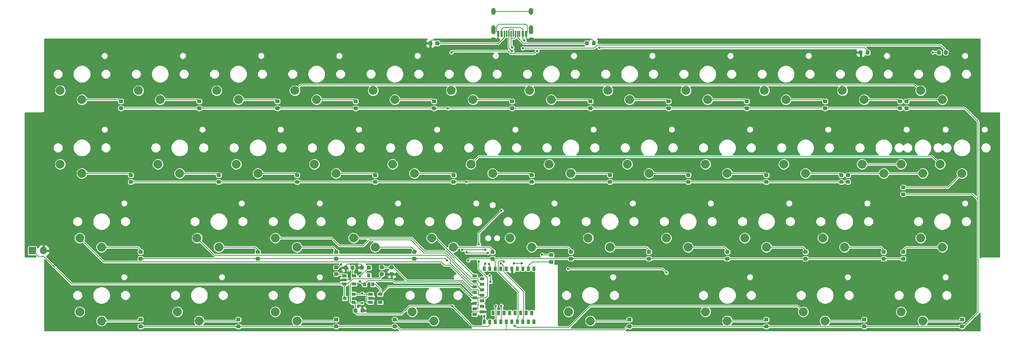
<source format=gtl>
G04 #@! TF.GenerationSoftware,KiCad,Pcbnew,(5.1.5-0-10_14)*
G04 #@! TF.CreationDate,2020-12-02T09:52:56-06:00*
G04 #@! TF.ProjectId,nrfmicro,6e72666d-6963-4726-9f2e-6b696361645f,rev?*
G04 #@! TF.SameCoordinates,Original*
G04 #@! TF.FileFunction,Copper,L1,Top*
G04 #@! TF.FilePolarity,Positive*
%FSLAX46Y46*%
G04 Gerber Fmt 4.6, Leading zero omitted, Abs format (unit mm)*
G04 Created by KiCad (PCBNEW (5.1.5-0-10_14)) date 2020-12-02 09:52:56*
%MOMM*%
%LPD*%
G04 APERTURE LIST*
%ADD10R,1.060000X0.650000*%
%ADD11C,0.100000*%
%ADD12R,0.800000X0.900000*%
%ADD13R,0.900000X0.800000*%
%ADD14R,0.500000X0.500000*%
%ADD15O,1.700000X1.700000*%
%ADD16R,1.700000X1.700000*%
%ADD17R,0.600000X1.450000*%
%ADD18R,0.300000X1.450000*%
%ADD19O,1.000000X2.100000*%
%ADD20O,1.000000X1.600000*%
%ADD21C,2.032000*%
%ADD22R,0.650000X1.000000*%
%ADD23R,1.000000X0.650000*%
%ADD24C,0.600000*%
%ADD25C,0.200000*%
%ADD26C,0.254000*%
G04 APERTURE END LIST*
D10*
X92600000Y-76508307D03*
X92600000Y-78408307D03*
X90400000Y-78408307D03*
X90400000Y-77458307D03*
X90400000Y-76508307D03*
X98600000Y-80758305D03*
X98600000Y-82658305D03*
X96400000Y-82658305D03*
X96400000Y-81708305D03*
X96400000Y-80758305D03*
G04 #@! TA.AperFunction,SMDPad,CuDef*
D11*
G36*
X94702691Y-74151028D02*
G01*
X94723926Y-74154178D01*
X94744750Y-74159394D01*
X94764962Y-74166626D01*
X94784368Y-74175805D01*
X94802781Y-74186841D01*
X94820024Y-74199629D01*
X94835930Y-74214045D01*
X94850346Y-74229951D01*
X94863134Y-74247194D01*
X94874170Y-74265607D01*
X94883349Y-74285013D01*
X94890581Y-74305225D01*
X94895797Y-74326049D01*
X94898947Y-74347284D01*
X94900000Y-74368725D01*
X94900000Y-74881225D01*
X94898947Y-74902666D01*
X94895797Y-74923901D01*
X94890581Y-74944725D01*
X94883349Y-74964937D01*
X94874170Y-74984343D01*
X94863134Y-75002756D01*
X94850346Y-75019999D01*
X94835930Y-75035905D01*
X94820024Y-75050321D01*
X94802781Y-75063109D01*
X94784368Y-75074145D01*
X94764962Y-75083324D01*
X94744750Y-75090556D01*
X94723926Y-75095772D01*
X94702691Y-75098922D01*
X94681250Y-75099975D01*
X94243750Y-75099975D01*
X94222309Y-75098922D01*
X94201074Y-75095772D01*
X94180250Y-75090556D01*
X94160038Y-75083324D01*
X94140632Y-75074145D01*
X94122219Y-75063109D01*
X94104976Y-75050321D01*
X94089070Y-75035905D01*
X94074654Y-75019999D01*
X94061866Y-75002756D01*
X94050830Y-74984343D01*
X94041651Y-74964937D01*
X94034419Y-74944725D01*
X94029203Y-74923901D01*
X94026053Y-74902666D01*
X94025000Y-74881225D01*
X94025000Y-74368725D01*
X94026053Y-74347284D01*
X94029203Y-74326049D01*
X94034419Y-74305225D01*
X94041651Y-74285013D01*
X94050830Y-74265607D01*
X94061866Y-74247194D01*
X94074654Y-74229951D01*
X94089070Y-74214045D01*
X94104976Y-74199629D01*
X94122219Y-74186841D01*
X94140632Y-74175805D01*
X94160038Y-74166626D01*
X94180250Y-74159394D01*
X94201074Y-74154178D01*
X94222309Y-74151028D01*
X94243750Y-74149975D01*
X94681250Y-74149975D01*
X94702691Y-74151028D01*
G37*
G04 #@! TD.AperFunction*
G04 #@! TA.AperFunction,SMDPad,CuDef*
G36*
X96277691Y-74151028D02*
G01*
X96298926Y-74154178D01*
X96319750Y-74159394D01*
X96339962Y-74166626D01*
X96359368Y-74175805D01*
X96377781Y-74186841D01*
X96395024Y-74199629D01*
X96410930Y-74214045D01*
X96425346Y-74229951D01*
X96438134Y-74247194D01*
X96449170Y-74265607D01*
X96458349Y-74285013D01*
X96465581Y-74305225D01*
X96470797Y-74326049D01*
X96473947Y-74347284D01*
X96475000Y-74368725D01*
X96475000Y-74881225D01*
X96473947Y-74902666D01*
X96470797Y-74923901D01*
X96465581Y-74944725D01*
X96458349Y-74964937D01*
X96449170Y-74984343D01*
X96438134Y-75002756D01*
X96425346Y-75019999D01*
X96410930Y-75035905D01*
X96395024Y-75050321D01*
X96377781Y-75063109D01*
X96359368Y-75074145D01*
X96339962Y-75083324D01*
X96319750Y-75090556D01*
X96298926Y-75095772D01*
X96277691Y-75098922D01*
X96256250Y-75099975D01*
X95818750Y-75099975D01*
X95797309Y-75098922D01*
X95776074Y-75095772D01*
X95755250Y-75090556D01*
X95735038Y-75083324D01*
X95715632Y-75074145D01*
X95697219Y-75063109D01*
X95679976Y-75050321D01*
X95664070Y-75035905D01*
X95649654Y-75019999D01*
X95636866Y-75002756D01*
X95625830Y-74984343D01*
X95616651Y-74964937D01*
X95609419Y-74944725D01*
X95604203Y-74923901D01*
X95601053Y-74902666D01*
X95600000Y-74881225D01*
X95600000Y-74368725D01*
X95601053Y-74347284D01*
X95604203Y-74326049D01*
X95609419Y-74305225D01*
X95616651Y-74285013D01*
X95625830Y-74265607D01*
X95636866Y-74247194D01*
X95649654Y-74229951D01*
X95664070Y-74214045D01*
X95679976Y-74199629D01*
X95697219Y-74186841D01*
X95715632Y-74175805D01*
X95735038Y-74166626D01*
X95755250Y-74159394D01*
X95776074Y-74154178D01*
X95797309Y-74151028D01*
X95818750Y-74149975D01*
X96256250Y-74149975D01*
X96277691Y-74151028D01*
G37*
G04 #@! TD.AperFunction*
G04 #@! TA.AperFunction,SMDPad,CuDef*
G36*
X88777691Y-75684361D02*
G01*
X88798926Y-75687511D01*
X88819750Y-75692727D01*
X88839962Y-75699959D01*
X88859368Y-75709138D01*
X88877781Y-75720174D01*
X88895024Y-75732962D01*
X88910930Y-75747378D01*
X88925346Y-75763284D01*
X88938134Y-75780527D01*
X88949170Y-75798940D01*
X88958349Y-75818346D01*
X88965581Y-75838558D01*
X88970797Y-75859382D01*
X88973947Y-75880617D01*
X88975000Y-75902058D01*
X88975000Y-76339558D01*
X88973947Y-76360999D01*
X88970797Y-76382234D01*
X88965581Y-76403058D01*
X88958349Y-76423270D01*
X88949170Y-76442676D01*
X88938134Y-76461089D01*
X88925346Y-76478332D01*
X88910930Y-76494238D01*
X88895024Y-76508654D01*
X88877781Y-76521442D01*
X88859368Y-76532478D01*
X88839962Y-76541657D01*
X88819750Y-76548889D01*
X88798926Y-76554105D01*
X88777691Y-76557255D01*
X88756250Y-76558308D01*
X88243750Y-76558308D01*
X88222309Y-76557255D01*
X88201074Y-76554105D01*
X88180250Y-76548889D01*
X88160038Y-76541657D01*
X88140632Y-76532478D01*
X88122219Y-76521442D01*
X88104976Y-76508654D01*
X88089070Y-76494238D01*
X88074654Y-76478332D01*
X88061866Y-76461089D01*
X88050830Y-76442676D01*
X88041651Y-76423270D01*
X88034419Y-76403058D01*
X88029203Y-76382234D01*
X88026053Y-76360999D01*
X88025000Y-76339558D01*
X88025000Y-75902058D01*
X88026053Y-75880617D01*
X88029203Y-75859382D01*
X88034419Y-75838558D01*
X88041651Y-75818346D01*
X88050830Y-75798940D01*
X88061866Y-75780527D01*
X88074654Y-75763284D01*
X88089070Y-75747378D01*
X88104976Y-75732962D01*
X88122219Y-75720174D01*
X88140632Y-75709138D01*
X88160038Y-75699959D01*
X88180250Y-75692727D01*
X88201074Y-75687511D01*
X88222309Y-75684361D01*
X88243750Y-75683308D01*
X88756250Y-75683308D01*
X88777691Y-75684361D01*
G37*
G04 #@! TD.AperFunction*
G04 #@! TA.AperFunction,SMDPad,CuDef*
G36*
X88777691Y-74109361D02*
G01*
X88798926Y-74112511D01*
X88819750Y-74117727D01*
X88839962Y-74124959D01*
X88859368Y-74134138D01*
X88877781Y-74145174D01*
X88895024Y-74157962D01*
X88910930Y-74172378D01*
X88925346Y-74188284D01*
X88938134Y-74205527D01*
X88949170Y-74223940D01*
X88958349Y-74243346D01*
X88965581Y-74263558D01*
X88970797Y-74284382D01*
X88973947Y-74305617D01*
X88975000Y-74327058D01*
X88975000Y-74764558D01*
X88973947Y-74785999D01*
X88970797Y-74807234D01*
X88965581Y-74828058D01*
X88958349Y-74848270D01*
X88949170Y-74867676D01*
X88938134Y-74886089D01*
X88925346Y-74903332D01*
X88910930Y-74919238D01*
X88895024Y-74933654D01*
X88877781Y-74946442D01*
X88859368Y-74957478D01*
X88839962Y-74966657D01*
X88819750Y-74973889D01*
X88798926Y-74979105D01*
X88777691Y-74982255D01*
X88756250Y-74983308D01*
X88243750Y-74983308D01*
X88222309Y-74982255D01*
X88201074Y-74979105D01*
X88180250Y-74973889D01*
X88160038Y-74966657D01*
X88140632Y-74957478D01*
X88122219Y-74946442D01*
X88104976Y-74933654D01*
X88089070Y-74919238D01*
X88074654Y-74903332D01*
X88061866Y-74886089D01*
X88050830Y-74867676D01*
X88041651Y-74848270D01*
X88034419Y-74828058D01*
X88029203Y-74807234D01*
X88026053Y-74785999D01*
X88025000Y-74764558D01*
X88025000Y-74327058D01*
X88026053Y-74305617D01*
X88029203Y-74284382D01*
X88034419Y-74263558D01*
X88041651Y-74243346D01*
X88050830Y-74223940D01*
X88061866Y-74205527D01*
X88074654Y-74188284D01*
X88089070Y-74172378D01*
X88104976Y-74157962D01*
X88122219Y-74145174D01*
X88140632Y-74134138D01*
X88160038Y-74124959D01*
X88180250Y-74117727D01*
X88201074Y-74112511D01*
X88222309Y-74109361D01*
X88243750Y-74108308D01*
X88756250Y-74108308D01*
X88777691Y-74109361D01*
G37*
G04 #@! TD.AperFunction*
G04 #@! TA.AperFunction,SMDPad,CuDef*
G36*
X101527691Y-75684361D02*
G01*
X101548926Y-75687511D01*
X101569750Y-75692727D01*
X101589962Y-75699959D01*
X101609368Y-75709138D01*
X101627781Y-75720174D01*
X101645024Y-75732962D01*
X101660930Y-75747378D01*
X101675346Y-75763284D01*
X101688134Y-75780527D01*
X101699170Y-75798940D01*
X101708349Y-75818346D01*
X101715581Y-75838558D01*
X101720797Y-75859382D01*
X101723947Y-75880617D01*
X101725000Y-75902058D01*
X101725000Y-76339558D01*
X101723947Y-76360999D01*
X101720797Y-76382234D01*
X101715581Y-76403058D01*
X101708349Y-76423270D01*
X101699170Y-76442676D01*
X101688134Y-76461089D01*
X101675346Y-76478332D01*
X101660930Y-76494238D01*
X101645024Y-76508654D01*
X101627781Y-76521442D01*
X101609368Y-76532478D01*
X101589962Y-76541657D01*
X101569750Y-76548889D01*
X101548926Y-76554105D01*
X101527691Y-76557255D01*
X101506250Y-76558308D01*
X100993750Y-76558308D01*
X100972309Y-76557255D01*
X100951074Y-76554105D01*
X100930250Y-76548889D01*
X100910038Y-76541657D01*
X100890632Y-76532478D01*
X100872219Y-76521442D01*
X100854976Y-76508654D01*
X100839070Y-76494238D01*
X100824654Y-76478332D01*
X100811866Y-76461089D01*
X100800830Y-76442676D01*
X100791651Y-76423270D01*
X100784419Y-76403058D01*
X100779203Y-76382234D01*
X100776053Y-76360999D01*
X100775000Y-76339558D01*
X100775000Y-75902058D01*
X100776053Y-75880617D01*
X100779203Y-75859382D01*
X100784419Y-75838558D01*
X100791651Y-75818346D01*
X100800830Y-75798940D01*
X100811866Y-75780527D01*
X100824654Y-75763284D01*
X100839070Y-75747378D01*
X100854976Y-75732962D01*
X100872219Y-75720174D01*
X100890632Y-75709138D01*
X100910038Y-75699959D01*
X100930250Y-75692727D01*
X100951074Y-75687511D01*
X100972309Y-75684361D01*
X100993750Y-75683308D01*
X101506250Y-75683308D01*
X101527691Y-75684361D01*
G37*
G04 #@! TD.AperFunction*
G04 #@! TA.AperFunction,SMDPad,CuDef*
G36*
X101527691Y-74109361D02*
G01*
X101548926Y-74112511D01*
X101569750Y-74117727D01*
X101589962Y-74124959D01*
X101609368Y-74134138D01*
X101627781Y-74145174D01*
X101645024Y-74157962D01*
X101660930Y-74172378D01*
X101675346Y-74188284D01*
X101688134Y-74205527D01*
X101699170Y-74223940D01*
X101708349Y-74243346D01*
X101715581Y-74263558D01*
X101720797Y-74284382D01*
X101723947Y-74305617D01*
X101725000Y-74327058D01*
X101725000Y-74764558D01*
X101723947Y-74785999D01*
X101720797Y-74807234D01*
X101715581Y-74828058D01*
X101708349Y-74848270D01*
X101699170Y-74867676D01*
X101688134Y-74886089D01*
X101675346Y-74903332D01*
X101660930Y-74919238D01*
X101645024Y-74933654D01*
X101627781Y-74946442D01*
X101609368Y-74957478D01*
X101589962Y-74966657D01*
X101569750Y-74973889D01*
X101548926Y-74979105D01*
X101527691Y-74982255D01*
X101506250Y-74983308D01*
X100993750Y-74983308D01*
X100972309Y-74982255D01*
X100951074Y-74979105D01*
X100930250Y-74973889D01*
X100910038Y-74966657D01*
X100890632Y-74957478D01*
X100872219Y-74946442D01*
X100854976Y-74933654D01*
X100839070Y-74919238D01*
X100824654Y-74903332D01*
X100811866Y-74886089D01*
X100800830Y-74867676D01*
X100791651Y-74848270D01*
X100784419Y-74828058D01*
X100779203Y-74807234D01*
X100776053Y-74785999D01*
X100775000Y-74764558D01*
X100775000Y-74327058D01*
X100776053Y-74305617D01*
X100779203Y-74284382D01*
X100784419Y-74263558D01*
X100791651Y-74243346D01*
X100800830Y-74223940D01*
X100811866Y-74205527D01*
X100824654Y-74188284D01*
X100839070Y-74172378D01*
X100854976Y-74157962D01*
X100872219Y-74145174D01*
X100890632Y-74134138D01*
X100910038Y-74124959D01*
X100930250Y-74117727D01*
X100951074Y-74112511D01*
X100972309Y-74109361D01*
X100993750Y-74108308D01*
X101506250Y-74108308D01*
X101527691Y-74109361D01*
G37*
G04 #@! TD.AperFunction*
G04 #@! TA.AperFunction,SMDPad,CuDef*
G36*
X99277691Y-74109361D02*
G01*
X99298926Y-74112511D01*
X99319750Y-74117727D01*
X99339962Y-74124959D01*
X99359368Y-74134138D01*
X99377781Y-74145174D01*
X99395024Y-74157962D01*
X99410930Y-74172378D01*
X99425346Y-74188284D01*
X99438134Y-74205527D01*
X99449170Y-74223940D01*
X99458349Y-74243346D01*
X99465581Y-74263558D01*
X99470797Y-74284382D01*
X99473947Y-74305617D01*
X99475000Y-74327058D01*
X99475000Y-74764558D01*
X99473947Y-74785999D01*
X99470797Y-74807234D01*
X99465581Y-74828058D01*
X99458349Y-74848270D01*
X99449170Y-74867676D01*
X99438134Y-74886089D01*
X99425346Y-74903332D01*
X99410930Y-74919238D01*
X99395024Y-74933654D01*
X99377781Y-74946442D01*
X99359368Y-74957478D01*
X99339962Y-74966657D01*
X99319750Y-74973889D01*
X99298926Y-74979105D01*
X99277691Y-74982255D01*
X99256250Y-74983308D01*
X98743750Y-74983308D01*
X98722309Y-74982255D01*
X98701074Y-74979105D01*
X98680250Y-74973889D01*
X98660038Y-74966657D01*
X98640632Y-74957478D01*
X98622219Y-74946442D01*
X98604976Y-74933654D01*
X98589070Y-74919238D01*
X98574654Y-74903332D01*
X98561866Y-74886089D01*
X98550830Y-74867676D01*
X98541651Y-74848270D01*
X98534419Y-74828058D01*
X98529203Y-74807234D01*
X98526053Y-74785999D01*
X98525000Y-74764558D01*
X98525000Y-74327058D01*
X98526053Y-74305617D01*
X98529203Y-74284382D01*
X98534419Y-74263558D01*
X98541651Y-74243346D01*
X98550830Y-74223940D01*
X98561866Y-74205527D01*
X98574654Y-74188284D01*
X98589070Y-74172378D01*
X98604976Y-74157962D01*
X98622219Y-74145174D01*
X98640632Y-74134138D01*
X98660038Y-74124959D01*
X98680250Y-74117727D01*
X98701074Y-74112511D01*
X98722309Y-74109361D01*
X98743750Y-74108308D01*
X99256250Y-74108308D01*
X99277691Y-74109361D01*
G37*
G04 #@! TD.AperFunction*
G04 #@! TA.AperFunction,SMDPad,CuDef*
G36*
X99277691Y-75684361D02*
G01*
X99298926Y-75687511D01*
X99319750Y-75692727D01*
X99339962Y-75699959D01*
X99359368Y-75709138D01*
X99377781Y-75720174D01*
X99395024Y-75732962D01*
X99410930Y-75747378D01*
X99425346Y-75763284D01*
X99438134Y-75780527D01*
X99449170Y-75798940D01*
X99458349Y-75818346D01*
X99465581Y-75838558D01*
X99470797Y-75859382D01*
X99473947Y-75880617D01*
X99475000Y-75902058D01*
X99475000Y-76339558D01*
X99473947Y-76360999D01*
X99470797Y-76382234D01*
X99465581Y-76403058D01*
X99458349Y-76423270D01*
X99449170Y-76442676D01*
X99438134Y-76461089D01*
X99425346Y-76478332D01*
X99410930Y-76494238D01*
X99395024Y-76508654D01*
X99377781Y-76521442D01*
X99359368Y-76532478D01*
X99339962Y-76541657D01*
X99319750Y-76548889D01*
X99298926Y-76554105D01*
X99277691Y-76557255D01*
X99256250Y-76558308D01*
X98743750Y-76558308D01*
X98722309Y-76557255D01*
X98701074Y-76554105D01*
X98680250Y-76548889D01*
X98660038Y-76541657D01*
X98640632Y-76532478D01*
X98622219Y-76521442D01*
X98604976Y-76508654D01*
X98589070Y-76494238D01*
X98574654Y-76478332D01*
X98561866Y-76461089D01*
X98550830Y-76442676D01*
X98541651Y-76423270D01*
X98534419Y-76403058D01*
X98529203Y-76382234D01*
X98526053Y-76360999D01*
X98525000Y-76339558D01*
X98525000Y-75902058D01*
X98526053Y-75880617D01*
X98529203Y-75859382D01*
X98534419Y-75838558D01*
X98541651Y-75818346D01*
X98550830Y-75798940D01*
X98561866Y-75780527D01*
X98574654Y-75763284D01*
X98589070Y-75747378D01*
X98604976Y-75732962D01*
X98622219Y-75720174D01*
X98640632Y-75709138D01*
X98660038Y-75699959D01*
X98680250Y-75692727D01*
X98701074Y-75687511D01*
X98722309Y-75684361D01*
X98743750Y-75683308D01*
X99256250Y-75683308D01*
X99277691Y-75684361D01*
G37*
G04 #@! TD.AperFunction*
G04 #@! TA.AperFunction,SMDPad,CuDef*
G36*
X90952691Y-74151028D02*
G01*
X90973926Y-74154178D01*
X90994750Y-74159394D01*
X91014962Y-74166626D01*
X91034368Y-74175805D01*
X91052781Y-74186841D01*
X91070024Y-74199629D01*
X91085930Y-74214045D01*
X91100346Y-74229951D01*
X91113134Y-74247194D01*
X91124170Y-74265607D01*
X91133349Y-74285013D01*
X91140581Y-74305225D01*
X91145797Y-74326049D01*
X91148947Y-74347284D01*
X91150000Y-74368725D01*
X91150000Y-74881225D01*
X91148947Y-74902666D01*
X91145797Y-74923901D01*
X91140581Y-74944725D01*
X91133349Y-74964937D01*
X91124170Y-74984343D01*
X91113134Y-75002756D01*
X91100346Y-75019999D01*
X91085930Y-75035905D01*
X91070024Y-75050321D01*
X91052781Y-75063109D01*
X91034368Y-75074145D01*
X91014962Y-75083324D01*
X90994750Y-75090556D01*
X90973926Y-75095772D01*
X90952691Y-75098922D01*
X90931250Y-75099975D01*
X90493750Y-75099975D01*
X90472309Y-75098922D01*
X90451074Y-75095772D01*
X90430250Y-75090556D01*
X90410038Y-75083324D01*
X90390632Y-75074145D01*
X90372219Y-75063109D01*
X90354976Y-75050321D01*
X90339070Y-75035905D01*
X90324654Y-75019999D01*
X90311866Y-75002756D01*
X90300830Y-74984343D01*
X90291651Y-74964937D01*
X90284419Y-74944725D01*
X90279203Y-74923901D01*
X90276053Y-74902666D01*
X90275000Y-74881225D01*
X90275000Y-74368725D01*
X90276053Y-74347284D01*
X90279203Y-74326049D01*
X90284419Y-74305225D01*
X90291651Y-74285013D01*
X90300830Y-74265607D01*
X90311866Y-74247194D01*
X90324654Y-74229951D01*
X90339070Y-74214045D01*
X90354976Y-74199629D01*
X90372219Y-74186841D01*
X90390632Y-74175805D01*
X90410038Y-74166626D01*
X90430250Y-74159394D01*
X90451074Y-74154178D01*
X90472309Y-74151028D01*
X90493750Y-74149975D01*
X90931250Y-74149975D01*
X90952691Y-74151028D01*
G37*
G04 #@! TD.AperFunction*
G04 #@! TA.AperFunction,SMDPad,CuDef*
G36*
X92527691Y-74151028D02*
G01*
X92548926Y-74154178D01*
X92569750Y-74159394D01*
X92589962Y-74166626D01*
X92609368Y-74175805D01*
X92627781Y-74186841D01*
X92645024Y-74199629D01*
X92660930Y-74214045D01*
X92675346Y-74229951D01*
X92688134Y-74247194D01*
X92699170Y-74265607D01*
X92708349Y-74285013D01*
X92715581Y-74305225D01*
X92720797Y-74326049D01*
X92723947Y-74347284D01*
X92725000Y-74368725D01*
X92725000Y-74881225D01*
X92723947Y-74902666D01*
X92720797Y-74923901D01*
X92715581Y-74944725D01*
X92708349Y-74964937D01*
X92699170Y-74984343D01*
X92688134Y-75002756D01*
X92675346Y-75019999D01*
X92660930Y-75035905D01*
X92645024Y-75050321D01*
X92627781Y-75063109D01*
X92609368Y-75074145D01*
X92589962Y-75083324D01*
X92569750Y-75090556D01*
X92548926Y-75095772D01*
X92527691Y-75098922D01*
X92506250Y-75099975D01*
X92068750Y-75099975D01*
X92047309Y-75098922D01*
X92026074Y-75095772D01*
X92005250Y-75090556D01*
X91985038Y-75083324D01*
X91965632Y-75074145D01*
X91947219Y-75063109D01*
X91929976Y-75050321D01*
X91914070Y-75035905D01*
X91899654Y-75019999D01*
X91886866Y-75002756D01*
X91875830Y-74984343D01*
X91866651Y-74964937D01*
X91859419Y-74944725D01*
X91854203Y-74923901D01*
X91851053Y-74902666D01*
X91850000Y-74881225D01*
X91850000Y-74368725D01*
X91851053Y-74347284D01*
X91854203Y-74326049D01*
X91859419Y-74305225D01*
X91866651Y-74285013D01*
X91875830Y-74265607D01*
X91886866Y-74247194D01*
X91899654Y-74229951D01*
X91914070Y-74214045D01*
X91929976Y-74199629D01*
X91947219Y-74186841D01*
X91965632Y-74175805D01*
X91985038Y-74166626D01*
X92005250Y-74159394D01*
X92026074Y-74154178D01*
X92047309Y-74151028D01*
X92068750Y-74149975D01*
X92506250Y-74149975D01*
X92527691Y-74151028D01*
G37*
G04 #@! TD.AperFunction*
G04 #@! TA.AperFunction,SMDPad,CuDef*
G36*
X138277691Y-71276029D02*
G01*
X138298926Y-71279179D01*
X138319750Y-71284395D01*
X138339962Y-71291627D01*
X138359368Y-71300806D01*
X138377781Y-71311842D01*
X138395024Y-71324630D01*
X138410930Y-71339046D01*
X138425346Y-71354952D01*
X138438134Y-71372195D01*
X138449170Y-71390608D01*
X138458349Y-71410014D01*
X138465581Y-71430226D01*
X138470797Y-71451050D01*
X138473947Y-71472285D01*
X138475000Y-71493726D01*
X138475000Y-71931226D01*
X138473947Y-71952667D01*
X138470797Y-71973902D01*
X138465581Y-71994726D01*
X138458349Y-72014938D01*
X138449170Y-72034344D01*
X138438134Y-72052757D01*
X138425346Y-72070000D01*
X138410930Y-72085906D01*
X138395024Y-72100322D01*
X138377781Y-72113110D01*
X138359368Y-72124146D01*
X138339962Y-72133325D01*
X138319750Y-72140557D01*
X138298926Y-72145773D01*
X138277691Y-72148923D01*
X138256250Y-72149976D01*
X137743750Y-72149976D01*
X137722309Y-72148923D01*
X137701074Y-72145773D01*
X137680250Y-72140557D01*
X137660038Y-72133325D01*
X137640632Y-72124146D01*
X137622219Y-72113110D01*
X137604976Y-72100322D01*
X137589070Y-72085906D01*
X137574654Y-72070000D01*
X137561866Y-72052757D01*
X137550830Y-72034344D01*
X137541651Y-72014938D01*
X137534419Y-71994726D01*
X137529203Y-71973902D01*
X137526053Y-71952667D01*
X137525000Y-71931226D01*
X137525000Y-71493726D01*
X137526053Y-71472285D01*
X137529203Y-71451050D01*
X137534419Y-71430226D01*
X137541651Y-71410014D01*
X137550830Y-71390608D01*
X137561866Y-71372195D01*
X137574654Y-71354952D01*
X137589070Y-71339046D01*
X137604976Y-71324630D01*
X137622219Y-71311842D01*
X137640632Y-71300806D01*
X137660038Y-71291627D01*
X137680250Y-71284395D01*
X137701074Y-71279179D01*
X137722309Y-71276029D01*
X137743750Y-71274976D01*
X138256250Y-71274976D01*
X138277691Y-71276029D01*
G37*
G04 #@! TD.AperFunction*
G04 #@! TA.AperFunction,SMDPad,CuDef*
G36*
X138277691Y-72851029D02*
G01*
X138298926Y-72854179D01*
X138319750Y-72859395D01*
X138339962Y-72866627D01*
X138359368Y-72875806D01*
X138377781Y-72886842D01*
X138395024Y-72899630D01*
X138410930Y-72914046D01*
X138425346Y-72929952D01*
X138438134Y-72947195D01*
X138449170Y-72965608D01*
X138458349Y-72985014D01*
X138465581Y-73005226D01*
X138470797Y-73026050D01*
X138473947Y-73047285D01*
X138475000Y-73068726D01*
X138475000Y-73506226D01*
X138473947Y-73527667D01*
X138470797Y-73548902D01*
X138465581Y-73569726D01*
X138458349Y-73589938D01*
X138449170Y-73609344D01*
X138438134Y-73627757D01*
X138425346Y-73645000D01*
X138410930Y-73660906D01*
X138395024Y-73675322D01*
X138377781Y-73688110D01*
X138359368Y-73699146D01*
X138339962Y-73708325D01*
X138319750Y-73715557D01*
X138298926Y-73720773D01*
X138277691Y-73723923D01*
X138256250Y-73724976D01*
X137743750Y-73724976D01*
X137722309Y-73723923D01*
X137701074Y-73720773D01*
X137680250Y-73715557D01*
X137660038Y-73708325D01*
X137640632Y-73699146D01*
X137622219Y-73688110D01*
X137604976Y-73675322D01*
X137589070Y-73660906D01*
X137574654Y-73645000D01*
X137561866Y-73627757D01*
X137550830Y-73609344D01*
X137541651Y-73589938D01*
X137534419Y-73569726D01*
X137529203Y-73548902D01*
X137526053Y-73527667D01*
X137525000Y-73506226D01*
X137525000Y-73068726D01*
X137526053Y-73047285D01*
X137529203Y-73026050D01*
X137534419Y-73005226D01*
X137541651Y-72985014D01*
X137550830Y-72965608D01*
X137561866Y-72947195D01*
X137574654Y-72929952D01*
X137589070Y-72914046D01*
X137604976Y-72899630D01*
X137622219Y-72886842D01*
X137640632Y-72875806D01*
X137660038Y-72866627D01*
X137680250Y-72859395D01*
X137701074Y-72854179D01*
X137722309Y-72851029D01*
X137743750Y-72849976D01*
X138256250Y-72849976D01*
X138277691Y-72851029D01*
G37*
G04 #@! TD.AperFunction*
G04 #@! TA.AperFunction,SMDPad,CuDef*
G36*
X148027691Y-22442719D02*
G01*
X148048926Y-22445869D01*
X148069750Y-22451085D01*
X148089962Y-22458317D01*
X148109368Y-22467496D01*
X148127781Y-22478532D01*
X148145024Y-22491320D01*
X148160930Y-22505736D01*
X148175346Y-22521642D01*
X148188134Y-22538885D01*
X148199170Y-22557298D01*
X148208349Y-22576704D01*
X148215581Y-22596916D01*
X148220797Y-22617740D01*
X148223947Y-22638975D01*
X148225000Y-22660416D01*
X148225000Y-23172916D01*
X148223947Y-23194357D01*
X148220797Y-23215592D01*
X148215581Y-23236416D01*
X148208349Y-23256628D01*
X148199170Y-23276034D01*
X148188134Y-23294447D01*
X148175346Y-23311690D01*
X148160930Y-23327596D01*
X148145024Y-23342012D01*
X148127781Y-23354800D01*
X148109368Y-23365836D01*
X148089962Y-23375015D01*
X148069750Y-23382247D01*
X148048926Y-23387463D01*
X148027691Y-23390613D01*
X148006250Y-23391666D01*
X147568750Y-23391666D01*
X147547309Y-23390613D01*
X147526074Y-23387463D01*
X147505250Y-23382247D01*
X147485038Y-23375015D01*
X147465632Y-23365836D01*
X147447219Y-23354800D01*
X147429976Y-23342012D01*
X147414070Y-23327596D01*
X147399654Y-23311690D01*
X147386866Y-23294447D01*
X147375830Y-23276034D01*
X147366651Y-23256628D01*
X147359419Y-23236416D01*
X147354203Y-23215592D01*
X147351053Y-23194357D01*
X147350000Y-23172916D01*
X147350000Y-22660416D01*
X147351053Y-22638975D01*
X147354203Y-22617740D01*
X147359419Y-22596916D01*
X147366651Y-22576704D01*
X147375830Y-22557298D01*
X147386866Y-22538885D01*
X147399654Y-22521642D01*
X147414070Y-22505736D01*
X147429976Y-22491320D01*
X147447219Y-22478532D01*
X147465632Y-22467496D01*
X147485038Y-22458317D01*
X147505250Y-22451085D01*
X147526074Y-22445869D01*
X147547309Y-22442719D01*
X147568750Y-22441666D01*
X148006250Y-22441666D01*
X148027691Y-22442719D01*
G37*
G04 #@! TD.AperFunction*
G04 #@! TA.AperFunction,SMDPad,CuDef*
G36*
X146452691Y-22442719D02*
G01*
X146473926Y-22445869D01*
X146494750Y-22451085D01*
X146514962Y-22458317D01*
X146534368Y-22467496D01*
X146552781Y-22478532D01*
X146570024Y-22491320D01*
X146585930Y-22505736D01*
X146600346Y-22521642D01*
X146613134Y-22538885D01*
X146624170Y-22557298D01*
X146633349Y-22576704D01*
X146640581Y-22596916D01*
X146645797Y-22617740D01*
X146648947Y-22638975D01*
X146650000Y-22660416D01*
X146650000Y-23172916D01*
X146648947Y-23194357D01*
X146645797Y-23215592D01*
X146640581Y-23236416D01*
X146633349Y-23256628D01*
X146624170Y-23276034D01*
X146613134Y-23294447D01*
X146600346Y-23311690D01*
X146585930Y-23327596D01*
X146570024Y-23342012D01*
X146552781Y-23354800D01*
X146534368Y-23365836D01*
X146514962Y-23375015D01*
X146494750Y-23382247D01*
X146473926Y-23387463D01*
X146452691Y-23390613D01*
X146431250Y-23391666D01*
X145993750Y-23391666D01*
X145972309Y-23390613D01*
X145951074Y-23387463D01*
X145930250Y-23382247D01*
X145910038Y-23375015D01*
X145890632Y-23365836D01*
X145872219Y-23354800D01*
X145854976Y-23342012D01*
X145839070Y-23327596D01*
X145824654Y-23311690D01*
X145811866Y-23294447D01*
X145800830Y-23276034D01*
X145791651Y-23256628D01*
X145784419Y-23236416D01*
X145779203Y-23215592D01*
X145776053Y-23194357D01*
X145775000Y-23172916D01*
X145775000Y-22660416D01*
X145776053Y-22638975D01*
X145779203Y-22617740D01*
X145784419Y-22596916D01*
X145791651Y-22576704D01*
X145800830Y-22557298D01*
X145811866Y-22538885D01*
X145824654Y-22521642D01*
X145839070Y-22505736D01*
X145854976Y-22491320D01*
X145872219Y-22478532D01*
X145890632Y-22467496D01*
X145910038Y-22458317D01*
X145930250Y-22451085D01*
X145951074Y-22445869D01*
X145972309Y-22442719D01*
X145993750Y-22441666D01*
X146431250Y-22441666D01*
X146452691Y-22442719D01*
G37*
G04 #@! TD.AperFunction*
G04 #@! TA.AperFunction,SMDPad,CuDef*
G36*
X110452691Y-22442719D02*
G01*
X110473926Y-22445869D01*
X110494750Y-22451085D01*
X110514962Y-22458317D01*
X110534368Y-22467496D01*
X110552781Y-22478532D01*
X110570024Y-22491320D01*
X110585930Y-22505736D01*
X110600346Y-22521642D01*
X110613134Y-22538885D01*
X110624170Y-22557298D01*
X110633349Y-22576704D01*
X110640581Y-22596916D01*
X110645797Y-22617740D01*
X110648947Y-22638975D01*
X110650000Y-22660416D01*
X110650000Y-23172916D01*
X110648947Y-23194357D01*
X110645797Y-23215592D01*
X110640581Y-23236416D01*
X110633349Y-23256628D01*
X110624170Y-23276034D01*
X110613134Y-23294447D01*
X110600346Y-23311690D01*
X110585930Y-23327596D01*
X110570024Y-23342012D01*
X110552781Y-23354800D01*
X110534368Y-23365836D01*
X110514962Y-23375015D01*
X110494750Y-23382247D01*
X110473926Y-23387463D01*
X110452691Y-23390613D01*
X110431250Y-23391666D01*
X109993750Y-23391666D01*
X109972309Y-23390613D01*
X109951074Y-23387463D01*
X109930250Y-23382247D01*
X109910038Y-23375015D01*
X109890632Y-23365836D01*
X109872219Y-23354800D01*
X109854976Y-23342012D01*
X109839070Y-23327596D01*
X109824654Y-23311690D01*
X109811866Y-23294447D01*
X109800830Y-23276034D01*
X109791651Y-23256628D01*
X109784419Y-23236416D01*
X109779203Y-23215592D01*
X109776053Y-23194357D01*
X109775000Y-23172916D01*
X109775000Y-22660416D01*
X109776053Y-22638975D01*
X109779203Y-22617740D01*
X109784419Y-22596916D01*
X109791651Y-22576704D01*
X109800830Y-22557298D01*
X109811866Y-22538885D01*
X109824654Y-22521642D01*
X109839070Y-22505736D01*
X109854976Y-22491320D01*
X109872219Y-22478532D01*
X109890632Y-22467496D01*
X109910038Y-22458317D01*
X109930250Y-22451085D01*
X109951074Y-22445869D01*
X109972309Y-22442719D01*
X109993750Y-22441666D01*
X110431250Y-22441666D01*
X110452691Y-22442719D01*
G37*
G04 #@! TD.AperFunction*
G04 #@! TA.AperFunction,SMDPad,CuDef*
G36*
X112027691Y-22442719D02*
G01*
X112048926Y-22445869D01*
X112069750Y-22451085D01*
X112089962Y-22458317D01*
X112109368Y-22467496D01*
X112127781Y-22478532D01*
X112145024Y-22491320D01*
X112160930Y-22505736D01*
X112175346Y-22521642D01*
X112188134Y-22538885D01*
X112199170Y-22557298D01*
X112208349Y-22576704D01*
X112215581Y-22596916D01*
X112220797Y-22617740D01*
X112223947Y-22638975D01*
X112225000Y-22660416D01*
X112225000Y-23172916D01*
X112223947Y-23194357D01*
X112220797Y-23215592D01*
X112215581Y-23236416D01*
X112208349Y-23256628D01*
X112199170Y-23276034D01*
X112188134Y-23294447D01*
X112175346Y-23311690D01*
X112160930Y-23327596D01*
X112145024Y-23342012D01*
X112127781Y-23354800D01*
X112109368Y-23365836D01*
X112089962Y-23375015D01*
X112069750Y-23382247D01*
X112048926Y-23387463D01*
X112027691Y-23390613D01*
X112006250Y-23391666D01*
X111568750Y-23391666D01*
X111547309Y-23390613D01*
X111526074Y-23387463D01*
X111505250Y-23382247D01*
X111485038Y-23375015D01*
X111465632Y-23365836D01*
X111447219Y-23354800D01*
X111429976Y-23342012D01*
X111414070Y-23327596D01*
X111399654Y-23311690D01*
X111386866Y-23294447D01*
X111375830Y-23276034D01*
X111366651Y-23256628D01*
X111359419Y-23236416D01*
X111354203Y-23215592D01*
X111351053Y-23194357D01*
X111350000Y-23172916D01*
X111350000Y-22660416D01*
X111351053Y-22638975D01*
X111354203Y-22617740D01*
X111359419Y-22596916D01*
X111366651Y-22576704D01*
X111375830Y-22557298D01*
X111386866Y-22538885D01*
X111399654Y-22521642D01*
X111414070Y-22505736D01*
X111429976Y-22491320D01*
X111447219Y-22478532D01*
X111465632Y-22467496D01*
X111485038Y-22458317D01*
X111505250Y-22451085D01*
X111526074Y-22445869D01*
X111547309Y-22442719D01*
X111568750Y-22441666D01*
X112006250Y-22441666D01*
X112027691Y-22442719D01*
G37*
G04 #@! TD.AperFunction*
G04 #@! TA.AperFunction,SMDPad,CuDef*
G36*
X94777691Y-84067690D02*
G01*
X94798926Y-84070840D01*
X94819750Y-84076056D01*
X94839962Y-84083288D01*
X94859368Y-84092467D01*
X94877781Y-84103503D01*
X94895024Y-84116291D01*
X94910930Y-84130707D01*
X94925346Y-84146613D01*
X94938134Y-84163856D01*
X94949170Y-84182269D01*
X94958349Y-84201675D01*
X94965581Y-84221887D01*
X94970797Y-84242711D01*
X94973947Y-84263946D01*
X94975000Y-84285387D01*
X94975000Y-84797887D01*
X94973947Y-84819328D01*
X94970797Y-84840563D01*
X94965581Y-84861387D01*
X94958349Y-84881599D01*
X94949170Y-84901005D01*
X94938134Y-84919418D01*
X94925346Y-84936661D01*
X94910930Y-84952567D01*
X94895024Y-84966983D01*
X94877781Y-84979771D01*
X94859368Y-84990807D01*
X94839962Y-84999986D01*
X94819750Y-85007218D01*
X94798926Y-85012434D01*
X94777691Y-85015584D01*
X94756250Y-85016637D01*
X94318750Y-85016637D01*
X94297309Y-85015584D01*
X94276074Y-85012434D01*
X94255250Y-85007218D01*
X94235038Y-84999986D01*
X94215632Y-84990807D01*
X94197219Y-84979771D01*
X94179976Y-84966983D01*
X94164070Y-84952567D01*
X94149654Y-84936661D01*
X94136866Y-84919418D01*
X94125830Y-84901005D01*
X94116651Y-84881599D01*
X94109419Y-84861387D01*
X94104203Y-84840563D01*
X94101053Y-84819328D01*
X94100000Y-84797887D01*
X94100000Y-84285387D01*
X94101053Y-84263946D01*
X94104203Y-84242711D01*
X94109419Y-84221887D01*
X94116651Y-84201675D01*
X94125830Y-84182269D01*
X94136866Y-84163856D01*
X94149654Y-84146613D01*
X94164070Y-84130707D01*
X94179976Y-84116291D01*
X94197219Y-84103503D01*
X94215632Y-84092467D01*
X94235038Y-84083288D01*
X94255250Y-84076056D01*
X94276074Y-84070840D01*
X94297309Y-84067690D01*
X94318750Y-84066637D01*
X94756250Y-84066637D01*
X94777691Y-84067690D01*
G37*
G04 #@! TD.AperFunction*
G04 #@! TA.AperFunction,SMDPad,CuDef*
G36*
X93202691Y-84067690D02*
G01*
X93223926Y-84070840D01*
X93244750Y-84076056D01*
X93264962Y-84083288D01*
X93284368Y-84092467D01*
X93302781Y-84103503D01*
X93320024Y-84116291D01*
X93335930Y-84130707D01*
X93350346Y-84146613D01*
X93363134Y-84163856D01*
X93374170Y-84182269D01*
X93383349Y-84201675D01*
X93390581Y-84221887D01*
X93395797Y-84242711D01*
X93398947Y-84263946D01*
X93400000Y-84285387D01*
X93400000Y-84797887D01*
X93398947Y-84819328D01*
X93395797Y-84840563D01*
X93390581Y-84861387D01*
X93383349Y-84881599D01*
X93374170Y-84901005D01*
X93363134Y-84919418D01*
X93350346Y-84936661D01*
X93335930Y-84952567D01*
X93320024Y-84966983D01*
X93302781Y-84979771D01*
X93284368Y-84990807D01*
X93264962Y-84999986D01*
X93244750Y-85007218D01*
X93223926Y-85012434D01*
X93202691Y-85015584D01*
X93181250Y-85016637D01*
X92743750Y-85016637D01*
X92722309Y-85015584D01*
X92701074Y-85012434D01*
X92680250Y-85007218D01*
X92660038Y-84999986D01*
X92640632Y-84990807D01*
X92622219Y-84979771D01*
X92604976Y-84966983D01*
X92589070Y-84952567D01*
X92574654Y-84936661D01*
X92561866Y-84919418D01*
X92550830Y-84901005D01*
X92541651Y-84881599D01*
X92534419Y-84861387D01*
X92529203Y-84840563D01*
X92526053Y-84819328D01*
X92525000Y-84797887D01*
X92525000Y-84285387D01*
X92526053Y-84263946D01*
X92529203Y-84242711D01*
X92534419Y-84221887D01*
X92541651Y-84201675D01*
X92550830Y-84182269D01*
X92561866Y-84163856D01*
X92574654Y-84146613D01*
X92589070Y-84130707D01*
X92604976Y-84116291D01*
X92622219Y-84103503D01*
X92640632Y-84092467D01*
X92660038Y-84083288D01*
X92680250Y-84076056D01*
X92701074Y-84070840D01*
X92722309Y-84067690D01*
X92743750Y-84066637D01*
X93181250Y-84066637D01*
X93202691Y-84067690D01*
G37*
G04 #@! TD.AperFunction*
D12*
X96000000Y-76458307D03*
X96950000Y-78458307D03*
X95050000Y-78458307D03*
D13*
X90500000Y-81708305D03*
X92500000Y-80758305D03*
X92500000Y-82658305D03*
D14*
X94500000Y-82808305D03*
X94500000Y-80608305D03*
G04 #@! TA.AperFunction,SMDPad,CuDef*
D11*
G36*
X229027691Y-24567718D02*
G01*
X229048926Y-24570868D01*
X229069750Y-24576084D01*
X229089962Y-24583316D01*
X229109368Y-24592495D01*
X229127781Y-24603531D01*
X229145024Y-24616319D01*
X229160930Y-24630735D01*
X229175346Y-24646641D01*
X229188134Y-24663884D01*
X229199170Y-24682297D01*
X229208349Y-24701703D01*
X229215581Y-24721915D01*
X229220797Y-24742739D01*
X229223947Y-24763974D01*
X229225000Y-24785415D01*
X229225000Y-25297915D01*
X229223947Y-25319356D01*
X229220797Y-25340591D01*
X229215581Y-25361415D01*
X229208349Y-25381627D01*
X229199170Y-25401033D01*
X229188134Y-25419446D01*
X229175346Y-25436689D01*
X229160930Y-25452595D01*
X229145024Y-25467011D01*
X229127781Y-25479799D01*
X229109368Y-25490835D01*
X229089962Y-25500014D01*
X229069750Y-25507246D01*
X229048926Y-25512462D01*
X229027691Y-25515612D01*
X229006250Y-25516665D01*
X228568750Y-25516665D01*
X228547309Y-25515612D01*
X228526074Y-25512462D01*
X228505250Y-25507246D01*
X228485038Y-25500014D01*
X228465632Y-25490835D01*
X228447219Y-25479799D01*
X228429976Y-25467011D01*
X228414070Y-25452595D01*
X228399654Y-25436689D01*
X228386866Y-25419446D01*
X228375830Y-25401033D01*
X228366651Y-25381627D01*
X228359419Y-25361415D01*
X228354203Y-25340591D01*
X228351053Y-25319356D01*
X228350000Y-25297915D01*
X228350000Y-24785415D01*
X228351053Y-24763974D01*
X228354203Y-24742739D01*
X228359419Y-24721915D01*
X228366651Y-24701703D01*
X228375830Y-24682297D01*
X228386866Y-24663884D01*
X228399654Y-24646641D01*
X228414070Y-24630735D01*
X228429976Y-24616319D01*
X228447219Y-24603531D01*
X228465632Y-24592495D01*
X228485038Y-24583316D01*
X228505250Y-24576084D01*
X228526074Y-24570868D01*
X228547309Y-24567718D01*
X228568750Y-24566665D01*
X229006250Y-24566665D01*
X229027691Y-24567718D01*
G37*
G04 #@! TD.AperFunction*
G04 #@! TA.AperFunction,SMDPad,CuDef*
G36*
X227452691Y-24567718D02*
G01*
X227473926Y-24570868D01*
X227494750Y-24576084D01*
X227514962Y-24583316D01*
X227534368Y-24592495D01*
X227552781Y-24603531D01*
X227570024Y-24616319D01*
X227585930Y-24630735D01*
X227600346Y-24646641D01*
X227613134Y-24663884D01*
X227624170Y-24682297D01*
X227633349Y-24701703D01*
X227640581Y-24721915D01*
X227645797Y-24742739D01*
X227648947Y-24763974D01*
X227650000Y-24785415D01*
X227650000Y-25297915D01*
X227648947Y-25319356D01*
X227645797Y-25340591D01*
X227640581Y-25361415D01*
X227633349Y-25381627D01*
X227624170Y-25401033D01*
X227613134Y-25419446D01*
X227600346Y-25436689D01*
X227585930Y-25452595D01*
X227570024Y-25467011D01*
X227552781Y-25479799D01*
X227534368Y-25490835D01*
X227514962Y-25500014D01*
X227494750Y-25507246D01*
X227473926Y-25512462D01*
X227452691Y-25515612D01*
X227431250Y-25516665D01*
X226993750Y-25516665D01*
X226972309Y-25515612D01*
X226951074Y-25512462D01*
X226930250Y-25507246D01*
X226910038Y-25500014D01*
X226890632Y-25490835D01*
X226872219Y-25479799D01*
X226854976Y-25467011D01*
X226839070Y-25452595D01*
X226824654Y-25436689D01*
X226811866Y-25419446D01*
X226800830Y-25401033D01*
X226791651Y-25381627D01*
X226784419Y-25361415D01*
X226779203Y-25340591D01*
X226776053Y-25319356D01*
X226775000Y-25297915D01*
X226775000Y-24785415D01*
X226776053Y-24763974D01*
X226779203Y-24742739D01*
X226784419Y-24721915D01*
X226791651Y-24701703D01*
X226800830Y-24682297D01*
X226811866Y-24663884D01*
X226824654Y-24646641D01*
X226839070Y-24630735D01*
X226854976Y-24616319D01*
X226872219Y-24603531D01*
X226890632Y-24592495D01*
X226910038Y-24583316D01*
X226930250Y-24576084D01*
X226951074Y-24570868D01*
X226972309Y-24567718D01*
X226993750Y-24566665D01*
X227431250Y-24566665D01*
X227452691Y-24567718D01*
G37*
G04 #@! TD.AperFunction*
G04 #@! TA.AperFunction,SMDPad,CuDef*
G36*
X211027691Y-24567718D02*
G01*
X211048926Y-24570868D01*
X211069750Y-24576084D01*
X211089962Y-24583316D01*
X211109368Y-24592495D01*
X211127781Y-24603531D01*
X211145024Y-24616319D01*
X211160930Y-24630735D01*
X211175346Y-24646641D01*
X211188134Y-24663884D01*
X211199170Y-24682297D01*
X211208349Y-24701703D01*
X211215581Y-24721915D01*
X211220797Y-24742739D01*
X211223947Y-24763974D01*
X211225000Y-24785415D01*
X211225000Y-25297915D01*
X211223947Y-25319356D01*
X211220797Y-25340591D01*
X211215581Y-25361415D01*
X211208349Y-25381627D01*
X211199170Y-25401033D01*
X211188134Y-25419446D01*
X211175346Y-25436689D01*
X211160930Y-25452595D01*
X211145024Y-25467011D01*
X211127781Y-25479799D01*
X211109368Y-25490835D01*
X211089962Y-25500014D01*
X211069750Y-25507246D01*
X211048926Y-25512462D01*
X211027691Y-25515612D01*
X211006250Y-25516665D01*
X210568750Y-25516665D01*
X210547309Y-25515612D01*
X210526074Y-25512462D01*
X210505250Y-25507246D01*
X210485038Y-25500014D01*
X210465632Y-25490835D01*
X210447219Y-25479799D01*
X210429976Y-25467011D01*
X210414070Y-25452595D01*
X210399654Y-25436689D01*
X210386866Y-25419446D01*
X210375830Y-25401033D01*
X210366651Y-25381627D01*
X210359419Y-25361415D01*
X210354203Y-25340591D01*
X210351053Y-25319356D01*
X210350000Y-25297915D01*
X210350000Y-24785415D01*
X210351053Y-24763974D01*
X210354203Y-24742739D01*
X210359419Y-24721915D01*
X210366651Y-24701703D01*
X210375830Y-24682297D01*
X210386866Y-24663884D01*
X210399654Y-24646641D01*
X210414070Y-24630735D01*
X210429976Y-24616319D01*
X210447219Y-24603531D01*
X210465632Y-24592495D01*
X210485038Y-24583316D01*
X210505250Y-24576084D01*
X210526074Y-24570868D01*
X210547309Y-24567718D01*
X210568750Y-24566665D01*
X211006250Y-24566665D01*
X211027691Y-24567718D01*
G37*
G04 #@! TD.AperFunction*
G04 #@! TA.AperFunction,SMDPad,CuDef*
G36*
X209452691Y-24567718D02*
G01*
X209473926Y-24570868D01*
X209494750Y-24576084D01*
X209514962Y-24583316D01*
X209534368Y-24592495D01*
X209552781Y-24603531D01*
X209570024Y-24616319D01*
X209585930Y-24630735D01*
X209600346Y-24646641D01*
X209613134Y-24663884D01*
X209624170Y-24682297D01*
X209633349Y-24701703D01*
X209640581Y-24721915D01*
X209645797Y-24742739D01*
X209648947Y-24763974D01*
X209650000Y-24785415D01*
X209650000Y-25297915D01*
X209648947Y-25319356D01*
X209645797Y-25340591D01*
X209640581Y-25361415D01*
X209633349Y-25381627D01*
X209624170Y-25401033D01*
X209613134Y-25419446D01*
X209600346Y-25436689D01*
X209585930Y-25452595D01*
X209570024Y-25467011D01*
X209552781Y-25479799D01*
X209534368Y-25490835D01*
X209514962Y-25500014D01*
X209494750Y-25507246D01*
X209473926Y-25512462D01*
X209452691Y-25515612D01*
X209431250Y-25516665D01*
X208993750Y-25516665D01*
X208972309Y-25515612D01*
X208951074Y-25512462D01*
X208930250Y-25507246D01*
X208910038Y-25500014D01*
X208890632Y-25490835D01*
X208872219Y-25479799D01*
X208854976Y-25467011D01*
X208839070Y-25452595D01*
X208824654Y-25436689D01*
X208811866Y-25419446D01*
X208800830Y-25401033D01*
X208791651Y-25381627D01*
X208784419Y-25361415D01*
X208779203Y-25340591D01*
X208776053Y-25319356D01*
X208775000Y-25297915D01*
X208775000Y-24785415D01*
X208776053Y-24763974D01*
X208779203Y-24742739D01*
X208784419Y-24721915D01*
X208791651Y-24701703D01*
X208800830Y-24682297D01*
X208811866Y-24663884D01*
X208824654Y-24646641D01*
X208839070Y-24630735D01*
X208854976Y-24616319D01*
X208872219Y-24603531D01*
X208890632Y-24592495D01*
X208910038Y-24583316D01*
X208930250Y-24576084D01*
X208951074Y-24570868D01*
X208972309Y-24567718D01*
X208993750Y-24566665D01*
X209431250Y-24566665D01*
X209452691Y-24567718D01*
G37*
G04 #@! TD.AperFunction*
G04 #@! TA.AperFunction,SMDPad,CuDef*
G36*
X232777691Y-86151022D02*
G01*
X232798926Y-86154172D01*
X232819750Y-86159388D01*
X232839962Y-86166620D01*
X232859368Y-86175799D01*
X232877781Y-86186835D01*
X232895024Y-86199623D01*
X232910930Y-86214039D01*
X232925346Y-86229945D01*
X232938134Y-86247188D01*
X232949170Y-86265601D01*
X232958349Y-86285007D01*
X232965581Y-86305219D01*
X232970797Y-86326043D01*
X232973947Y-86347278D01*
X232975000Y-86368719D01*
X232975000Y-86806219D01*
X232973947Y-86827660D01*
X232970797Y-86848895D01*
X232965581Y-86869719D01*
X232958349Y-86889931D01*
X232949170Y-86909337D01*
X232938134Y-86927750D01*
X232925346Y-86944993D01*
X232910930Y-86960899D01*
X232895024Y-86975315D01*
X232877781Y-86988103D01*
X232859368Y-86999139D01*
X232839962Y-87008318D01*
X232819750Y-87015550D01*
X232798926Y-87020766D01*
X232777691Y-87023916D01*
X232756250Y-87024969D01*
X232243750Y-87024969D01*
X232222309Y-87023916D01*
X232201074Y-87020766D01*
X232180250Y-87015550D01*
X232160038Y-87008318D01*
X232140632Y-86999139D01*
X232122219Y-86988103D01*
X232104976Y-86975315D01*
X232089070Y-86960899D01*
X232074654Y-86944993D01*
X232061866Y-86927750D01*
X232050830Y-86909337D01*
X232041651Y-86889931D01*
X232034419Y-86869719D01*
X232029203Y-86848895D01*
X232026053Y-86827660D01*
X232025000Y-86806219D01*
X232025000Y-86368719D01*
X232026053Y-86347278D01*
X232029203Y-86326043D01*
X232034419Y-86305219D01*
X232041651Y-86285007D01*
X232050830Y-86265601D01*
X232061866Y-86247188D01*
X232074654Y-86229945D01*
X232089070Y-86214039D01*
X232104976Y-86199623D01*
X232122219Y-86186835D01*
X232140632Y-86175799D01*
X232160038Y-86166620D01*
X232180250Y-86159388D01*
X232201074Y-86154172D01*
X232222309Y-86151022D01*
X232243750Y-86149969D01*
X232756250Y-86149969D01*
X232777691Y-86151022D01*
G37*
G04 #@! TD.AperFunction*
G04 #@! TA.AperFunction,SMDPad,CuDef*
G36*
X232777691Y-87726022D02*
G01*
X232798926Y-87729172D01*
X232819750Y-87734388D01*
X232839962Y-87741620D01*
X232859368Y-87750799D01*
X232877781Y-87761835D01*
X232895024Y-87774623D01*
X232910930Y-87789039D01*
X232925346Y-87804945D01*
X232938134Y-87822188D01*
X232949170Y-87840601D01*
X232958349Y-87860007D01*
X232965581Y-87880219D01*
X232970797Y-87901043D01*
X232973947Y-87922278D01*
X232975000Y-87943719D01*
X232975000Y-88381219D01*
X232973947Y-88402660D01*
X232970797Y-88423895D01*
X232965581Y-88444719D01*
X232958349Y-88464931D01*
X232949170Y-88484337D01*
X232938134Y-88502750D01*
X232925346Y-88519993D01*
X232910930Y-88535899D01*
X232895024Y-88550315D01*
X232877781Y-88563103D01*
X232859368Y-88574139D01*
X232839962Y-88583318D01*
X232819750Y-88590550D01*
X232798926Y-88595766D01*
X232777691Y-88598916D01*
X232756250Y-88599969D01*
X232243750Y-88599969D01*
X232222309Y-88598916D01*
X232201074Y-88595766D01*
X232180250Y-88590550D01*
X232160038Y-88583318D01*
X232140632Y-88574139D01*
X232122219Y-88563103D01*
X232104976Y-88550315D01*
X232089070Y-88535899D01*
X232074654Y-88519993D01*
X232061866Y-88502750D01*
X232050830Y-88484337D01*
X232041651Y-88464931D01*
X232034419Y-88444719D01*
X232029203Y-88423895D01*
X232026053Y-88402660D01*
X232025000Y-88381219D01*
X232025000Y-87943719D01*
X232026053Y-87922278D01*
X232029203Y-87901043D01*
X232034419Y-87880219D01*
X232041651Y-87860007D01*
X232050830Y-87840601D01*
X232061866Y-87822188D01*
X232074654Y-87804945D01*
X232089070Y-87789039D01*
X232104976Y-87774623D01*
X232122219Y-87761835D01*
X232140632Y-87750799D01*
X232160038Y-87741620D01*
X232180250Y-87734388D01*
X232201074Y-87729172D01*
X232222309Y-87726022D01*
X232243750Y-87724969D01*
X232756250Y-87724969D01*
X232777691Y-87726022D01*
G37*
G04 #@! TD.AperFunction*
G04 #@! TA.AperFunction,SMDPad,CuDef*
G36*
X210277691Y-86151022D02*
G01*
X210298926Y-86154172D01*
X210319750Y-86159388D01*
X210339962Y-86166620D01*
X210359368Y-86175799D01*
X210377781Y-86186835D01*
X210395024Y-86199623D01*
X210410930Y-86214039D01*
X210425346Y-86229945D01*
X210438134Y-86247188D01*
X210449170Y-86265601D01*
X210458349Y-86285007D01*
X210465581Y-86305219D01*
X210470797Y-86326043D01*
X210473947Y-86347278D01*
X210475000Y-86368719D01*
X210475000Y-86806219D01*
X210473947Y-86827660D01*
X210470797Y-86848895D01*
X210465581Y-86869719D01*
X210458349Y-86889931D01*
X210449170Y-86909337D01*
X210438134Y-86927750D01*
X210425346Y-86944993D01*
X210410930Y-86960899D01*
X210395024Y-86975315D01*
X210377781Y-86988103D01*
X210359368Y-86999139D01*
X210339962Y-87008318D01*
X210319750Y-87015550D01*
X210298926Y-87020766D01*
X210277691Y-87023916D01*
X210256250Y-87024969D01*
X209743750Y-87024969D01*
X209722309Y-87023916D01*
X209701074Y-87020766D01*
X209680250Y-87015550D01*
X209660038Y-87008318D01*
X209640632Y-86999139D01*
X209622219Y-86988103D01*
X209604976Y-86975315D01*
X209589070Y-86960899D01*
X209574654Y-86944993D01*
X209561866Y-86927750D01*
X209550830Y-86909337D01*
X209541651Y-86889931D01*
X209534419Y-86869719D01*
X209529203Y-86848895D01*
X209526053Y-86827660D01*
X209525000Y-86806219D01*
X209525000Y-86368719D01*
X209526053Y-86347278D01*
X209529203Y-86326043D01*
X209534419Y-86305219D01*
X209541651Y-86285007D01*
X209550830Y-86265601D01*
X209561866Y-86247188D01*
X209574654Y-86229945D01*
X209589070Y-86214039D01*
X209604976Y-86199623D01*
X209622219Y-86186835D01*
X209640632Y-86175799D01*
X209660038Y-86166620D01*
X209680250Y-86159388D01*
X209701074Y-86154172D01*
X209722309Y-86151022D01*
X209743750Y-86149969D01*
X210256250Y-86149969D01*
X210277691Y-86151022D01*
G37*
G04 #@! TD.AperFunction*
G04 #@! TA.AperFunction,SMDPad,CuDef*
G36*
X210277691Y-87726022D02*
G01*
X210298926Y-87729172D01*
X210319750Y-87734388D01*
X210339962Y-87741620D01*
X210359368Y-87750799D01*
X210377781Y-87761835D01*
X210395024Y-87774623D01*
X210410930Y-87789039D01*
X210425346Y-87804945D01*
X210438134Y-87822188D01*
X210449170Y-87840601D01*
X210458349Y-87860007D01*
X210465581Y-87880219D01*
X210470797Y-87901043D01*
X210473947Y-87922278D01*
X210475000Y-87943719D01*
X210475000Y-88381219D01*
X210473947Y-88402660D01*
X210470797Y-88423895D01*
X210465581Y-88444719D01*
X210458349Y-88464931D01*
X210449170Y-88484337D01*
X210438134Y-88502750D01*
X210425346Y-88519993D01*
X210410930Y-88535899D01*
X210395024Y-88550315D01*
X210377781Y-88563103D01*
X210359368Y-88574139D01*
X210339962Y-88583318D01*
X210319750Y-88590550D01*
X210298926Y-88595766D01*
X210277691Y-88598916D01*
X210256250Y-88599969D01*
X209743750Y-88599969D01*
X209722309Y-88598916D01*
X209701074Y-88595766D01*
X209680250Y-88590550D01*
X209660038Y-88583318D01*
X209640632Y-88574139D01*
X209622219Y-88563103D01*
X209604976Y-88550315D01*
X209589070Y-88535899D01*
X209574654Y-88519993D01*
X209561866Y-88502750D01*
X209550830Y-88484337D01*
X209541651Y-88464931D01*
X209534419Y-88444719D01*
X209529203Y-88423895D01*
X209526053Y-88402660D01*
X209525000Y-88381219D01*
X209525000Y-87943719D01*
X209526053Y-87922278D01*
X209529203Y-87901043D01*
X209534419Y-87880219D01*
X209541651Y-87860007D01*
X209550830Y-87840601D01*
X209561866Y-87822188D01*
X209574654Y-87804945D01*
X209589070Y-87789039D01*
X209604976Y-87774623D01*
X209622219Y-87761835D01*
X209640632Y-87750799D01*
X209660038Y-87741620D01*
X209680250Y-87734388D01*
X209701074Y-87729172D01*
X209722309Y-87726022D01*
X209743750Y-87724969D01*
X210256250Y-87724969D01*
X210277691Y-87726022D01*
G37*
G04 #@! TD.AperFunction*
G04 #@! TA.AperFunction,SMDPad,CuDef*
G36*
X187777691Y-86151022D02*
G01*
X187798926Y-86154172D01*
X187819750Y-86159388D01*
X187839962Y-86166620D01*
X187859368Y-86175799D01*
X187877781Y-86186835D01*
X187895024Y-86199623D01*
X187910930Y-86214039D01*
X187925346Y-86229945D01*
X187938134Y-86247188D01*
X187949170Y-86265601D01*
X187958349Y-86285007D01*
X187965581Y-86305219D01*
X187970797Y-86326043D01*
X187973947Y-86347278D01*
X187975000Y-86368719D01*
X187975000Y-86806219D01*
X187973947Y-86827660D01*
X187970797Y-86848895D01*
X187965581Y-86869719D01*
X187958349Y-86889931D01*
X187949170Y-86909337D01*
X187938134Y-86927750D01*
X187925346Y-86944993D01*
X187910930Y-86960899D01*
X187895024Y-86975315D01*
X187877781Y-86988103D01*
X187859368Y-86999139D01*
X187839962Y-87008318D01*
X187819750Y-87015550D01*
X187798926Y-87020766D01*
X187777691Y-87023916D01*
X187756250Y-87024969D01*
X187243750Y-87024969D01*
X187222309Y-87023916D01*
X187201074Y-87020766D01*
X187180250Y-87015550D01*
X187160038Y-87008318D01*
X187140632Y-86999139D01*
X187122219Y-86988103D01*
X187104976Y-86975315D01*
X187089070Y-86960899D01*
X187074654Y-86944993D01*
X187061866Y-86927750D01*
X187050830Y-86909337D01*
X187041651Y-86889931D01*
X187034419Y-86869719D01*
X187029203Y-86848895D01*
X187026053Y-86827660D01*
X187025000Y-86806219D01*
X187025000Y-86368719D01*
X187026053Y-86347278D01*
X187029203Y-86326043D01*
X187034419Y-86305219D01*
X187041651Y-86285007D01*
X187050830Y-86265601D01*
X187061866Y-86247188D01*
X187074654Y-86229945D01*
X187089070Y-86214039D01*
X187104976Y-86199623D01*
X187122219Y-86186835D01*
X187140632Y-86175799D01*
X187160038Y-86166620D01*
X187180250Y-86159388D01*
X187201074Y-86154172D01*
X187222309Y-86151022D01*
X187243750Y-86149969D01*
X187756250Y-86149969D01*
X187777691Y-86151022D01*
G37*
G04 #@! TD.AperFunction*
G04 #@! TA.AperFunction,SMDPad,CuDef*
G36*
X187777691Y-87726022D02*
G01*
X187798926Y-87729172D01*
X187819750Y-87734388D01*
X187839962Y-87741620D01*
X187859368Y-87750799D01*
X187877781Y-87761835D01*
X187895024Y-87774623D01*
X187910930Y-87789039D01*
X187925346Y-87804945D01*
X187938134Y-87822188D01*
X187949170Y-87840601D01*
X187958349Y-87860007D01*
X187965581Y-87880219D01*
X187970797Y-87901043D01*
X187973947Y-87922278D01*
X187975000Y-87943719D01*
X187975000Y-88381219D01*
X187973947Y-88402660D01*
X187970797Y-88423895D01*
X187965581Y-88444719D01*
X187958349Y-88464931D01*
X187949170Y-88484337D01*
X187938134Y-88502750D01*
X187925346Y-88519993D01*
X187910930Y-88535899D01*
X187895024Y-88550315D01*
X187877781Y-88563103D01*
X187859368Y-88574139D01*
X187839962Y-88583318D01*
X187819750Y-88590550D01*
X187798926Y-88595766D01*
X187777691Y-88598916D01*
X187756250Y-88599969D01*
X187243750Y-88599969D01*
X187222309Y-88598916D01*
X187201074Y-88595766D01*
X187180250Y-88590550D01*
X187160038Y-88583318D01*
X187140632Y-88574139D01*
X187122219Y-88563103D01*
X187104976Y-88550315D01*
X187089070Y-88535899D01*
X187074654Y-88519993D01*
X187061866Y-88502750D01*
X187050830Y-88484337D01*
X187041651Y-88464931D01*
X187034419Y-88444719D01*
X187029203Y-88423895D01*
X187026053Y-88402660D01*
X187025000Y-88381219D01*
X187025000Y-87943719D01*
X187026053Y-87922278D01*
X187029203Y-87901043D01*
X187034419Y-87880219D01*
X187041651Y-87860007D01*
X187050830Y-87840601D01*
X187061866Y-87822188D01*
X187074654Y-87804945D01*
X187089070Y-87789039D01*
X187104976Y-87774623D01*
X187122219Y-87761835D01*
X187140632Y-87750799D01*
X187160038Y-87741620D01*
X187180250Y-87734388D01*
X187201074Y-87729172D01*
X187222309Y-87726022D01*
X187243750Y-87724969D01*
X187756250Y-87724969D01*
X187777691Y-87726022D01*
G37*
G04 #@! TD.AperFunction*
G04 #@! TA.AperFunction,SMDPad,CuDef*
G36*
X156277691Y-86151022D02*
G01*
X156298926Y-86154172D01*
X156319750Y-86159388D01*
X156339962Y-86166620D01*
X156359368Y-86175799D01*
X156377781Y-86186835D01*
X156395024Y-86199623D01*
X156410930Y-86214039D01*
X156425346Y-86229945D01*
X156438134Y-86247188D01*
X156449170Y-86265601D01*
X156458349Y-86285007D01*
X156465581Y-86305219D01*
X156470797Y-86326043D01*
X156473947Y-86347278D01*
X156475000Y-86368719D01*
X156475000Y-86806219D01*
X156473947Y-86827660D01*
X156470797Y-86848895D01*
X156465581Y-86869719D01*
X156458349Y-86889931D01*
X156449170Y-86909337D01*
X156438134Y-86927750D01*
X156425346Y-86944993D01*
X156410930Y-86960899D01*
X156395024Y-86975315D01*
X156377781Y-86988103D01*
X156359368Y-86999139D01*
X156339962Y-87008318D01*
X156319750Y-87015550D01*
X156298926Y-87020766D01*
X156277691Y-87023916D01*
X156256250Y-87024969D01*
X155743750Y-87024969D01*
X155722309Y-87023916D01*
X155701074Y-87020766D01*
X155680250Y-87015550D01*
X155660038Y-87008318D01*
X155640632Y-86999139D01*
X155622219Y-86988103D01*
X155604976Y-86975315D01*
X155589070Y-86960899D01*
X155574654Y-86944993D01*
X155561866Y-86927750D01*
X155550830Y-86909337D01*
X155541651Y-86889931D01*
X155534419Y-86869719D01*
X155529203Y-86848895D01*
X155526053Y-86827660D01*
X155525000Y-86806219D01*
X155525000Y-86368719D01*
X155526053Y-86347278D01*
X155529203Y-86326043D01*
X155534419Y-86305219D01*
X155541651Y-86285007D01*
X155550830Y-86265601D01*
X155561866Y-86247188D01*
X155574654Y-86229945D01*
X155589070Y-86214039D01*
X155604976Y-86199623D01*
X155622219Y-86186835D01*
X155640632Y-86175799D01*
X155660038Y-86166620D01*
X155680250Y-86159388D01*
X155701074Y-86154172D01*
X155722309Y-86151022D01*
X155743750Y-86149969D01*
X156256250Y-86149969D01*
X156277691Y-86151022D01*
G37*
G04 #@! TD.AperFunction*
G04 #@! TA.AperFunction,SMDPad,CuDef*
G36*
X156277691Y-87726022D02*
G01*
X156298926Y-87729172D01*
X156319750Y-87734388D01*
X156339962Y-87741620D01*
X156359368Y-87750799D01*
X156377781Y-87761835D01*
X156395024Y-87774623D01*
X156410930Y-87789039D01*
X156425346Y-87804945D01*
X156438134Y-87822188D01*
X156449170Y-87840601D01*
X156458349Y-87860007D01*
X156465581Y-87880219D01*
X156470797Y-87901043D01*
X156473947Y-87922278D01*
X156475000Y-87943719D01*
X156475000Y-88381219D01*
X156473947Y-88402660D01*
X156470797Y-88423895D01*
X156465581Y-88444719D01*
X156458349Y-88464931D01*
X156449170Y-88484337D01*
X156438134Y-88502750D01*
X156425346Y-88519993D01*
X156410930Y-88535899D01*
X156395024Y-88550315D01*
X156377781Y-88563103D01*
X156359368Y-88574139D01*
X156339962Y-88583318D01*
X156319750Y-88590550D01*
X156298926Y-88595766D01*
X156277691Y-88598916D01*
X156256250Y-88599969D01*
X155743750Y-88599969D01*
X155722309Y-88598916D01*
X155701074Y-88595766D01*
X155680250Y-88590550D01*
X155660038Y-88583318D01*
X155640632Y-88574139D01*
X155622219Y-88563103D01*
X155604976Y-88550315D01*
X155589070Y-88535899D01*
X155574654Y-88519993D01*
X155561866Y-88502750D01*
X155550830Y-88484337D01*
X155541651Y-88464931D01*
X155534419Y-88444719D01*
X155529203Y-88423895D01*
X155526053Y-88402660D01*
X155525000Y-88381219D01*
X155525000Y-87943719D01*
X155526053Y-87922278D01*
X155529203Y-87901043D01*
X155534419Y-87880219D01*
X155541651Y-87860007D01*
X155550830Y-87840601D01*
X155561866Y-87822188D01*
X155574654Y-87804945D01*
X155589070Y-87789039D01*
X155604976Y-87774623D01*
X155622219Y-87761835D01*
X155640632Y-87750799D01*
X155660038Y-87741620D01*
X155680250Y-87734388D01*
X155701074Y-87729172D01*
X155722309Y-87726022D01*
X155743750Y-87724969D01*
X156256250Y-87724969D01*
X156277691Y-87726022D01*
G37*
G04 #@! TD.AperFunction*
G04 #@! TA.AperFunction,SMDPad,CuDef*
G36*
X219277691Y-55692703D02*
G01*
X219298926Y-55695853D01*
X219319750Y-55701069D01*
X219339962Y-55708301D01*
X219359368Y-55717480D01*
X219377781Y-55728516D01*
X219395024Y-55741304D01*
X219410930Y-55755720D01*
X219425346Y-55771626D01*
X219438134Y-55788869D01*
X219449170Y-55807282D01*
X219458349Y-55826688D01*
X219465581Y-55846900D01*
X219470797Y-55867724D01*
X219473947Y-55888959D01*
X219475000Y-55910400D01*
X219475000Y-56347900D01*
X219473947Y-56369341D01*
X219470797Y-56390576D01*
X219465581Y-56411400D01*
X219458349Y-56431612D01*
X219449170Y-56451018D01*
X219438134Y-56469431D01*
X219425346Y-56486674D01*
X219410930Y-56502580D01*
X219395024Y-56516996D01*
X219377781Y-56529784D01*
X219359368Y-56540820D01*
X219339962Y-56549999D01*
X219319750Y-56557231D01*
X219298926Y-56562447D01*
X219277691Y-56565597D01*
X219256250Y-56566650D01*
X218743750Y-56566650D01*
X218722309Y-56565597D01*
X218701074Y-56562447D01*
X218680250Y-56557231D01*
X218660038Y-56549999D01*
X218640632Y-56540820D01*
X218622219Y-56529784D01*
X218604976Y-56516996D01*
X218589070Y-56502580D01*
X218574654Y-56486674D01*
X218561866Y-56469431D01*
X218550830Y-56451018D01*
X218541651Y-56431612D01*
X218534419Y-56411400D01*
X218529203Y-56390576D01*
X218526053Y-56369341D01*
X218525000Y-56347900D01*
X218525000Y-55910400D01*
X218526053Y-55888959D01*
X218529203Y-55867724D01*
X218534419Y-55846900D01*
X218541651Y-55826688D01*
X218550830Y-55807282D01*
X218561866Y-55788869D01*
X218574654Y-55771626D01*
X218589070Y-55755720D01*
X218604976Y-55741304D01*
X218622219Y-55728516D01*
X218640632Y-55717480D01*
X218660038Y-55708301D01*
X218680250Y-55701069D01*
X218701074Y-55695853D01*
X218722309Y-55692703D01*
X218743750Y-55691650D01*
X219256250Y-55691650D01*
X219277691Y-55692703D01*
G37*
G04 #@! TD.AperFunction*
G04 #@! TA.AperFunction,SMDPad,CuDef*
G36*
X219277691Y-57267703D02*
G01*
X219298926Y-57270853D01*
X219319750Y-57276069D01*
X219339962Y-57283301D01*
X219359368Y-57292480D01*
X219377781Y-57303516D01*
X219395024Y-57316304D01*
X219410930Y-57330720D01*
X219425346Y-57346626D01*
X219438134Y-57363869D01*
X219449170Y-57382282D01*
X219458349Y-57401688D01*
X219465581Y-57421900D01*
X219470797Y-57442724D01*
X219473947Y-57463959D01*
X219475000Y-57485400D01*
X219475000Y-57922900D01*
X219473947Y-57944341D01*
X219470797Y-57965576D01*
X219465581Y-57986400D01*
X219458349Y-58006612D01*
X219449170Y-58026018D01*
X219438134Y-58044431D01*
X219425346Y-58061674D01*
X219410930Y-58077580D01*
X219395024Y-58091996D01*
X219377781Y-58104784D01*
X219359368Y-58115820D01*
X219339962Y-58124999D01*
X219319750Y-58132231D01*
X219298926Y-58137447D01*
X219277691Y-58140597D01*
X219256250Y-58141650D01*
X218743750Y-58141650D01*
X218722309Y-58140597D01*
X218701074Y-58137447D01*
X218680250Y-58132231D01*
X218660038Y-58124999D01*
X218640632Y-58115820D01*
X218622219Y-58104784D01*
X218604976Y-58091996D01*
X218589070Y-58077580D01*
X218574654Y-58061674D01*
X218561866Y-58044431D01*
X218550830Y-58026018D01*
X218541651Y-58006612D01*
X218534419Y-57986400D01*
X218529203Y-57965576D01*
X218526053Y-57944341D01*
X218525000Y-57922900D01*
X218525000Y-57485400D01*
X218526053Y-57463959D01*
X218529203Y-57442724D01*
X218534419Y-57421900D01*
X218541651Y-57401688D01*
X218550830Y-57382282D01*
X218561866Y-57363869D01*
X218574654Y-57346626D01*
X218589070Y-57330720D01*
X218604976Y-57316304D01*
X218622219Y-57303516D01*
X218640632Y-57292480D01*
X218660038Y-57283301D01*
X218680250Y-57276069D01*
X218701074Y-57270853D01*
X218722309Y-57267703D01*
X218743750Y-57266650D01*
X219256250Y-57266650D01*
X219277691Y-57267703D01*
G37*
G04 #@! TD.AperFunction*
G04 #@! TA.AperFunction,SMDPad,CuDef*
G36*
X102277691Y-86151022D02*
G01*
X102298926Y-86154172D01*
X102319750Y-86159388D01*
X102339962Y-86166620D01*
X102359368Y-86175799D01*
X102377781Y-86186835D01*
X102395024Y-86199623D01*
X102410930Y-86214039D01*
X102425346Y-86229945D01*
X102438134Y-86247188D01*
X102449170Y-86265601D01*
X102458349Y-86285007D01*
X102465581Y-86305219D01*
X102470797Y-86326043D01*
X102473947Y-86347278D01*
X102475000Y-86368719D01*
X102475000Y-86806219D01*
X102473947Y-86827660D01*
X102470797Y-86848895D01*
X102465581Y-86869719D01*
X102458349Y-86889931D01*
X102449170Y-86909337D01*
X102438134Y-86927750D01*
X102425346Y-86944993D01*
X102410930Y-86960899D01*
X102395024Y-86975315D01*
X102377781Y-86988103D01*
X102359368Y-86999139D01*
X102339962Y-87008318D01*
X102319750Y-87015550D01*
X102298926Y-87020766D01*
X102277691Y-87023916D01*
X102256250Y-87024969D01*
X101743750Y-87024969D01*
X101722309Y-87023916D01*
X101701074Y-87020766D01*
X101680250Y-87015550D01*
X101660038Y-87008318D01*
X101640632Y-86999139D01*
X101622219Y-86988103D01*
X101604976Y-86975315D01*
X101589070Y-86960899D01*
X101574654Y-86944993D01*
X101561866Y-86927750D01*
X101550830Y-86909337D01*
X101541651Y-86889931D01*
X101534419Y-86869719D01*
X101529203Y-86848895D01*
X101526053Y-86827660D01*
X101525000Y-86806219D01*
X101525000Y-86368719D01*
X101526053Y-86347278D01*
X101529203Y-86326043D01*
X101534419Y-86305219D01*
X101541651Y-86285007D01*
X101550830Y-86265601D01*
X101561866Y-86247188D01*
X101574654Y-86229945D01*
X101589070Y-86214039D01*
X101604976Y-86199623D01*
X101622219Y-86186835D01*
X101640632Y-86175799D01*
X101660038Y-86166620D01*
X101680250Y-86159388D01*
X101701074Y-86154172D01*
X101722309Y-86151022D01*
X101743750Y-86149969D01*
X102256250Y-86149969D01*
X102277691Y-86151022D01*
G37*
G04 #@! TD.AperFunction*
G04 #@! TA.AperFunction,SMDPad,CuDef*
G36*
X102277691Y-87726022D02*
G01*
X102298926Y-87729172D01*
X102319750Y-87734388D01*
X102339962Y-87741620D01*
X102359368Y-87750799D01*
X102377781Y-87761835D01*
X102395024Y-87774623D01*
X102410930Y-87789039D01*
X102425346Y-87804945D01*
X102438134Y-87822188D01*
X102449170Y-87840601D01*
X102458349Y-87860007D01*
X102465581Y-87880219D01*
X102470797Y-87901043D01*
X102473947Y-87922278D01*
X102475000Y-87943719D01*
X102475000Y-88381219D01*
X102473947Y-88402660D01*
X102470797Y-88423895D01*
X102465581Y-88444719D01*
X102458349Y-88464931D01*
X102449170Y-88484337D01*
X102438134Y-88502750D01*
X102425346Y-88519993D01*
X102410930Y-88535899D01*
X102395024Y-88550315D01*
X102377781Y-88563103D01*
X102359368Y-88574139D01*
X102339962Y-88583318D01*
X102319750Y-88590550D01*
X102298926Y-88595766D01*
X102277691Y-88598916D01*
X102256250Y-88599969D01*
X101743750Y-88599969D01*
X101722309Y-88598916D01*
X101701074Y-88595766D01*
X101680250Y-88590550D01*
X101660038Y-88583318D01*
X101640632Y-88574139D01*
X101622219Y-88563103D01*
X101604976Y-88550315D01*
X101589070Y-88535899D01*
X101574654Y-88519993D01*
X101561866Y-88502750D01*
X101550830Y-88484337D01*
X101541651Y-88464931D01*
X101534419Y-88444719D01*
X101529203Y-88423895D01*
X101526053Y-88402660D01*
X101525000Y-88381219D01*
X101525000Y-87943719D01*
X101526053Y-87922278D01*
X101529203Y-87901043D01*
X101534419Y-87880219D01*
X101541651Y-87860007D01*
X101550830Y-87840601D01*
X101561866Y-87822188D01*
X101574654Y-87804945D01*
X101589070Y-87789039D01*
X101604976Y-87774623D01*
X101622219Y-87761835D01*
X101640632Y-87750799D01*
X101660038Y-87741620D01*
X101680250Y-87734388D01*
X101701074Y-87729172D01*
X101722309Y-87726022D01*
X101743750Y-87724969D01*
X102256250Y-87724969D01*
X102277691Y-87726022D01*
G37*
G04 #@! TD.AperFunction*
G04 #@! TA.AperFunction,SMDPad,CuDef*
G36*
X220027691Y-35859379D02*
G01*
X220048926Y-35862529D01*
X220069750Y-35867745D01*
X220089962Y-35874977D01*
X220109368Y-35884156D01*
X220127781Y-35895192D01*
X220145024Y-35907980D01*
X220160930Y-35922396D01*
X220175346Y-35938302D01*
X220188134Y-35955545D01*
X220199170Y-35973958D01*
X220208349Y-35993364D01*
X220215581Y-36013576D01*
X220220797Y-36034400D01*
X220223947Y-36055635D01*
X220225000Y-36077076D01*
X220225000Y-36514576D01*
X220223947Y-36536017D01*
X220220797Y-36557252D01*
X220215581Y-36578076D01*
X220208349Y-36598288D01*
X220199170Y-36617694D01*
X220188134Y-36636107D01*
X220175346Y-36653350D01*
X220160930Y-36669256D01*
X220145024Y-36683672D01*
X220127781Y-36696460D01*
X220109368Y-36707496D01*
X220089962Y-36716675D01*
X220069750Y-36723907D01*
X220048926Y-36729123D01*
X220027691Y-36732273D01*
X220006250Y-36733326D01*
X219493750Y-36733326D01*
X219472309Y-36732273D01*
X219451074Y-36729123D01*
X219430250Y-36723907D01*
X219410038Y-36716675D01*
X219390632Y-36707496D01*
X219372219Y-36696460D01*
X219354976Y-36683672D01*
X219339070Y-36669256D01*
X219324654Y-36653350D01*
X219311866Y-36636107D01*
X219300830Y-36617694D01*
X219291651Y-36598288D01*
X219284419Y-36578076D01*
X219279203Y-36557252D01*
X219276053Y-36536017D01*
X219275000Y-36514576D01*
X219275000Y-36077076D01*
X219276053Y-36055635D01*
X219279203Y-36034400D01*
X219284419Y-36013576D01*
X219291651Y-35993364D01*
X219300830Y-35973958D01*
X219311866Y-35955545D01*
X219324654Y-35938302D01*
X219339070Y-35922396D01*
X219354976Y-35907980D01*
X219372219Y-35895192D01*
X219390632Y-35884156D01*
X219410038Y-35874977D01*
X219430250Y-35867745D01*
X219451074Y-35862529D01*
X219472309Y-35859379D01*
X219493750Y-35858326D01*
X220006250Y-35858326D01*
X220027691Y-35859379D01*
G37*
G04 #@! TD.AperFunction*
G04 #@! TA.AperFunction,SMDPad,CuDef*
G36*
X220027691Y-37434379D02*
G01*
X220048926Y-37437529D01*
X220069750Y-37442745D01*
X220089962Y-37449977D01*
X220109368Y-37459156D01*
X220127781Y-37470192D01*
X220145024Y-37482980D01*
X220160930Y-37497396D01*
X220175346Y-37513302D01*
X220188134Y-37530545D01*
X220199170Y-37548958D01*
X220208349Y-37568364D01*
X220215581Y-37588576D01*
X220220797Y-37609400D01*
X220223947Y-37630635D01*
X220225000Y-37652076D01*
X220225000Y-38089576D01*
X220223947Y-38111017D01*
X220220797Y-38132252D01*
X220215581Y-38153076D01*
X220208349Y-38173288D01*
X220199170Y-38192694D01*
X220188134Y-38211107D01*
X220175346Y-38228350D01*
X220160930Y-38244256D01*
X220145024Y-38258672D01*
X220127781Y-38271460D01*
X220109368Y-38282496D01*
X220089962Y-38291675D01*
X220069750Y-38298907D01*
X220048926Y-38304123D01*
X220027691Y-38307273D01*
X220006250Y-38308326D01*
X219493750Y-38308326D01*
X219472309Y-38307273D01*
X219451074Y-38304123D01*
X219430250Y-38298907D01*
X219410038Y-38291675D01*
X219390632Y-38282496D01*
X219372219Y-38271460D01*
X219354976Y-38258672D01*
X219339070Y-38244256D01*
X219324654Y-38228350D01*
X219311866Y-38211107D01*
X219300830Y-38192694D01*
X219291651Y-38173288D01*
X219284419Y-38153076D01*
X219279203Y-38132252D01*
X219276053Y-38111017D01*
X219275000Y-38089576D01*
X219275000Y-37652076D01*
X219276053Y-37630635D01*
X219279203Y-37609400D01*
X219284419Y-37588576D01*
X219291651Y-37568364D01*
X219300830Y-37548958D01*
X219311866Y-37530545D01*
X219324654Y-37513302D01*
X219339070Y-37497396D01*
X219354976Y-37482980D01*
X219372219Y-37470192D01*
X219390632Y-37459156D01*
X219410038Y-37449977D01*
X219430250Y-37442745D01*
X219451074Y-37437529D01*
X219472309Y-37434379D01*
X219493750Y-37433326D01*
X220006250Y-37433326D01*
X220027691Y-37434379D01*
G37*
G04 #@! TD.AperFunction*
G04 #@! TA.AperFunction,SMDPad,CuDef*
G36*
X88777691Y-86151022D02*
G01*
X88798926Y-86154172D01*
X88819750Y-86159388D01*
X88839962Y-86166620D01*
X88859368Y-86175799D01*
X88877781Y-86186835D01*
X88895024Y-86199623D01*
X88910930Y-86214039D01*
X88925346Y-86229945D01*
X88938134Y-86247188D01*
X88949170Y-86265601D01*
X88958349Y-86285007D01*
X88965581Y-86305219D01*
X88970797Y-86326043D01*
X88973947Y-86347278D01*
X88975000Y-86368719D01*
X88975000Y-86806219D01*
X88973947Y-86827660D01*
X88970797Y-86848895D01*
X88965581Y-86869719D01*
X88958349Y-86889931D01*
X88949170Y-86909337D01*
X88938134Y-86927750D01*
X88925346Y-86944993D01*
X88910930Y-86960899D01*
X88895024Y-86975315D01*
X88877781Y-86988103D01*
X88859368Y-86999139D01*
X88839962Y-87008318D01*
X88819750Y-87015550D01*
X88798926Y-87020766D01*
X88777691Y-87023916D01*
X88756250Y-87024969D01*
X88243750Y-87024969D01*
X88222309Y-87023916D01*
X88201074Y-87020766D01*
X88180250Y-87015550D01*
X88160038Y-87008318D01*
X88140632Y-86999139D01*
X88122219Y-86988103D01*
X88104976Y-86975315D01*
X88089070Y-86960899D01*
X88074654Y-86944993D01*
X88061866Y-86927750D01*
X88050830Y-86909337D01*
X88041651Y-86889931D01*
X88034419Y-86869719D01*
X88029203Y-86848895D01*
X88026053Y-86827660D01*
X88025000Y-86806219D01*
X88025000Y-86368719D01*
X88026053Y-86347278D01*
X88029203Y-86326043D01*
X88034419Y-86305219D01*
X88041651Y-86285007D01*
X88050830Y-86265601D01*
X88061866Y-86247188D01*
X88074654Y-86229945D01*
X88089070Y-86214039D01*
X88104976Y-86199623D01*
X88122219Y-86186835D01*
X88140632Y-86175799D01*
X88160038Y-86166620D01*
X88180250Y-86159388D01*
X88201074Y-86154172D01*
X88222309Y-86151022D01*
X88243750Y-86149969D01*
X88756250Y-86149969D01*
X88777691Y-86151022D01*
G37*
G04 #@! TD.AperFunction*
G04 #@! TA.AperFunction,SMDPad,CuDef*
G36*
X88777691Y-87726022D02*
G01*
X88798926Y-87729172D01*
X88819750Y-87734388D01*
X88839962Y-87741620D01*
X88859368Y-87750799D01*
X88877781Y-87761835D01*
X88895024Y-87774623D01*
X88910930Y-87789039D01*
X88925346Y-87804945D01*
X88938134Y-87822188D01*
X88949170Y-87840601D01*
X88958349Y-87860007D01*
X88965581Y-87880219D01*
X88970797Y-87901043D01*
X88973947Y-87922278D01*
X88975000Y-87943719D01*
X88975000Y-88381219D01*
X88973947Y-88402660D01*
X88970797Y-88423895D01*
X88965581Y-88444719D01*
X88958349Y-88464931D01*
X88949170Y-88484337D01*
X88938134Y-88502750D01*
X88925346Y-88519993D01*
X88910930Y-88535899D01*
X88895024Y-88550315D01*
X88877781Y-88563103D01*
X88859368Y-88574139D01*
X88839962Y-88583318D01*
X88819750Y-88590550D01*
X88798926Y-88595766D01*
X88777691Y-88598916D01*
X88756250Y-88599969D01*
X88243750Y-88599969D01*
X88222309Y-88598916D01*
X88201074Y-88595766D01*
X88180250Y-88590550D01*
X88160038Y-88583318D01*
X88140632Y-88574139D01*
X88122219Y-88563103D01*
X88104976Y-88550315D01*
X88089070Y-88535899D01*
X88074654Y-88519993D01*
X88061866Y-88502750D01*
X88050830Y-88484337D01*
X88041651Y-88464931D01*
X88034419Y-88444719D01*
X88029203Y-88423895D01*
X88026053Y-88402660D01*
X88025000Y-88381219D01*
X88025000Y-87943719D01*
X88026053Y-87922278D01*
X88029203Y-87901043D01*
X88034419Y-87880219D01*
X88041651Y-87860007D01*
X88050830Y-87840601D01*
X88061866Y-87822188D01*
X88074654Y-87804945D01*
X88089070Y-87789039D01*
X88104976Y-87774623D01*
X88122219Y-87761835D01*
X88140632Y-87750799D01*
X88160038Y-87741620D01*
X88180250Y-87734388D01*
X88201074Y-87729172D01*
X88222309Y-87726022D01*
X88243750Y-87724969D01*
X88756250Y-87724969D01*
X88777691Y-87726022D01*
G37*
G04 #@! TD.AperFunction*
G04 #@! TA.AperFunction,SMDPad,CuDef*
G36*
X66277691Y-86151022D02*
G01*
X66298926Y-86154172D01*
X66319750Y-86159388D01*
X66339962Y-86166620D01*
X66359368Y-86175799D01*
X66377781Y-86186835D01*
X66395024Y-86199623D01*
X66410930Y-86214039D01*
X66425346Y-86229945D01*
X66438134Y-86247188D01*
X66449170Y-86265601D01*
X66458349Y-86285007D01*
X66465581Y-86305219D01*
X66470797Y-86326043D01*
X66473947Y-86347278D01*
X66475000Y-86368719D01*
X66475000Y-86806219D01*
X66473947Y-86827660D01*
X66470797Y-86848895D01*
X66465581Y-86869719D01*
X66458349Y-86889931D01*
X66449170Y-86909337D01*
X66438134Y-86927750D01*
X66425346Y-86944993D01*
X66410930Y-86960899D01*
X66395024Y-86975315D01*
X66377781Y-86988103D01*
X66359368Y-86999139D01*
X66339962Y-87008318D01*
X66319750Y-87015550D01*
X66298926Y-87020766D01*
X66277691Y-87023916D01*
X66256250Y-87024969D01*
X65743750Y-87024969D01*
X65722309Y-87023916D01*
X65701074Y-87020766D01*
X65680250Y-87015550D01*
X65660038Y-87008318D01*
X65640632Y-86999139D01*
X65622219Y-86988103D01*
X65604976Y-86975315D01*
X65589070Y-86960899D01*
X65574654Y-86944993D01*
X65561866Y-86927750D01*
X65550830Y-86909337D01*
X65541651Y-86889931D01*
X65534419Y-86869719D01*
X65529203Y-86848895D01*
X65526053Y-86827660D01*
X65525000Y-86806219D01*
X65525000Y-86368719D01*
X65526053Y-86347278D01*
X65529203Y-86326043D01*
X65534419Y-86305219D01*
X65541651Y-86285007D01*
X65550830Y-86265601D01*
X65561866Y-86247188D01*
X65574654Y-86229945D01*
X65589070Y-86214039D01*
X65604976Y-86199623D01*
X65622219Y-86186835D01*
X65640632Y-86175799D01*
X65660038Y-86166620D01*
X65680250Y-86159388D01*
X65701074Y-86154172D01*
X65722309Y-86151022D01*
X65743750Y-86149969D01*
X66256250Y-86149969D01*
X66277691Y-86151022D01*
G37*
G04 #@! TD.AperFunction*
G04 #@! TA.AperFunction,SMDPad,CuDef*
G36*
X66277691Y-87726022D02*
G01*
X66298926Y-87729172D01*
X66319750Y-87734388D01*
X66339962Y-87741620D01*
X66359368Y-87750799D01*
X66377781Y-87761835D01*
X66395024Y-87774623D01*
X66410930Y-87789039D01*
X66425346Y-87804945D01*
X66438134Y-87822188D01*
X66449170Y-87840601D01*
X66458349Y-87860007D01*
X66465581Y-87880219D01*
X66470797Y-87901043D01*
X66473947Y-87922278D01*
X66475000Y-87943719D01*
X66475000Y-88381219D01*
X66473947Y-88402660D01*
X66470797Y-88423895D01*
X66465581Y-88444719D01*
X66458349Y-88464931D01*
X66449170Y-88484337D01*
X66438134Y-88502750D01*
X66425346Y-88519993D01*
X66410930Y-88535899D01*
X66395024Y-88550315D01*
X66377781Y-88563103D01*
X66359368Y-88574139D01*
X66339962Y-88583318D01*
X66319750Y-88590550D01*
X66298926Y-88595766D01*
X66277691Y-88598916D01*
X66256250Y-88599969D01*
X65743750Y-88599969D01*
X65722309Y-88598916D01*
X65701074Y-88595766D01*
X65680250Y-88590550D01*
X65660038Y-88583318D01*
X65640632Y-88574139D01*
X65622219Y-88563103D01*
X65604976Y-88550315D01*
X65589070Y-88535899D01*
X65574654Y-88519993D01*
X65561866Y-88502750D01*
X65550830Y-88484337D01*
X65541651Y-88464931D01*
X65534419Y-88444719D01*
X65529203Y-88423895D01*
X65526053Y-88402660D01*
X65525000Y-88381219D01*
X65525000Y-87943719D01*
X65526053Y-87922278D01*
X65529203Y-87901043D01*
X65534419Y-87880219D01*
X65541651Y-87860007D01*
X65550830Y-87840601D01*
X65561866Y-87822188D01*
X65574654Y-87804945D01*
X65589070Y-87789039D01*
X65604976Y-87774623D01*
X65622219Y-87761835D01*
X65640632Y-87750799D01*
X65660038Y-87741620D01*
X65680250Y-87734388D01*
X65701074Y-87729172D01*
X65722309Y-87726022D01*
X65743750Y-87724969D01*
X66256250Y-87724969D01*
X66277691Y-87726022D01*
G37*
G04 #@! TD.AperFunction*
G04 #@! TA.AperFunction,SMDPad,CuDef*
G36*
X43777691Y-86151022D02*
G01*
X43798926Y-86154172D01*
X43819750Y-86159388D01*
X43839962Y-86166620D01*
X43859368Y-86175799D01*
X43877781Y-86186835D01*
X43895024Y-86199623D01*
X43910930Y-86214039D01*
X43925346Y-86229945D01*
X43938134Y-86247188D01*
X43949170Y-86265601D01*
X43958349Y-86285007D01*
X43965581Y-86305219D01*
X43970797Y-86326043D01*
X43973947Y-86347278D01*
X43975000Y-86368719D01*
X43975000Y-86806219D01*
X43973947Y-86827660D01*
X43970797Y-86848895D01*
X43965581Y-86869719D01*
X43958349Y-86889931D01*
X43949170Y-86909337D01*
X43938134Y-86927750D01*
X43925346Y-86944993D01*
X43910930Y-86960899D01*
X43895024Y-86975315D01*
X43877781Y-86988103D01*
X43859368Y-86999139D01*
X43839962Y-87008318D01*
X43819750Y-87015550D01*
X43798926Y-87020766D01*
X43777691Y-87023916D01*
X43756250Y-87024969D01*
X43243750Y-87024969D01*
X43222309Y-87023916D01*
X43201074Y-87020766D01*
X43180250Y-87015550D01*
X43160038Y-87008318D01*
X43140632Y-86999139D01*
X43122219Y-86988103D01*
X43104976Y-86975315D01*
X43089070Y-86960899D01*
X43074654Y-86944993D01*
X43061866Y-86927750D01*
X43050830Y-86909337D01*
X43041651Y-86889931D01*
X43034419Y-86869719D01*
X43029203Y-86848895D01*
X43026053Y-86827660D01*
X43025000Y-86806219D01*
X43025000Y-86368719D01*
X43026053Y-86347278D01*
X43029203Y-86326043D01*
X43034419Y-86305219D01*
X43041651Y-86285007D01*
X43050830Y-86265601D01*
X43061866Y-86247188D01*
X43074654Y-86229945D01*
X43089070Y-86214039D01*
X43104976Y-86199623D01*
X43122219Y-86186835D01*
X43140632Y-86175799D01*
X43160038Y-86166620D01*
X43180250Y-86159388D01*
X43201074Y-86154172D01*
X43222309Y-86151022D01*
X43243750Y-86149969D01*
X43756250Y-86149969D01*
X43777691Y-86151022D01*
G37*
G04 #@! TD.AperFunction*
G04 #@! TA.AperFunction,SMDPad,CuDef*
G36*
X43777691Y-87726022D02*
G01*
X43798926Y-87729172D01*
X43819750Y-87734388D01*
X43839962Y-87741620D01*
X43859368Y-87750799D01*
X43877781Y-87761835D01*
X43895024Y-87774623D01*
X43910930Y-87789039D01*
X43925346Y-87804945D01*
X43938134Y-87822188D01*
X43949170Y-87840601D01*
X43958349Y-87860007D01*
X43965581Y-87880219D01*
X43970797Y-87901043D01*
X43973947Y-87922278D01*
X43975000Y-87943719D01*
X43975000Y-88381219D01*
X43973947Y-88402660D01*
X43970797Y-88423895D01*
X43965581Y-88444719D01*
X43958349Y-88464931D01*
X43949170Y-88484337D01*
X43938134Y-88502750D01*
X43925346Y-88519993D01*
X43910930Y-88535899D01*
X43895024Y-88550315D01*
X43877781Y-88563103D01*
X43859368Y-88574139D01*
X43839962Y-88583318D01*
X43819750Y-88590550D01*
X43798926Y-88595766D01*
X43777691Y-88598916D01*
X43756250Y-88599969D01*
X43243750Y-88599969D01*
X43222309Y-88598916D01*
X43201074Y-88595766D01*
X43180250Y-88590550D01*
X43160038Y-88583318D01*
X43140632Y-88574139D01*
X43122219Y-88563103D01*
X43104976Y-88550315D01*
X43089070Y-88535899D01*
X43074654Y-88519993D01*
X43061866Y-88502750D01*
X43050830Y-88484337D01*
X43041651Y-88464931D01*
X43034419Y-88444719D01*
X43029203Y-88423895D01*
X43026053Y-88402660D01*
X43025000Y-88381219D01*
X43025000Y-87943719D01*
X43026053Y-87922278D01*
X43029203Y-87901043D01*
X43034419Y-87880219D01*
X43041651Y-87860007D01*
X43050830Y-87840601D01*
X43061866Y-87822188D01*
X43074654Y-87804945D01*
X43089070Y-87789039D01*
X43104976Y-87774623D01*
X43122219Y-87761835D01*
X43140632Y-87750799D01*
X43160038Y-87741620D01*
X43180250Y-87734388D01*
X43201074Y-87729172D01*
X43222309Y-87726022D01*
X43243750Y-87724969D01*
X43756250Y-87724969D01*
X43777691Y-87726022D01*
G37*
G04 #@! TD.AperFunction*
G04 #@! TA.AperFunction,SMDPad,CuDef*
G36*
X219277691Y-70567696D02*
G01*
X219298926Y-70570846D01*
X219319750Y-70576062D01*
X219339962Y-70583294D01*
X219359368Y-70592473D01*
X219377781Y-70603509D01*
X219395024Y-70616297D01*
X219410930Y-70630713D01*
X219425346Y-70646619D01*
X219438134Y-70663862D01*
X219449170Y-70682275D01*
X219458349Y-70701681D01*
X219465581Y-70721893D01*
X219470797Y-70742717D01*
X219473947Y-70763952D01*
X219475000Y-70785393D01*
X219475000Y-71222893D01*
X219473947Y-71244334D01*
X219470797Y-71265569D01*
X219465581Y-71286393D01*
X219458349Y-71306605D01*
X219449170Y-71326011D01*
X219438134Y-71344424D01*
X219425346Y-71361667D01*
X219410930Y-71377573D01*
X219395024Y-71391989D01*
X219377781Y-71404777D01*
X219359368Y-71415813D01*
X219339962Y-71424992D01*
X219319750Y-71432224D01*
X219298926Y-71437440D01*
X219277691Y-71440590D01*
X219256250Y-71441643D01*
X218743750Y-71441643D01*
X218722309Y-71440590D01*
X218701074Y-71437440D01*
X218680250Y-71432224D01*
X218660038Y-71424992D01*
X218640632Y-71415813D01*
X218622219Y-71404777D01*
X218604976Y-71391989D01*
X218589070Y-71377573D01*
X218574654Y-71361667D01*
X218561866Y-71344424D01*
X218550830Y-71326011D01*
X218541651Y-71306605D01*
X218534419Y-71286393D01*
X218529203Y-71265569D01*
X218526053Y-71244334D01*
X218525000Y-71222893D01*
X218525000Y-70785393D01*
X218526053Y-70763952D01*
X218529203Y-70742717D01*
X218534419Y-70721893D01*
X218541651Y-70701681D01*
X218550830Y-70682275D01*
X218561866Y-70663862D01*
X218574654Y-70646619D01*
X218589070Y-70630713D01*
X218604976Y-70616297D01*
X218622219Y-70603509D01*
X218640632Y-70592473D01*
X218660038Y-70583294D01*
X218680250Y-70576062D01*
X218701074Y-70570846D01*
X218722309Y-70567696D01*
X218743750Y-70566643D01*
X219256250Y-70566643D01*
X219277691Y-70567696D01*
G37*
G04 #@! TD.AperFunction*
G04 #@! TA.AperFunction,SMDPad,CuDef*
G36*
X219277691Y-72142696D02*
G01*
X219298926Y-72145846D01*
X219319750Y-72151062D01*
X219339962Y-72158294D01*
X219359368Y-72167473D01*
X219377781Y-72178509D01*
X219395024Y-72191297D01*
X219410930Y-72205713D01*
X219425346Y-72221619D01*
X219438134Y-72238862D01*
X219449170Y-72257275D01*
X219458349Y-72276681D01*
X219465581Y-72296893D01*
X219470797Y-72317717D01*
X219473947Y-72338952D01*
X219475000Y-72360393D01*
X219475000Y-72797893D01*
X219473947Y-72819334D01*
X219470797Y-72840569D01*
X219465581Y-72861393D01*
X219458349Y-72881605D01*
X219449170Y-72901011D01*
X219438134Y-72919424D01*
X219425346Y-72936667D01*
X219410930Y-72952573D01*
X219395024Y-72966989D01*
X219377781Y-72979777D01*
X219359368Y-72990813D01*
X219339962Y-72999992D01*
X219319750Y-73007224D01*
X219298926Y-73012440D01*
X219277691Y-73015590D01*
X219256250Y-73016643D01*
X218743750Y-73016643D01*
X218722309Y-73015590D01*
X218701074Y-73012440D01*
X218680250Y-73007224D01*
X218660038Y-72999992D01*
X218640632Y-72990813D01*
X218622219Y-72979777D01*
X218604976Y-72966989D01*
X218589070Y-72952573D01*
X218574654Y-72936667D01*
X218561866Y-72919424D01*
X218550830Y-72901011D01*
X218541651Y-72881605D01*
X218534419Y-72861393D01*
X218529203Y-72840569D01*
X218526053Y-72819334D01*
X218525000Y-72797893D01*
X218525000Y-72360393D01*
X218526053Y-72338952D01*
X218529203Y-72317717D01*
X218534419Y-72296893D01*
X218541651Y-72276681D01*
X218550830Y-72257275D01*
X218561866Y-72238862D01*
X218574654Y-72221619D01*
X218589070Y-72205713D01*
X218604976Y-72191297D01*
X218622219Y-72178509D01*
X218640632Y-72167473D01*
X218660038Y-72158294D01*
X218680250Y-72151062D01*
X218701074Y-72145846D01*
X218722309Y-72142696D01*
X218743750Y-72141643D01*
X219256250Y-72141643D01*
X219277691Y-72142696D01*
G37*
G04 #@! TD.AperFunction*
G04 #@! TA.AperFunction,SMDPad,CuDef*
G36*
X214777691Y-70567696D02*
G01*
X214798926Y-70570846D01*
X214819750Y-70576062D01*
X214839962Y-70583294D01*
X214859368Y-70592473D01*
X214877781Y-70603509D01*
X214895024Y-70616297D01*
X214910930Y-70630713D01*
X214925346Y-70646619D01*
X214938134Y-70663862D01*
X214949170Y-70682275D01*
X214958349Y-70701681D01*
X214965581Y-70721893D01*
X214970797Y-70742717D01*
X214973947Y-70763952D01*
X214975000Y-70785393D01*
X214975000Y-71222893D01*
X214973947Y-71244334D01*
X214970797Y-71265569D01*
X214965581Y-71286393D01*
X214958349Y-71306605D01*
X214949170Y-71326011D01*
X214938134Y-71344424D01*
X214925346Y-71361667D01*
X214910930Y-71377573D01*
X214895024Y-71391989D01*
X214877781Y-71404777D01*
X214859368Y-71415813D01*
X214839962Y-71424992D01*
X214819750Y-71432224D01*
X214798926Y-71437440D01*
X214777691Y-71440590D01*
X214756250Y-71441643D01*
X214243750Y-71441643D01*
X214222309Y-71440590D01*
X214201074Y-71437440D01*
X214180250Y-71432224D01*
X214160038Y-71424992D01*
X214140632Y-71415813D01*
X214122219Y-71404777D01*
X214104976Y-71391989D01*
X214089070Y-71377573D01*
X214074654Y-71361667D01*
X214061866Y-71344424D01*
X214050830Y-71326011D01*
X214041651Y-71306605D01*
X214034419Y-71286393D01*
X214029203Y-71265569D01*
X214026053Y-71244334D01*
X214025000Y-71222893D01*
X214025000Y-70785393D01*
X214026053Y-70763952D01*
X214029203Y-70742717D01*
X214034419Y-70721893D01*
X214041651Y-70701681D01*
X214050830Y-70682275D01*
X214061866Y-70663862D01*
X214074654Y-70646619D01*
X214089070Y-70630713D01*
X214104976Y-70616297D01*
X214122219Y-70603509D01*
X214140632Y-70592473D01*
X214160038Y-70583294D01*
X214180250Y-70576062D01*
X214201074Y-70570846D01*
X214222309Y-70567696D01*
X214243750Y-70566643D01*
X214756250Y-70566643D01*
X214777691Y-70567696D01*
G37*
G04 #@! TD.AperFunction*
G04 #@! TA.AperFunction,SMDPad,CuDef*
G36*
X214777691Y-72142696D02*
G01*
X214798926Y-72145846D01*
X214819750Y-72151062D01*
X214839962Y-72158294D01*
X214859368Y-72167473D01*
X214877781Y-72178509D01*
X214895024Y-72191297D01*
X214910930Y-72205713D01*
X214925346Y-72221619D01*
X214938134Y-72238862D01*
X214949170Y-72257275D01*
X214958349Y-72276681D01*
X214965581Y-72296893D01*
X214970797Y-72317717D01*
X214973947Y-72338952D01*
X214975000Y-72360393D01*
X214975000Y-72797893D01*
X214973947Y-72819334D01*
X214970797Y-72840569D01*
X214965581Y-72861393D01*
X214958349Y-72881605D01*
X214949170Y-72901011D01*
X214938134Y-72919424D01*
X214925346Y-72936667D01*
X214910930Y-72952573D01*
X214895024Y-72966989D01*
X214877781Y-72979777D01*
X214859368Y-72990813D01*
X214839962Y-72999992D01*
X214819750Y-73007224D01*
X214798926Y-73012440D01*
X214777691Y-73015590D01*
X214756250Y-73016643D01*
X214243750Y-73016643D01*
X214222309Y-73015590D01*
X214201074Y-73012440D01*
X214180250Y-73007224D01*
X214160038Y-72999992D01*
X214140632Y-72990813D01*
X214122219Y-72979777D01*
X214104976Y-72966989D01*
X214089070Y-72952573D01*
X214074654Y-72936667D01*
X214061866Y-72919424D01*
X214050830Y-72901011D01*
X214041651Y-72881605D01*
X214034419Y-72861393D01*
X214029203Y-72840569D01*
X214026053Y-72819334D01*
X214025000Y-72797893D01*
X214025000Y-72360393D01*
X214026053Y-72338952D01*
X214029203Y-72317717D01*
X214034419Y-72296893D01*
X214041651Y-72276681D01*
X214050830Y-72257275D01*
X214061866Y-72238862D01*
X214074654Y-72221619D01*
X214089070Y-72205713D01*
X214104976Y-72191297D01*
X214122219Y-72178509D01*
X214140632Y-72167473D01*
X214160038Y-72158294D01*
X214180250Y-72151062D01*
X214201074Y-72145846D01*
X214222309Y-72142696D01*
X214243750Y-72141643D01*
X214756250Y-72141643D01*
X214777691Y-72142696D01*
G37*
G04 #@! TD.AperFunction*
G04 #@! TA.AperFunction,SMDPad,CuDef*
G36*
X196777691Y-70567696D02*
G01*
X196798926Y-70570846D01*
X196819750Y-70576062D01*
X196839962Y-70583294D01*
X196859368Y-70592473D01*
X196877781Y-70603509D01*
X196895024Y-70616297D01*
X196910930Y-70630713D01*
X196925346Y-70646619D01*
X196938134Y-70663862D01*
X196949170Y-70682275D01*
X196958349Y-70701681D01*
X196965581Y-70721893D01*
X196970797Y-70742717D01*
X196973947Y-70763952D01*
X196975000Y-70785393D01*
X196975000Y-71222893D01*
X196973947Y-71244334D01*
X196970797Y-71265569D01*
X196965581Y-71286393D01*
X196958349Y-71306605D01*
X196949170Y-71326011D01*
X196938134Y-71344424D01*
X196925346Y-71361667D01*
X196910930Y-71377573D01*
X196895024Y-71391989D01*
X196877781Y-71404777D01*
X196859368Y-71415813D01*
X196839962Y-71424992D01*
X196819750Y-71432224D01*
X196798926Y-71437440D01*
X196777691Y-71440590D01*
X196756250Y-71441643D01*
X196243750Y-71441643D01*
X196222309Y-71440590D01*
X196201074Y-71437440D01*
X196180250Y-71432224D01*
X196160038Y-71424992D01*
X196140632Y-71415813D01*
X196122219Y-71404777D01*
X196104976Y-71391989D01*
X196089070Y-71377573D01*
X196074654Y-71361667D01*
X196061866Y-71344424D01*
X196050830Y-71326011D01*
X196041651Y-71306605D01*
X196034419Y-71286393D01*
X196029203Y-71265569D01*
X196026053Y-71244334D01*
X196025000Y-71222893D01*
X196025000Y-70785393D01*
X196026053Y-70763952D01*
X196029203Y-70742717D01*
X196034419Y-70721893D01*
X196041651Y-70701681D01*
X196050830Y-70682275D01*
X196061866Y-70663862D01*
X196074654Y-70646619D01*
X196089070Y-70630713D01*
X196104976Y-70616297D01*
X196122219Y-70603509D01*
X196140632Y-70592473D01*
X196160038Y-70583294D01*
X196180250Y-70576062D01*
X196201074Y-70570846D01*
X196222309Y-70567696D01*
X196243750Y-70566643D01*
X196756250Y-70566643D01*
X196777691Y-70567696D01*
G37*
G04 #@! TD.AperFunction*
G04 #@! TA.AperFunction,SMDPad,CuDef*
G36*
X196777691Y-72142696D02*
G01*
X196798926Y-72145846D01*
X196819750Y-72151062D01*
X196839962Y-72158294D01*
X196859368Y-72167473D01*
X196877781Y-72178509D01*
X196895024Y-72191297D01*
X196910930Y-72205713D01*
X196925346Y-72221619D01*
X196938134Y-72238862D01*
X196949170Y-72257275D01*
X196958349Y-72276681D01*
X196965581Y-72296893D01*
X196970797Y-72317717D01*
X196973947Y-72338952D01*
X196975000Y-72360393D01*
X196975000Y-72797893D01*
X196973947Y-72819334D01*
X196970797Y-72840569D01*
X196965581Y-72861393D01*
X196958349Y-72881605D01*
X196949170Y-72901011D01*
X196938134Y-72919424D01*
X196925346Y-72936667D01*
X196910930Y-72952573D01*
X196895024Y-72966989D01*
X196877781Y-72979777D01*
X196859368Y-72990813D01*
X196839962Y-72999992D01*
X196819750Y-73007224D01*
X196798926Y-73012440D01*
X196777691Y-73015590D01*
X196756250Y-73016643D01*
X196243750Y-73016643D01*
X196222309Y-73015590D01*
X196201074Y-73012440D01*
X196180250Y-73007224D01*
X196160038Y-72999992D01*
X196140632Y-72990813D01*
X196122219Y-72979777D01*
X196104976Y-72966989D01*
X196089070Y-72952573D01*
X196074654Y-72936667D01*
X196061866Y-72919424D01*
X196050830Y-72901011D01*
X196041651Y-72881605D01*
X196034419Y-72861393D01*
X196029203Y-72840569D01*
X196026053Y-72819334D01*
X196025000Y-72797893D01*
X196025000Y-72360393D01*
X196026053Y-72338952D01*
X196029203Y-72317717D01*
X196034419Y-72296893D01*
X196041651Y-72276681D01*
X196050830Y-72257275D01*
X196061866Y-72238862D01*
X196074654Y-72221619D01*
X196089070Y-72205713D01*
X196104976Y-72191297D01*
X196122219Y-72178509D01*
X196140632Y-72167473D01*
X196160038Y-72158294D01*
X196180250Y-72151062D01*
X196201074Y-72145846D01*
X196222309Y-72142696D01*
X196243750Y-72141643D01*
X196756250Y-72141643D01*
X196777691Y-72142696D01*
G37*
G04 #@! TD.AperFunction*
G04 #@! TA.AperFunction,SMDPad,CuDef*
G36*
X178777691Y-70567696D02*
G01*
X178798926Y-70570846D01*
X178819750Y-70576062D01*
X178839962Y-70583294D01*
X178859368Y-70592473D01*
X178877781Y-70603509D01*
X178895024Y-70616297D01*
X178910930Y-70630713D01*
X178925346Y-70646619D01*
X178938134Y-70663862D01*
X178949170Y-70682275D01*
X178958349Y-70701681D01*
X178965581Y-70721893D01*
X178970797Y-70742717D01*
X178973947Y-70763952D01*
X178975000Y-70785393D01*
X178975000Y-71222893D01*
X178973947Y-71244334D01*
X178970797Y-71265569D01*
X178965581Y-71286393D01*
X178958349Y-71306605D01*
X178949170Y-71326011D01*
X178938134Y-71344424D01*
X178925346Y-71361667D01*
X178910930Y-71377573D01*
X178895024Y-71391989D01*
X178877781Y-71404777D01*
X178859368Y-71415813D01*
X178839962Y-71424992D01*
X178819750Y-71432224D01*
X178798926Y-71437440D01*
X178777691Y-71440590D01*
X178756250Y-71441643D01*
X178243750Y-71441643D01*
X178222309Y-71440590D01*
X178201074Y-71437440D01*
X178180250Y-71432224D01*
X178160038Y-71424992D01*
X178140632Y-71415813D01*
X178122219Y-71404777D01*
X178104976Y-71391989D01*
X178089070Y-71377573D01*
X178074654Y-71361667D01*
X178061866Y-71344424D01*
X178050830Y-71326011D01*
X178041651Y-71306605D01*
X178034419Y-71286393D01*
X178029203Y-71265569D01*
X178026053Y-71244334D01*
X178025000Y-71222893D01*
X178025000Y-70785393D01*
X178026053Y-70763952D01*
X178029203Y-70742717D01*
X178034419Y-70721893D01*
X178041651Y-70701681D01*
X178050830Y-70682275D01*
X178061866Y-70663862D01*
X178074654Y-70646619D01*
X178089070Y-70630713D01*
X178104976Y-70616297D01*
X178122219Y-70603509D01*
X178140632Y-70592473D01*
X178160038Y-70583294D01*
X178180250Y-70576062D01*
X178201074Y-70570846D01*
X178222309Y-70567696D01*
X178243750Y-70566643D01*
X178756250Y-70566643D01*
X178777691Y-70567696D01*
G37*
G04 #@! TD.AperFunction*
G04 #@! TA.AperFunction,SMDPad,CuDef*
G36*
X178777691Y-72142696D02*
G01*
X178798926Y-72145846D01*
X178819750Y-72151062D01*
X178839962Y-72158294D01*
X178859368Y-72167473D01*
X178877781Y-72178509D01*
X178895024Y-72191297D01*
X178910930Y-72205713D01*
X178925346Y-72221619D01*
X178938134Y-72238862D01*
X178949170Y-72257275D01*
X178958349Y-72276681D01*
X178965581Y-72296893D01*
X178970797Y-72317717D01*
X178973947Y-72338952D01*
X178975000Y-72360393D01*
X178975000Y-72797893D01*
X178973947Y-72819334D01*
X178970797Y-72840569D01*
X178965581Y-72861393D01*
X178958349Y-72881605D01*
X178949170Y-72901011D01*
X178938134Y-72919424D01*
X178925346Y-72936667D01*
X178910930Y-72952573D01*
X178895024Y-72966989D01*
X178877781Y-72979777D01*
X178859368Y-72990813D01*
X178839962Y-72999992D01*
X178819750Y-73007224D01*
X178798926Y-73012440D01*
X178777691Y-73015590D01*
X178756250Y-73016643D01*
X178243750Y-73016643D01*
X178222309Y-73015590D01*
X178201074Y-73012440D01*
X178180250Y-73007224D01*
X178160038Y-72999992D01*
X178140632Y-72990813D01*
X178122219Y-72979777D01*
X178104976Y-72966989D01*
X178089070Y-72952573D01*
X178074654Y-72936667D01*
X178061866Y-72919424D01*
X178050830Y-72901011D01*
X178041651Y-72881605D01*
X178034419Y-72861393D01*
X178029203Y-72840569D01*
X178026053Y-72819334D01*
X178025000Y-72797893D01*
X178025000Y-72360393D01*
X178026053Y-72338952D01*
X178029203Y-72317717D01*
X178034419Y-72296893D01*
X178041651Y-72276681D01*
X178050830Y-72257275D01*
X178061866Y-72238862D01*
X178074654Y-72221619D01*
X178089070Y-72205713D01*
X178104976Y-72191297D01*
X178122219Y-72178509D01*
X178140632Y-72167473D01*
X178160038Y-72158294D01*
X178180250Y-72151062D01*
X178201074Y-72145846D01*
X178222309Y-72142696D01*
X178243750Y-72141643D01*
X178756250Y-72141643D01*
X178777691Y-72142696D01*
G37*
G04 #@! TD.AperFunction*
G04 #@! TA.AperFunction,SMDPad,CuDef*
G36*
X160777691Y-70567696D02*
G01*
X160798926Y-70570846D01*
X160819750Y-70576062D01*
X160839962Y-70583294D01*
X160859368Y-70592473D01*
X160877781Y-70603509D01*
X160895024Y-70616297D01*
X160910930Y-70630713D01*
X160925346Y-70646619D01*
X160938134Y-70663862D01*
X160949170Y-70682275D01*
X160958349Y-70701681D01*
X160965581Y-70721893D01*
X160970797Y-70742717D01*
X160973947Y-70763952D01*
X160975000Y-70785393D01*
X160975000Y-71222893D01*
X160973947Y-71244334D01*
X160970797Y-71265569D01*
X160965581Y-71286393D01*
X160958349Y-71306605D01*
X160949170Y-71326011D01*
X160938134Y-71344424D01*
X160925346Y-71361667D01*
X160910930Y-71377573D01*
X160895024Y-71391989D01*
X160877781Y-71404777D01*
X160859368Y-71415813D01*
X160839962Y-71424992D01*
X160819750Y-71432224D01*
X160798926Y-71437440D01*
X160777691Y-71440590D01*
X160756250Y-71441643D01*
X160243750Y-71441643D01*
X160222309Y-71440590D01*
X160201074Y-71437440D01*
X160180250Y-71432224D01*
X160160038Y-71424992D01*
X160140632Y-71415813D01*
X160122219Y-71404777D01*
X160104976Y-71391989D01*
X160089070Y-71377573D01*
X160074654Y-71361667D01*
X160061866Y-71344424D01*
X160050830Y-71326011D01*
X160041651Y-71306605D01*
X160034419Y-71286393D01*
X160029203Y-71265569D01*
X160026053Y-71244334D01*
X160025000Y-71222893D01*
X160025000Y-70785393D01*
X160026053Y-70763952D01*
X160029203Y-70742717D01*
X160034419Y-70721893D01*
X160041651Y-70701681D01*
X160050830Y-70682275D01*
X160061866Y-70663862D01*
X160074654Y-70646619D01*
X160089070Y-70630713D01*
X160104976Y-70616297D01*
X160122219Y-70603509D01*
X160140632Y-70592473D01*
X160160038Y-70583294D01*
X160180250Y-70576062D01*
X160201074Y-70570846D01*
X160222309Y-70567696D01*
X160243750Y-70566643D01*
X160756250Y-70566643D01*
X160777691Y-70567696D01*
G37*
G04 #@! TD.AperFunction*
G04 #@! TA.AperFunction,SMDPad,CuDef*
G36*
X160777691Y-72142696D02*
G01*
X160798926Y-72145846D01*
X160819750Y-72151062D01*
X160839962Y-72158294D01*
X160859368Y-72167473D01*
X160877781Y-72178509D01*
X160895024Y-72191297D01*
X160910930Y-72205713D01*
X160925346Y-72221619D01*
X160938134Y-72238862D01*
X160949170Y-72257275D01*
X160958349Y-72276681D01*
X160965581Y-72296893D01*
X160970797Y-72317717D01*
X160973947Y-72338952D01*
X160975000Y-72360393D01*
X160975000Y-72797893D01*
X160973947Y-72819334D01*
X160970797Y-72840569D01*
X160965581Y-72861393D01*
X160958349Y-72881605D01*
X160949170Y-72901011D01*
X160938134Y-72919424D01*
X160925346Y-72936667D01*
X160910930Y-72952573D01*
X160895024Y-72966989D01*
X160877781Y-72979777D01*
X160859368Y-72990813D01*
X160839962Y-72999992D01*
X160819750Y-73007224D01*
X160798926Y-73012440D01*
X160777691Y-73015590D01*
X160756250Y-73016643D01*
X160243750Y-73016643D01*
X160222309Y-73015590D01*
X160201074Y-73012440D01*
X160180250Y-73007224D01*
X160160038Y-72999992D01*
X160140632Y-72990813D01*
X160122219Y-72979777D01*
X160104976Y-72966989D01*
X160089070Y-72952573D01*
X160074654Y-72936667D01*
X160061866Y-72919424D01*
X160050830Y-72901011D01*
X160041651Y-72881605D01*
X160034419Y-72861393D01*
X160029203Y-72840569D01*
X160026053Y-72819334D01*
X160025000Y-72797893D01*
X160025000Y-72360393D01*
X160026053Y-72338952D01*
X160029203Y-72317717D01*
X160034419Y-72296893D01*
X160041651Y-72276681D01*
X160050830Y-72257275D01*
X160061866Y-72238862D01*
X160074654Y-72221619D01*
X160089070Y-72205713D01*
X160104976Y-72191297D01*
X160122219Y-72178509D01*
X160140632Y-72167473D01*
X160160038Y-72158294D01*
X160180250Y-72151062D01*
X160201074Y-72145846D01*
X160222309Y-72142696D01*
X160243750Y-72141643D01*
X160756250Y-72141643D01*
X160777691Y-72142696D01*
G37*
G04 #@! TD.AperFunction*
G04 #@! TA.AperFunction,SMDPad,CuDef*
G36*
X142777691Y-70567696D02*
G01*
X142798926Y-70570846D01*
X142819750Y-70576062D01*
X142839962Y-70583294D01*
X142859368Y-70592473D01*
X142877781Y-70603509D01*
X142895024Y-70616297D01*
X142910930Y-70630713D01*
X142925346Y-70646619D01*
X142938134Y-70663862D01*
X142949170Y-70682275D01*
X142958349Y-70701681D01*
X142965581Y-70721893D01*
X142970797Y-70742717D01*
X142973947Y-70763952D01*
X142975000Y-70785393D01*
X142975000Y-71222893D01*
X142973947Y-71244334D01*
X142970797Y-71265569D01*
X142965581Y-71286393D01*
X142958349Y-71306605D01*
X142949170Y-71326011D01*
X142938134Y-71344424D01*
X142925346Y-71361667D01*
X142910930Y-71377573D01*
X142895024Y-71391989D01*
X142877781Y-71404777D01*
X142859368Y-71415813D01*
X142839962Y-71424992D01*
X142819750Y-71432224D01*
X142798926Y-71437440D01*
X142777691Y-71440590D01*
X142756250Y-71441643D01*
X142243750Y-71441643D01*
X142222309Y-71440590D01*
X142201074Y-71437440D01*
X142180250Y-71432224D01*
X142160038Y-71424992D01*
X142140632Y-71415813D01*
X142122219Y-71404777D01*
X142104976Y-71391989D01*
X142089070Y-71377573D01*
X142074654Y-71361667D01*
X142061866Y-71344424D01*
X142050830Y-71326011D01*
X142041651Y-71306605D01*
X142034419Y-71286393D01*
X142029203Y-71265569D01*
X142026053Y-71244334D01*
X142025000Y-71222893D01*
X142025000Y-70785393D01*
X142026053Y-70763952D01*
X142029203Y-70742717D01*
X142034419Y-70721893D01*
X142041651Y-70701681D01*
X142050830Y-70682275D01*
X142061866Y-70663862D01*
X142074654Y-70646619D01*
X142089070Y-70630713D01*
X142104976Y-70616297D01*
X142122219Y-70603509D01*
X142140632Y-70592473D01*
X142160038Y-70583294D01*
X142180250Y-70576062D01*
X142201074Y-70570846D01*
X142222309Y-70567696D01*
X142243750Y-70566643D01*
X142756250Y-70566643D01*
X142777691Y-70567696D01*
G37*
G04 #@! TD.AperFunction*
G04 #@! TA.AperFunction,SMDPad,CuDef*
G36*
X142777691Y-72142696D02*
G01*
X142798926Y-72145846D01*
X142819750Y-72151062D01*
X142839962Y-72158294D01*
X142859368Y-72167473D01*
X142877781Y-72178509D01*
X142895024Y-72191297D01*
X142910930Y-72205713D01*
X142925346Y-72221619D01*
X142938134Y-72238862D01*
X142949170Y-72257275D01*
X142958349Y-72276681D01*
X142965581Y-72296893D01*
X142970797Y-72317717D01*
X142973947Y-72338952D01*
X142975000Y-72360393D01*
X142975000Y-72797893D01*
X142973947Y-72819334D01*
X142970797Y-72840569D01*
X142965581Y-72861393D01*
X142958349Y-72881605D01*
X142949170Y-72901011D01*
X142938134Y-72919424D01*
X142925346Y-72936667D01*
X142910930Y-72952573D01*
X142895024Y-72966989D01*
X142877781Y-72979777D01*
X142859368Y-72990813D01*
X142839962Y-72999992D01*
X142819750Y-73007224D01*
X142798926Y-73012440D01*
X142777691Y-73015590D01*
X142756250Y-73016643D01*
X142243750Y-73016643D01*
X142222309Y-73015590D01*
X142201074Y-73012440D01*
X142180250Y-73007224D01*
X142160038Y-72999992D01*
X142140632Y-72990813D01*
X142122219Y-72979777D01*
X142104976Y-72966989D01*
X142089070Y-72952573D01*
X142074654Y-72936667D01*
X142061866Y-72919424D01*
X142050830Y-72901011D01*
X142041651Y-72881605D01*
X142034419Y-72861393D01*
X142029203Y-72840569D01*
X142026053Y-72819334D01*
X142025000Y-72797893D01*
X142025000Y-72360393D01*
X142026053Y-72338952D01*
X142029203Y-72317717D01*
X142034419Y-72296893D01*
X142041651Y-72276681D01*
X142050830Y-72257275D01*
X142061866Y-72238862D01*
X142074654Y-72221619D01*
X142089070Y-72205713D01*
X142104976Y-72191297D01*
X142122219Y-72178509D01*
X142140632Y-72167473D01*
X142160038Y-72158294D01*
X142180250Y-72151062D01*
X142201074Y-72145846D01*
X142222309Y-72142696D01*
X142243750Y-72141643D01*
X142756250Y-72141643D01*
X142777691Y-72142696D01*
G37*
G04 #@! TD.AperFunction*
G04 #@! TA.AperFunction,SMDPad,CuDef*
G36*
X124777691Y-70567696D02*
G01*
X124798926Y-70570846D01*
X124819750Y-70576062D01*
X124839962Y-70583294D01*
X124859368Y-70592473D01*
X124877781Y-70603509D01*
X124895024Y-70616297D01*
X124910930Y-70630713D01*
X124925346Y-70646619D01*
X124938134Y-70663862D01*
X124949170Y-70682275D01*
X124958349Y-70701681D01*
X124965581Y-70721893D01*
X124970797Y-70742717D01*
X124973947Y-70763952D01*
X124975000Y-70785393D01*
X124975000Y-71222893D01*
X124973947Y-71244334D01*
X124970797Y-71265569D01*
X124965581Y-71286393D01*
X124958349Y-71306605D01*
X124949170Y-71326011D01*
X124938134Y-71344424D01*
X124925346Y-71361667D01*
X124910930Y-71377573D01*
X124895024Y-71391989D01*
X124877781Y-71404777D01*
X124859368Y-71415813D01*
X124839962Y-71424992D01*
X124819750Y-71432224D01*
X124798926Y-71437440D01*
X124777691Y-71440590D01*
X124756250Y-71441643D01*
X124243750Y-71441643D01*
X124222309Y-71440590D01*
X124201074Y-71437440D01*
X124180250Y-71432224D01*
X124160038Y-71424992D01*
X124140632Y-71415813D01*
X124122219Y-71404777D01*
X124104976Y-71391989D01*
X124089070Y-71377573D01*
X124074654Y-71361667D01*
X124061866Y-71344424D01*
X124050830Y-71326011D01*
X124041651Y-71306605D01*
X124034419Y-71286393D01*
X124029203Y-71265569D01*
X124026053Y-71244334D01*
X124025000Y-71222893D01*
X124025000Y-70785393D01*
X124026053Y-70763952D01*
X124029203Y-70742717D01*
X124034419Y-70721893D01*
X124041651Y-70701681D01*
X124050830Y-70682275D01*
X124061866Y-70663862D01*
X124074654Y-70646619D01*
X124089070Y-70630713D01*
X124104976Y-70616297D01*
X124122219Y-70603509D01*
X124140632Y-70592473D01*
X124160038Y-70583294D01*
X124180250Y-70576062D01*
X124201074Y-70570846D01*
X124222309Y-70567696D01*
X124243750Y-70566643D01*
X124756250Y-70566643D01*
X124777691Y-70567696D01*
G37*
G04 #@! TD.AperFunction*
G04 #@! TA.AperFunction,SMDPad,CuDef*
G36*
X124777691Y-72142696D02*
G01*
X124798926Y-72145846D01*
X124819750Y-72151062D01*
X124839962Y-72158294D01*
X124859368Y-72167473D01*
X124877781Y-72178509D01*
X124895024Y-72191297D01*
X124910930Y-72205713D01*
X124925346Y-72221619D01*
X124938134Y-72238862D01*
X124949170Y-72257275D01*
X124958349Y-72276681D01*
X124965581Y-72296893D01*
X124970797Y-72317717D01*
X124973947Y-72338952D01*
X124975000Y-72360393D01*
X124975000Y-72797893D01*
X124973947Y-72819334D01*
X124970797Y-72840569D01*
X124965581Y-72861393D01*
X124958349Y-72881605D01*
X124949170Y-72901011D01*
X124938134Y-72919424D01*
X124925346Y-72936667D01*
X124910930Y-72952573D01*
X124895024Y-72966989D01*
X124877781Y-72979777D01*
X124859368Y-72990813D01*
X124839962Y-72999992D01*
X124819750Y-73007224D01*
X124798926Y-73012440D01*
X124777691Y-73015590D01*
X124756250Y-73016643D01*
X124243750Y-73016643D01*
X124222309Y-73015590D01*
X124201074Y-73012440D01*
X124180250Y-73007224D01*
X124160038Y-72999992D01*
X124140632Y-72990813D01*
X124122219Y-72979777D01*
X124104976Y-72966989D01*
X124089070Y-72952573D01*
X124074654Y-72936667D01*
X124061866Y-72919424D01*
X124050830Y-72901011D01*
X124041651Y-72881605D01*
X124034419Y-72861393D01*
X124029203Y-72840569D01*
X124026053Y-72819334D01*
X124025000Y-72797893D01*
X124025000Y-72360393D01*
X124026053Y-72338952D01*
X124029203Y-72317717D01*
X124034419Y-72296893D01*
X124041651Y-72276681D01*
X124050830Y-72257275D01*
X124061866Y-72238862D01*
X124074654Y-72221619D01*
X124089070Y-72205713D01*
X124104976Y-72191297D01*
X124122219Y-72178509D01*
X124140632Y-72167473D01*
X124160038Y-72158294D01*
X124180250Y-72151062D01*
X124201074Y-72145846D01*
X124222309Y-72142696D01*
X124243750Y-72141643D01*
X124756250Y-72141643D01*
X124777691Y-72142696D01*
G37*
G04 #@! TD.AperFunction*
G04 #@! TA.AperFunction,SMDPad,CuDef*
G36*
X106777691Y-70567696D02*
G01*
X106798926Y-70570846D01*
X106819750Y-70576062D01*
X106839962Y-70583294D01*
X106859368Y-70592473D01*
X106877781Y-70603509D01*
X106895024Y-70616297D01*
X106910930Y-70630713D01*
X106925346Y-70646619D01*
X106938134Y-70663862D01*
X106949170Y-70682275D01*
X106958349Y-70701681D01*
X106965581Y-70721893D01*
X106970797Y-70742717D01*
X106973947Y-70763952D01*
X106975000Y-70785393D01*
X106975000Y-71222893D01*
X106973947Y-71244334D01*
X106970797Y-71265569D01*
X106965581Y-71286393D01*
X106958349Y-71306605D01*
X106949170Y-71326011D01*
X106938134Y-71344424D01*
X106925346Y-71361667D01*
X106910930Y-71377573D01*
X106895024Y-71391989D01*
X106877781Y-71404777D01*
X106859368Y-71415813D01*
X106839962Y-71424992D01*
X106819750Y-71432224D01*
X106798926Y-71437440D01*
X106777691Y-71440590D01*
X106756250Y-71441643D01*
X106243750Y-71441643D01*
X106222309Y-71440590D01*
X106201074Y-71437440D01*
X106180250Y-71432224D01*
X106160038Y-71424992D01*
X106140632Y-71415813D01*
X106122219Y-71404777D01*
X106104976Y-71391989D01*
X106089070Y-71377573D01*
X106074654Y-71361667D01*
X106061866Y-71344424D01*
X106050830Y-71326011D01*
X106041651Y-71306605D01*
X106034419Y-71286393D01*
X106029203Y-71265569D01*
X106026053Y-71244334D01*
X106025000Y-71222893D01*
X106025000Y-70785393D01*
X106026053Y-70763952D01*
X106029203Y-70742717D01*
X106034419Y-70721893D01*
X106041651Y-70701681D01*
X106050830Y-70682275D01*
X106061866Y-70663862D01*
X106074654Y-70646619D01*
X106089070Y-70630713D01*
X106104976Y-70616297D01*
X106122219Y-70603509D01*
X106140632Y-70592473D01*
X106160038Y-70583294D01*
X106180250Y-70576062D01*
X106201074Y-70570846D01*
X106222309Y-70567696D01*
X106243750Y-70566643D01*
X106756250Y-70566643D01*
X106777691Y-70567696D01*
G37*
G04 #@! TD.AperFunction*
G04 #@! TA.AperFunction,SMDPad,CuDef*
G36*
X106777691Y-72142696D02*
G01*
X106798926Y-72145846D01*
X106819750Y-72151062D01*
X106839962Y-72158294D01*
X106859368Y-72167473D01*
X106877781Y-72178509D01*
X106895024Y-72191297D01*
X106910930Y-72205713D01*
X106925346Y-72221619D01*
X106938134Y-72238862D01*
X106949170Y-72257275D01*
X106958349Y-72276681D01*
X106965581Y-72296893D01*
X106970797Y-72317717D01*
X106973947Y-72338952D01*
X106975000Y-72360393D01*
X106975000Y-72797893D01*
X106973947Y-72819334D01*
X106970797Y-72840569D01*
X106965581Y-72861393D01*
X106958349Y-72881605D01*
X106949170Y-72901011D01*
X106938134Y-72919424D01*
X106925346Y-72936667D01*
X106910930Y-72952573D01*
X106895024Y-72966989D01*
X106877781Y-72979777D01*
X106859368Y-72990813D01*
X106839962Y-72999992D01*
X106819750Y-73007224D01*
X106798926Y-73012440D01*
X106777691Y-73015590D01*
X106756250Y-73016643D01*
X106243750Y-73016643D01*
X106222309Y-73015590D01*
X106201074Y-73012440D01*
X106180250Y-73007224D01*
X106160038Y-72999992D01*
X106140632Y-72990813D01*
X106122219Y-72979777D01*
X106104976Y-72966989D01*
X106089070Y-72952573D01*
X106074654Y-72936667D01*
X106061866Y-72919424D01*
X106050830Y-72901011D01*
X106041651Y-72881605D01*
X106034419Y-72861393D01*
X106029203Y-72840569D01*
X106026053Y-72819334D01*
X106025000Y-72797893D01*
X106025000Y-72360393D01*
X106026053Y-72338952D01*
X106029203Y-72317717D01*
X106034419Y-72296893D01*
X106041651Y-72276681D01*
X106050830Y-72257275D01*
X106061866Y-72238862D01*
X106074654Y-72221619D01*
X106089070Y-72205713D01*
X106104976Y-72191297D01*
X106122219Y-72178509D01*
X106140632Y-72167473D01*
X106160038Y-72158294D01*
X106180250Y-72151062D01*
X106201074Y-72145846D01*
X106222309Y-72142696D01*
X106243750Y-72141643D01*
X106756250Y-72141643D01*
X106777691Y-72142696D01*
G37*
G04 #@! TD.AperFunction*
G04 #@! TA.AperFunction,SMDPad,CuDef*
G36*
X88777691Y-70567696D02*
G01*
X88798926Y-70570846D01*
X88819750Y-70576062D01*
X88839962Y-70583294D01*
X88859368Y-70592473D01*
X88877781Y-70603509D01*
X88895024Y-70616297D01*
X88910930Y-70630713D01*
X88925346Y-70646619D01*
X88938134Y-70663862D01*
X88949170Y-70682275D01*
X88958349Y-70701681D01*
X88965581Y-70721893D01*
X88970797Y-70742717D01*
X88973947Y-70763952D01*
X88975000Y-70785393D01*
X88975000Y-71222893D01*
X88973947Y-71244334D01*
X88970797Y-71265569D01*
X88965581Y-71286393D01*
X88958349Y-71306605D01*
X88949170Y-71326011D01*
X88938134Y-71344424D01*
X88925346Y-71361667D01*
X88910930Y-71377573D01*
X88895024Y-71391989D01*
X88877781Y-71404777D01*
X88859368Y-71415813D01*
X88839962Y-71424992D01*
X88819750Y-71432224D01*
X88798926Y-71437440D01*
X88777691Y-71440590D01*
X88756250Y-71441643D01*
X88243750Y-71441643D01*
X88222309Y-71440590D01*
X88201074Y-71437440D01*
X88180250Y-71432224D01*
X88160038Y-71424992D01*
X88140632Y-71415813D01*
X88122219Y-71404777D01*
X88104976Y-71391989D01*
X88089070Y-71377573D01*
X88074654Y-71361667D01*
X88061866Y-71344424D01*
X88050830Y-71326011D01*
X88041651Y-71306605D01*
X88034419Y-71286393D01*
X88029203Y-71265569D01*
X88026053Y-71244334D01*
X88025000Y-71222893D01*
X88025000Y-70785393D01*
X88026053Y-70763952D01*
X88029203Y-70742717D01*
X88034419Y-70721893D01*
X88041651Y-70701681D01*
X88050830Y-70682275D01*
X88061866Y-70663862D01*
X88074654Y-70646619D01*
X88089070Y-70630713D01*
X88104976Y-70616297D01*
X88122219Y-70603509D01*
X88140632Y-70592473D01*
X88160038Y-70583294D01*
X88180250Y-70576062D01*
X88201074Y-70570846D01*
X88222309Y-70567696D01*
X88243750Y-70566643D01*
X88756250Y-70566643D01*
X88777691Y-70567696D01*
G37*
G04 #@! TD.AperFunction*
G04 #@! TA.AperFunction,SMDPad,CuDef*
G36*
X88777691Y-72142696D02*
G01*
X88798926Y-72145846D01*
X88819750Y-72151062D01*
X88839962Y-72158294D01*
X88859368Y-72167473D01*
X88877781Y-72178509D01*
X88895024Y-72191297D01*
X88910930Y-72205713D01*
X88925346Y-72221619D01*
X88938134Y-72238862D01*
X88949170Y-72257275D01*
X88958349Y-72276681D01*
X88965581Y-72296893D01*
X88970797Y-72317717D01*
X88973947Y-72338952D01*
X88975000Y-72360393D01*
X88975000Y-72797893D01*
X88973947Y-72819334D01*
X88970797Y-72840569D01*
X88965581Y-72861393D01*
X88958349Y-72881605D01*
X88949170Y-72901011D01*
X88938134Y-72919424D01*
X88925346Y-72936667D01*
X88910930Y-72952573D01*
X88895024Y-72966989D01*
X88877781Y-72979777D01*
X88859368Y-72990813D01*
X88839962Y-72999992D01*
X88819750Y-73007224D01*
X88798926Y-73012440D01*
X88777691Y-73015590D01*
X88756250Y-73016643D01*
X88243750Y-73016643D01*
X88222309Y-73015590D01*
X88201074Y-73012440D01*
X88180250Y-73007224D01*
X88160038Y-72999992D01*
X88140632Y-72990813D01*
X88122219Y-72979777D01*
X88104976Y-72966989D01*
X88089070Y-72952573D01*
X88074654Y-72936667D01*
X88061866Y-72919424D01*
X88050830Y-72901011D01*
X88041651Y-72881605D01*
X88034419Y-72861393D01*
X88029203Y-72840569D01*
X88026053Y-72819334D01*
X88025000Y-72797893D01*
X88025000Y-72360393D01*
X88026053Y-72338952D01*
X88029203Y-72317717D01*
X88034419Y-72296893D01*
X88041651Y-72276681D01*
X88050830Y-72257275D01*
X88061866Y-72238862D01*
X88074654Y-72221619D01*
X88089070Y-72205713D01*
X88104976Y-72191297D01*
X88122219Y-72178509D01*
X88140632Y-72167473D01*
X88160038Y-72158294D01*
X88180250Y-72151062D01*
X88201074Y-72145846D01*
X88222309Y-72142696D01*
X88243750Y-72141643D01*
X88756250Y-72141643D01*
X88777691Y-72142696D01*
G37*
G04 #@! TD.AperFunction*
G04 #@! TA.AperFunction,SMDPad,CuDef*
G36*
X70777691Y-70567696D02*
G01*
X70798926Y-70570846D01*
X70819750Y-70576062D01*
X70839962Y-70583294D01*
X70859368Y-70592473D01*
X70877781Y-70603509D01*
X70895024Y-70616297D01*
X70910930Y-70630713D01*
X70925346Y-70646619D01*
X70938134Y-70663862D01*
X70949170Y-70682275D01*
X70958349Y-70701681D01*
X70965581Y-70721893D01*
X70970797Y-70742717D01*
X70973947Y-70763952D01*
X70975000Y-70785393D01*
X70975000Y-71222893D01*
X70973947Y-71244334D01*
X70970797Y-71265569D01*
X70965581Y-71286393D01*
X70958349Y-71306605D01*
X70949170Y-71326011D01*
X70938134Y-71344424D01*
X70925346Y-71361667D01*
X70910930Y-71377573D01*
X70895024Y-71391989D01*
X70877781Y-71404777D01*
X70859368Y-71415813D01*
X70839962Y-71424992D01*
X70819750Y-71432224D01*
X70798926Y-71437440D01*
X70777691Y-71440590D01*
X70756250Y-71441643D01*
X70243750Y-71441643D01*
X70222309Y-71440590D01*
X70201074Y-71437440D01*
X70180250Y-71432224D01*
X70160038Y-71424992D01*
X70140632Y-71415813D01*
X70122219Y-71404777D01*
X70104976Y-71391989D01*
X70089070Y-71377573D01*
X70074654Y-71361667D01*
X70061866Y-71344424D01*
X70050830Y-71326011D01*
X70041651Y-71306605D01*
X70034419Y-71286393D01*
X70029203Y-71265569D01*
X70026053Y-71244334D01*
X70025000Y-71222893D01*
X70025000Y-70785393D01*
X70026053Y-70763952D01*
X70029203Y-70742717D01*
X70034419Y-70721893D01*
X70041651Y-70701681D01*
X70050830Y-70682275D01*
X70061866Y-70663862D01*
X70074654Y-70646619D01*
X70089070Y-70630713D01*
X70104976Y-70616297D01*
X70122219Y-70603509D01*
X70140632Y-70592473D01*
X70160038Y-70583294D01*
X70180250Y-70576062D01*
X70201074Y-70570846D01*
X70222309Y-70567696D01*
X70243750Y-70566643D01*
X70756250Y-70566643D01*
X70777691Y-70567696D01*
G37*
G04 #@! TD.AperFunction*
G04 #@! TA.AperFunction,SMDPad,CuDef*
G36*
X70777691Y-72142696D02*
G01*
X70798926Y-72145846D01*
X70819750Y-72151062D01*
X70839962Y-72158294D01*
X70859368Y-72167473D01*
X70877781Y-72178509D01*
X70895024Y-72191297D01*
X70910930Y-72205713D01*
X70925346Y-72221619D01*
X70938134Y-72238862D01*
X70949170Y-72257275D01*
X70958349Y-72276681D01*
X70965581Y-72296893D01*
X70970797Y-72317717D01*
X70973947Y-72338952D01*
X70975000Y-72360393D01*
X70975000Y-72797893D01*
X70973947Y-72819334D01*
X70970797Y-72840569D01*
X70965581Y-72861393D01*
X70958349Y-72881605D01*
X70949170Y-72901011D01*
X70938134Y-72919424D01*
X70925346Y-72936667D01*
X70910930Y-72952573D01*
X70895024Y-72966989D01*
X70877781Y-72979777D01*
X70859368Y-72990813D01*
X70839962Y-72999992D01*
X70819750Y-73007224D01*
X70798926Y-73012440D01*
X70777691Y-73015590D01*
X70756250Y-73016643D01*
X70243750Y-73016643D01*
X70222309Y-73015590D01*
X70201074Y-73012440D01*
X70180250Y-73007224D01*
X70160038Y-72999992D01*
X70140632Y-72990813D01*
X70122219Y-72979777D01*
X70104976Y-72966989D01*
X70089070Y-72952573D01*
X70074654Y-72936667D01*
X70061866Y-72919424D01*
X70050830Y-72901011D01*
X70041651Y-72881605D01*
X70034419Y-72861393D01*
X70029203Y-72840569D01*
X70026053Y-72819334D01*
X70025000Y-72797893D01*
X70025000Y-72360393D01*
X70026053Y-72338952D01*
X70029203Y-72317717D01*
X70034419Y-72296893D01*
X70041651Y-72276681D01*
X70050830Y-72257275D01*
X70061866Y-72238862D01*
X70074654Y-72221619D01*
X70089070Y-72205713D01*
X70104976Y-72191297D01*
X70122219Y-72178509D01*
X70140632Y-72167473D01*
X70160038Y-72158294D01*
X70180250Y-72151062D01*
X70201074Y-72145846D01*
X70222309Y-72142696D01*
X70243750Y-72141643D01*
X70756250Y-72141643D01*
X70777691Y-72142696D01*
G37*
G04 #@! TD.AperFunction*
G04 #@! TA.AperFunction,SMDPad,CuDef*
G36*
X43777691Y-70567696D02*
G01*
X43798926Y-70570846D01*
X43819750Y-70576062D01*
X43839962Y-70583294D01*
X43859368Y-70592473D01*
X43877781Y-70603509D01*
X43895024Y-70616297D01*
X43910930Y-70630713D01*
X43925346Y-70646619D01*
X43938134Y-70663862D01*
X43949170Y-70682275D01*
X43958349Y-70701681D01*
X43965581Y-70721893D01*
X43970797Y-70742717D01*
X43973947Y-70763952D01*
X43975000Y-70785393D01*
X43975000Y-71222893D01*
X43973947Y-71244334D01*
X43970797Y-71265569D01*
X43965581Y-71286393D01*
X43958349Y-71306605D01*
X43949170Y-71326011D01*
X43938134Y-71344424D01*
X43925346Y-71361667D01*
X43910930Y-71377573D01*
X43895024Y-71391989D01*
X43877781Y-71404777D01*
X43859368Y-71415813D01*
X43839962Y-71424992D01*
X43819750Y-71432224D01*
X43798926Y-71437440D01*
X43777691Y-71440590D01*
X43756250Y-71441643D01*
X43243750Y-71441643D01*
X43222309Y-71440590D01*
X43201074Y-71437440D01*
X43180250Y-71432224D01*
X43160038Y-71424992D01*
X43140632Y-71415813D01*
X43122219Y-71404777D01*
X43104976Y-71391989D01*
X43089070Y-71377573D01*
X43074654Y-71361667D01*
X43061866Y-71344424D01*
X43050830Y-71326011D01*
X43041651Y-71306605D01*
X43034419Y-71286393D01*
X43029203Y-71265569D01*
X43026053Y-71244334D01*
X43025000Y-71222893D01*
X43025000Y-70785393D01*
X43026053Y-70763952D01*
X43029203Y-70742717D01*
X43034419Y-70721893D01*
X43041651Y-70701681D01*
X43050830Y-70682275D01*
X43061866Y-70663862D01*
X43074654Y-70646619D01*
X43089070Y-70630713D01*
X43104976Y-70616297D01*
X43122219Y-70603509D01*
X43140632Y-70592473D01*
X43160038Y-70583294D01*
X43180250Y-70576062D01*
X43201074Y-70570846D01*
X43222309Y-70567696D01*
X43243750Y-70566643D01*
X43756250Y-70566643D01*
X43777691Y-70567696D01*
G37*
G04 #@! TD.AperFunction*
G04 #@! TA.AperFunction,SMDPad,CuDef*
G36*
X43777691Y-72142696D02*
G01*
X43798926Y-72145846D01*
X43819750Y-72151062D01*
X43839962Y-72158294D01*
X43859368Y-72167473D01*
X43877781Y-72178509D01*
X43895024Y-72191297D01*
X43910930Y-72205713D01*
X43925346Y-72221619D01*
X43938134Y-72238862D01*
X43949170Y-72257275D01*
X43958349Y-72276681D01*
X43965581Y-72296893D01*
X43970797Y-72317717D01*
X43973947Y-72338952D01*
X43975000Y-72360393D01*
X43975000Y-72797893D01*
X43973947Y-72819334D01*
X43970797Y-72840569D01*
X43965581Y-72861393D01*
X43958349Y-72881605D01*
X43949170Y-72901011D01*
X43938134Y-72919424D01*
X43925346Y-72936667D01*
X43910930Y-72952573D01*
X43895024Y-72966989D01*
X43877781Y-72979777D01*
X43859368Y-72990813D01*
X43839962Y-72999992D01*
X43819750Y-73007224D01*
X43798926Y-73012440D01*
X43777691Y-73015590D01*
X43756250Y-73016643D01*
X43243750Y-73016643D01*
X43222309Y-73015590D01*
X43201074Y-73012440D01*
X43180250Y-73007224D01*
X43160038Y-72999992D01*
X43140632Y-72990813D01*
X43122219Y-72979777D01*
X43104976Y-72966989D01*
X43089070Y-72952573D01*
X43074654Y-72936667D01*
X43061866Y-72919424D01*
X43050830Y-72901011D01*
X43041651Y-72881605D01*
X43034419Y-72861393D01*
X43029203Y-72840569D01*
X43026053Y-72819334D01*
X43025000Y-72797893D01*
X43025000Y-72360393D01*
X43026053Y-72338952D01*
X43029203Y-72317717D01*
X43034419Y-72296893D01*
X43041651Y-72276681D01*
X43050830Y-72257275D01*
X43061866Y-72238862D01*
X43074654Y-72221619D01*
X43089070Y-72205713D01*
X43104976Y-72191297D01*
X43122219Y-72178509D01*
X43140632Y-72167473D01*
X43160038Y-72158294D01*
X43180250Y-72151062D01*
X43201074Y-72145846D01*
X43222309Y-72142696D01*
X43243750Y-72141643D01*
X43756250Y-72141643D01*
X43777691Y-72142696D01*
G37*
G04 #@! TD.AperFunction*
G04 #@! TA.AperFunction,SMDPad,CuDef*
G36*
X206527691Y-52859371D02*
G01*
X206548926Y-52862521D01*
X206569750Y-52867737D01*
X206589962Y-52874969D01*
X206609368Y-52884148D01*
X206627781Y-52895184D01*
X206645024Y-52907972D01*
X206660930Y-52922388D01*
X206675346Y-52938294D01*
X206688134Y-52955537D01*
X206699170Y-52973950D01*
X206708349Y-52993356D01*
X206715581Y-53013568D01*
X206720797Y-53034392D01*
X206723947Y-53055627D01*
X206725000Y-53077068D01*
X206725000Y-53514568D01*
X206723947Y-53536009D01*
X206720797Y-53557244D01*
X206715581Y-53578068D01*
X206708349Y-53598280D01*
X206699170Y-53617686D01*
X206688134Y-53636099D01*
X206675346Y-53653342D01*
X206660930Y-53669248D01*
X206645024Y-53683664D01*
X206627781Y-53696452D01*
X206609368Y-53707488D01*
X206589962Y-53716667D01*
X206569750Y-53723899D01*
X206548926Y-53729115D01*
X206527691Y-53732265D01*
X206506250Y-53733318D01*
X205993750Y-53733318D01*
X205972309Y-53732265D01*
X205951074Y-53729115D01*
X205930250Y-53723899D01*
X205910038Y-53716667D01*
X205890632Y-53707488D01*
X205872219Y-53696452D01*
X205854976Y-53683664D01*
X205839070Y-53669248D01*
X205824654Y-53653342D01*
X205811866Y-53636099D01*
X205800830Y-53617686D01*
X205791651Y-53598280D01*
X205784419Y-53578068D01*
X205779203Y-53557244D01*
X205776053Y-53536009D01*
X205775000Y-53514568D01*
X205775000Y-53077068D01*
X205776053Y-53055627D01*
X205779203Y-53034392D01*
X205784419Y-53013568D01*
X205791651Y-52993356D01*
X205800830Y-52973950D01*
X205811866Y-52955537D01*
X205824654Y-52938294D01*
X205839070Y-52922388D01*
X205854976Y-52907972D01*
X205872219Y-52895184D01*
X205890632Y-52884148D01*
X205910038Y-52874969D01*
X205930250Y-52867737D01*
X205951074Y-52862521D01*
X205972309Y-52859371D01*
X205993750Y-52858318D01*
X206506250Y-52858318D01*
X206527691Y-52859371D01*
G37*
G04 #@! TD.AperFunction*
G04 #@! TA.AperFunction,SMDPad,CuDef*
G36*
X206527691Y-54434371D02*
G01*
X206548926Y-54437521D01*
X206569750Y-54442737D01*
X206589962Y-54449969D01*
X206609368Y-54459148D01*
X206627781Y-54470184D01*
X206645024Y-54482972D01*
X206660930Y-54497388D01*
X206675346Y-54513294D01*
X206688134Y-54530537D01*
X206699170Y-54548950D01*
X206708349Y-54568356D01*
X206715581Y-54588568D01*
X206720797Y-54609392D01*
X206723947Y-54630627D01*
X206725000Y-54652068D01*
X206725000Y-55089568D01*
X206723947Y-55111009D01*
X206720797Y-55132244D01*
X206715581Y-55153068D01*
X206708349Y-55173280D01*
X206699170Y-55192686D01*
X206688134Y-55211099D01*
X206675346Y-55228342D01*
X206660930Y-55244248D01*
X206645024Y-55258664D01*
X206627781Y-55271452D01*
X206609368Y-55282488D01*
X206589962Y-55291667D01*
X206569750Y-55298899D01*
X206548926Y-55304115D01*
X206527691Y-55307265D01*
X206506250Y-55308318D01*
X205993750Y-55308318D01*
X205972309Y-55307265D01*
X205951074Y-55304115D01*
X205930250Y-55298899D01*
X205910038Y-55291667D01*
X205890632Y-55282488D01*
X205872219Y-55271452D01*
X205854976Y-55258664D01*
X205839070Y-55244248D01*
X205824654Y-55228342D01*
X205811866Y-55211099D01*
X205800830Y-55192686D01*
X205791651Y-55173280D01*
X205784419Y-55153068D01*
X205779203Y-55132244D01*
X205776053Y-55111009D01*
X205775000Y-55089568D01*
X205775000Y-54652068D01*
X205776053Y-54630627D01*
X205779203Y-54609392D01*
X205784419Y-54588568D01*
X205791651Y-54568356D01*
X205800830Y-54548950D01*
X205811866Y-54530537D01*
X205824654Y-54513294D01*
X205839070Y-54497388D01*
X205854976Y-54482972D01*
X205872219Y-54470184D01*
X205890632Y-54459148D01*
X205910038Y-54449969D01*
X205930250Y-54442737D01*
X205951074Y-54437521D01*
X205972309Y-54434371D01*
X205993750Y-54433318D01*
X206506250Y-54433318D01*
X206527691Y-54434371D01*
G37*
G04 #@! TD.AperFunction*
G04 #@! TA.AperFunction,SMDPad,CuDef*
G36*
X205027691Y-52859371D02*
G01*
X205048926Y-52862521D01*
X205069750Y-52867737D01*
X205089962Y-52874969D01*
X205109368Y-52884148D01*
X205127781Y-52895184D01*
X205145024Y-52907972D01*
X205160930Y-52922388D01*
X205175346Y-52938294D01*
X205188134Y-52955537D01*
X205199170Y-52973950D01*
X205208349Y-52993356D01*
X205215581Y-53013568D01*
X205220797Y-53034392D01*
X205223947Y-53055627D01*
X205225000Y-53077068D01*
X205225000Y-53514568D01*
X205223947Y-53536009D01*
X205220797Y-53557244D01*
X205215581Y-53578068D01*
X205208349Y-53598280D01*
X205199170Y-53617686D01*
X205188134Y-53636099D01*
X205175346Y-53653342D01*
X205160930Y-53669248D01*
X205145024Y-53683664D01*
X205127781Y-53696452D01*
X205109368Y-53707488D01*
X205089962Y-53716667D01*
X205069750Y-53723899D01*
X205048926Y-53729115D01*
X205027691Y-53732265D01*
X205006250Y-53733318D01*
X204493750Y-53733318D01*
X204472309Y-53732265D01*
X204451074Y-53729115D01*
X204430250Y-53723899D01*
X204410038Y-53716667D01*
X204390632Y-53707488D01*
X204372219Y-53696452D01*
X204354976Y-53683664D01*
X204339070Y-53669248D01*
X204324654Y-53653342D01*
X204311866Y-53636099D01*
X204300830Y-53617686D01*
X204291651Y-53598280D01*
X204284419Y-53578068D01*
X204279203Y-53557244D01*
X204276053Y-53536009D01*
X204275000Y-53514568D01*
X204275000Y-53077068D01*
X204276053Y-53055627D01*
X204279203Y-53034392D01*
X204284419Y-53013568D01*
X204291651Y-52993356D01*
X204300830Y-52973950D01*
X204311866Y-52955537D01*
X204324654Y-52938294D01*
X204339070Y-52922388D01*
X204354976Y-52907972D01*
X204372219Y-52895184D01*
X204390632Y-52884148D01*
X204410038Y-52874969D01*
X204430250Y-52867737D01*
X204451074Y-52862521D01*
X204472309Y-52859371D01*
X204493750Y-52858318D01*
X205006250Y-52858318D01*
X205027691Y-52859371D01*
G37*
G04 #@! TD.AperFunction*
G04 #@! TA.AperFunction,SMDPad,CuDef*
G36*
X205027691Y-54434371D02*
G01*
X205048926Y-54437521D01*
X205069750Y-54442737D01*
X205089962Y-54449969D01*
X205109368Y-54459148D01*
X205127781Y-54470184D01*
X205145024Y-54482972D01*
X205160930Y-54497388D01*
X205175346Y-54513294D01*
X205188134Y-54530537D01*
X205199170Y-54548950D01*
X205208349Y-54568356D01*
X205215581Y-54588568D01*
X205220797Y-54609392D01*
X205223947Y-54630627D01*
X205225000Y-54652068D01*
X205225000Y-55089568D01*
X205223947Y-55111009D01*
X205220797Y-55132244D01*
X205215581Y-55153068D01*
X205208349Y-55173280D01*
X205199170Y-55192686D01*
X205188134Y-55211099D01*
X205175346Y-55228342D01*
X205160930Y-55244248D01*
X205145024Y-55258664D01*
X205127781Y-55271452D01*
X205109368Y-55282488D01*
X205089962Y-55291667D01*
X205069750Y-55298899D01*
X205048926Y-55304115D01*
X205027691Y-55307265D01*
X205006250Y-55308318D01*
X204493750Y-55308318D01*
X204472309Y-55307265D01*
X204451074Y-55304115D01*
X204430250Y-55298899D01*
X204410038Y-55291667D01*
X204390632Y-55282488D01*
X204372219Y-55271452D01*
X204354976Y-55258664D01*
X204339070Y-55244248D01*
X204324654Y-55228342D01*
X204311866Y-55211099D01*
X204300830Y-55192686D01*
X204291651Y-55173280D01*
X204284419Y-55153068D01*
X204279203Y-55132244D01*
X204276053Y-55111009D01*
X204275000Y-55089568D01*
X204275000Y-54652068D01*
X204276053Y-54630627D01*
X204279203Y-54609392D01*
X204284419Y-54588568D01*
X204291651Y-54568356D01*
X204300830Y-54548950D01*
X204311866Y-54530537D01*
X204324654Y-54513294D01*
X204339070Y-54497388D01*
X204354976Y-54482972D01*
X204372219Y-54470184D01*
X204390632Y-54459148D01*
X204410038Y-54449969D01*
X204430250Y-54442737D01*
X204451074Y-54437521D01*
X204472309Y-54434371D01*
X204493750Y-54433318D01*
X205006250Y-54433318D01*
X205027691Y-54434371D01*
G37*
G04 #@! TD.AperFunction*
G04 #@! TA.AperFunction,SMDPad,CuDef*
G36*
X187777691Y-52859371D02*
G01*
X187798926Y-52862521D01*
X187819750Y-52867737D01*
X187839962Y-52874969D01*
X187859368Y-52884148D01*
X187877781Y-52895184D01*
X187895024Y-52907972D01*
X187910930Y-52922388D01*
X187925346Y-52938294D01*
X187938134Y-52955537D01*
X187949170Y-52973950D01*
X187958349Y-52993356D01*
X187965581Y-53013568D01*
X187970797Y-53034392D01*
X187973947Y-53055627D01*
X187975000Y-53077068D01*
X187975000Y-53514568D01*
X187973947Y-53536009D01*
X187970797Y-53557244D01*
X187965581Y-53578068D01*
X187958349Y-53598280D01*
X187949170Y-53617686D01*
X187938134Y-53636099D01*
X187925346Y-53653342D01*
X187910930Y-53669248D01*
X187895024Y-53683664D01*
X187877781Y-53696452D01*
X187859368Y-53707488D01*
X187839962Y-53716667D01*
X187819750Y-53723899D01*
X187798926Y-53729115D01*
X187777691Y-53732265D01*
X187756250Y-53733318D01*
X187243750Y-53733318D01*
X187222309Y-53732265D01*
X187201074Y-53729115D01*
X187180250Y-53723899D01*
X187160038Y-53716667D01*
X187140632Y-53707488D01*
X187122219Y-53696452D01*
X187104976Y-53683664D01*
X187089070Y-53669248D01*
X187074654Y-53653342D01*
X187061866Y-53636099D01*
X187050830Y-53617686D01*
X187041651Y-53598280D01*
X187034419Y-53578068D01*
X187029203Y-53557244D01*
X187026053Y-53536009D01*
X187025000Y-53514568D01*
X187025000Y-53077068D01*
X187026053Y-53055627D01*
X187029203Y-53034392D01*
X187034419Y-53013568D01*
X187041651Y-52993356D01*
X187050830Y-52973950D01*
X187061866Y-52955537D01*
X187074654Y-52938294D01*
X187089070Y-52922388D01*
X187104976Y-52907972D01*
X187122219Y-52895184D01*
X187140632Y-52884148D01*
X187160038Y-52874969D01*
X187180250Y-52867737D01*
X187201074Y-52862521D01*
X187222309Y-52859371D01*
X187243750Y-52858318D01*
X187756250Y-52858318D01*
X187777691Y-52859371D01*
G37*
G04 #@! TD.AperFunction*
G04 #@! TA.AperFunction,SMDPad,CuDef*
G36*
X187777691Y-54434371D02*
G01*
X187798926Y-54437521D01*
X187819750Y-54442737D01*
X187839962Y-54449969D01*
X187859368Y-54459148D01*
X187877781Y-54470184D01*
X187895024Y-54482972D01*
X187910930Y-54497388D01*
X187925346Y-54513294D01*
X187938134Y-54530537D01*
X187949170Y-54548950D01*
X187958349Y-54568356D01*
X187965581Y-54588568D01*
X187970797Y-54609392D01*
X187973947Y-54630627D01*
X187975000Y-54652068D01*
X187975000Y-55089568D01*
X187973947Y-55111009D01*
X187970797Y-55132244D01*
X187965581Y-55153068D01*
X187958349Y-55173280D01*
X187949170Y-55192686D01*
X187938134Y-55211099D01*
X187925346Y-55228342D01*
X187910930Y-55244248D01*
X187895024Y-55258664D01*
X187877781Y-55271452D01*
X187859368Y-55282488D01*
X187839962Y-55291667D01*
X187819750Y-55298899D01*
X187798926Y-55304115D01*
X187777691Y-55307265D01*
X187756250Y-55308318D01*
X187243750Y-55308318D01*
X187222309Y-55307265D01*
X187201074Y-55304115D01*
X187180250Y-55298899D01*
X187160038Y-55291667D01*
X187140632Y-55282488D01*
X187122219Y-55271452D01*
X187104976Y-55258664D01*
X187089070Y-55244248D01*
X187074654Y-55228342D01*
X187061866Y-55211099D01*
X187050830Y-55192686D01*
X187041651Y-55173280D01*
X187034419Y-55153068D01*
X187029203Y-55132244D01*
X187026053Y-55111009D01*
X187025000Y-55089568D01*
X187025000Y-54652068D01*
X187026053Y-54630627D01*
X187029203Y-54609392D01*
X187034419Y-54588568D01*
X187041651Y-54568356D01*
X187050830Y-54548950D01*
X187061866Y-54530537D01*
X187074654Y-54513294D01*
X187089070Y-54497388D01*
X187104976Y-54482972D01*
X187122219Y-54470184D01*
X187140632Y-54459148D01*
X187160038Y-54449969D01*
X187180250Y-54442737D01*
X187201074Y-54437521D01*
X187222309Y-54434371D01*
X187243750Y-54433318D01*
X187756250Y-54433318D01*
X187777691Y-54434371D01*
G37*
G04 #@! TD.AperFunction*
G04 #@! TA.AperFunction,SMDPad,CuDef*
G36*
X169777691Y-52859371D02*
G01*
X169798926Y-52862521D01*
X169819750Y-52867737D01*
X169839962Y-52874969D01*
X169859368Y-52884148D01*
X169877781Y-52895184D01*
X169895024Y-52907972D01*
X169910930Y-52922388D01*
X169925346Y-52938294D01*
X169938134Y-52955537D01*
X169949170Y-52973950D01*
X169958349Y-52993356D01*
X169965581Y-53013568D01*
X169970797Y-53034392D01*
X169973947Y-53055627D01*
X169975000Y-53077068D01*
X169975000Y-53514568D01*
X169973947Y-53536009D01*
X169970797Y-53557244D01*
X169965581Y-53578068D01*
X169958349Y-53598280D01*
X169949170Y-53617686D01*
X169938134Y-53636099D01*
X169925346Y-53653342D01*
X169910930Y-53669248D01*
X169895024Y-53683664D01*
X169877781Y-53696452D01*
X169859368Y-53707488D01*
X169839962Y-53716667D01*
X169819750Y-53723899D01*
X169798926Y-53729115D01*
X169777691Y-53732265D01*
X169756250Y-53733318D01*
X169243750Y-53733318D01*
X169222309Y-53732265D01*
X169201074Y-53729115D01*
X169180250Y-53723899D01*
X169160038Y-53716667D01*
X169140632Y-53707488D01*
X169122219Y-53696452D01*
X169104976Y-53683664D01*
X169089070Y-53669248D01*
X169074654Y-53653342D01*
X169061866Y-53636099D01*
X169050830Y-53617686D01*
X169041651Y-53598280D01*
X169034419Y-53578068D01*
X169029203Y-53557244D01*
X169026053Y-53536009D01*
X169025000Y-53514568D01*
X169025000Y-53077068D01*
X169026053Y-53055627D01*
X169029203Y-53034392D01*
X169034419Y-53013568D01*
X169041651Y-52993356D01*
X169050830Y-52973950D01*
X169061866Y-52955537D01*
X169074654Y-52938294D01*
X169089070Y-52922388D01*
X169104976Y-52907972D01*
X169122219Y-52895184D01*
X169140632Y-52884148D01*
X169160038Y-52874969D01*
X169180250Y-52867737D01*
X169201074Y-52862521D01*
X169222309Y-52859371D01*
X169243750Y-52858318D01*
X169756250Y-52858318D01*
X169777691Y-52859371D01*
G37*
G04 #@! TD.AperFunction*
G04 #@! TA.AperFunction,SMDPad,CuDef*
G36*
X169777691Y-54434371D02*
G01*
X169798926Y-54437521D01*
X169819750Y-54442737D01*
X169839962Y-54449969D01*
X169859368Y-54459148D01*
X169877781Y-54470184D01*
X169895024Y-54482972D01*
X169910930Y-54497388D01*
X169925346Y-54513294D01*
X169938134Y-54530537D01*
X169949170Y-54548950D01*
X169958349Y-54568356D01*
X169965581Y-54588568D01*
X169970797Y-54609392D01*
X169973947Y-54630627D01*
X169975000Y-54652068D01*
X169975000Y-55089568D01*
X169973947Y-55111009D01*
X169970797Y-55132244D01*
X169965581Y-55153068D01*
X169958349Y-55173280D01*
X169949170Y-55192686D01*
X169938134Y-55211099D01*
X169925346Y-55228342D01*
X169910930Y-55244248D01*
X169895024Y-55258664D01*
X169877781Y-55271452D01*
X169859368Y-55282488D01*
X169839962Y-55291667D01*
X169819750Y-55298899D01*
X169798926Y-55304115D01*
X169777691Y-55307265D01*
X169756250Y-55308318D01*
X169243750Y-55308318D01*
X169222309Y-55307265D01*
X169201074Y-55304115D01*
X169180250Y-55298899D01*
X169160038Y-55291667D01*
X169140632Y-55282488D01*
X169122219Y-55271452D01*
X169104976Y-55258664D01*
X169089070Y-55244248D01*
X169074654Y-55228342D01*
X169061866Y-55211099D01*
X169050830Y-55192686D01*
X169041651Y-55173280D01*
X169034419Y-55153068D01*
X169029203Y-55132244D01*
X169026053Y-55111009D01*
X169025000Y-55089568D01*
X169025000Y-54652068D01*
X169026053Y-54630627D01*
X169029203Y-54609392D01*
X169034419Y-54588568D01*
X169041651Y-54568356D01*
X169050830Y-54548950D01*
X169061866Y-54530537D01*
X169074654Y-54513294D01*
X169089070Y-54497388D01*
X169104976Y-54482972D01*
X169122219Y-54470184D01*
X169140632Y-54459148D01*
X169160038Y-54449969D01*
X169180250Y-54442737D01*
X169201074Y-54437521D01*
X169222309Y-54434371D01*
X169243750Y-54433318D01*
X169756250Y-54433318D01*
X169777691Y-54434371D01*
G37*
G04 #@! TD.AperFunction*
G04 #@! TA.AperFunction,SMDPad,CuDef*
G36*
X151777691Y-52859371D02*
G01*
X151798926Y-52862521D01*
X151819750Y-52867737D01*
X151839962Y-52874969D01*
X151859368Y-52884148D01*
X151877781Y-52895184D01*
X151895024Y-52907972D01*
X151910930Y-52922388D01*
X151925346Y-52938294D01*
X151938134Y-52955537D01*
X151949170Y-52973950D01*
X151958349Y-52993356D01*
X151965581Y-53013568D01*
X151970797Y-53034392D01*
X151973947Y-53055627D01*
X151975000Y-53077068D01*
X151975000Y-53514568D01*
X151973947Y-53536009D01*
X151970797Y-53557244D01*
X151965581Y-53578068D01*
X151958349Y-53598280D01*
X151949170Y-53617686D01*
X151938134Y-53636099D01*
X151925346Y-53653342D01*
X151910930Y-53669248D01*
X151895024Y-53683664D01*
X151877781Y-53696452D01*
X151859368Y-53707488D01*
X151839962Y-53716667D01*
X151819750Y-53723899D01*
X151798926Y-53729115D01*
X151777691Y-53732265D01*
X151756250Y-53733318D01*
X151243750Y-53733318D01*
X151222309Y-53732265D01*
X151201074Y-53729115D01*
X151180250Y-53723899D01*
X151160038Y-53716667D01*
X151140632Y-53707488D01*
X151122219Y-53696452D01*
X151104976Y-53683664D01*
X151089070Y-53669248D01*
X151074654Y-53653342D01*
X151061866Y-53636099D01*
X151050830Y-53617686D01*
X151041651Y-53598280D01*
X151034419Y-53578068D01*
X151029203Y-53557244D01*
X151026053Y-53536009D01*
X151025000Y-53514568D01*
X151025000Y-53077068D01*
X151026053Y-53055627D01*
X151029203Y-53034392D01*
X151034419Y-53013568D01*
X151041651Y-52993356D01*
X151050830Y-52973950D01*
X151061866Y-52955537D01*
X151074654Y-52938294D01*
X151089070Y-52922388D01*
X151104976Y-52907972D01*
X151122219Y-52895184D01*
X151140632Y-52884148D01*
X151160038Y-52874969D01*
X151180250Y-52867737D01*
X151201074Y-52862521D01*
X151222309Y-52859371D01*
X151243750Y-52858318D01*
X151756250Y-52858318D01*
X151777691Y-52859371D01*
G37*
G04 #@! TD.AperFunction*
G04 #@! TA.AperFunction,SMDPad,CuDef*
G36*
X151777691Y-54434371D02*
G01*
X151798926Y-54437521D01*
X151819750Y-54442737D01*
X151839962Y-54449969D01*
X151859368Y-54459148D01*
X151877781Y-54470184D01*
X151895024Y-54482972D01*
X151910930Y-54497388D01*
X151925346Y-54513294D01*
X151938134Y-54530537D01*
X151949170Y-54548950D01*
X151958349Y-54568356D01*
X151965581Y-54588568D01*
X151970797Y-54609392D01*
X151973947Y-54630627D01*
X151975000Y-54652068D01*
X151975000Y-55089568D01*
X151973947Y-55111009D01*
X151970797Y-55132244D01*
X151965581Y-55153068D01*
X151958349Y-55173280D01*
X151949170Y-55192686D01*
X151938134Y-55211099D01*
X151925346Y-55228342D01*
X151910930Y-55244248D01*
X151895024Y-55258664D01*
X151877781Y-55271452D01*
X151859368Y-55282488D01*
X151839962Y-55291667D01*
X151819750Y-55298899D01*
X151798926Y-55304115D01*
X151777691Y-55307265D01*
X151756250Y-55308318D01*
X151243750Y-55308318D01*
X151222309Y-55307265D01*
X151201074Y-55304115D01*
X151180250Y-55298899D01*
X151160038Y-55291667D01*
X151140632Y-55282488D01*
X151122219Y-55271452D01*
X151104976Y-55258664D01*
X151089070Y-55244248D01*
X151074654Y-55228342D01*
X151061866Y-55211099D01*
X151050830Y-55192686D01*
X151041651Y-55173280D01*
X151034419Y-55153068D01*
X151029203Y-55132244D01*
X151026053Y-55111009D01*
X151025000Y-55089568D01*
X151025000Y-54652068D01*
X151026053Y-54630627D01*
X151029203Y-54609392D01*
X151034419Y-54588568D01*
X151041651Y-54568356D01*
X151050830Y-54548950D01*
X151061866Y-54530537D01*
X151074654Y-54513294D01*
X151089070Y-54497388D01*
X151104976Y-54482972D01*
X151122219Y-54470184D01*
X151140632Y-54459148D01*
X151160038Y-54449969D01*
X151180250Y-54442737D01*
X151201074Y-54437521D01*
X151222309Y-54434371D01*
X151243750Y-54433318D01*
X151756250Y-54433318D01*
X151777691Y-54434371D01*
G37*
G04 #@! TD.AperFunction*
G04 #@! TA.AperFunction,SMDPad,CuDef*
G36*
X133777691Y-52859371D02*
G01*
X133798926Y-52862521D01*
X133819750Y-52867737D01*
X133839962Y-52874969D01*
X133859368Y-52884148D01*
X133877781Y-52895184D01*
X133895024Y-52907972D01*
X133910930Y-52922388D01*
X133925346Y-52938294D01*
X133938134Y-52955537D01*
X133949170Y-52973950D01*
X133958349Y-52993356D01*
X133965581Y-53013568D01*
X133970797Y-53034392D01*
X133973947Y-53055627D01*
X133975000Y-53077068D01*
X133975000Y-53514568D01*
X133973947Y-53536009D01*
X133970797Y-53557244D01*
X133965581Y-53578068D01*
X133958349Y-53598280D01*
X133949170Y-53617686D01*
X133938134Y-53636099D01*
X133925346Y-53653342D01*
X133910930Y-53669248D01*
X133895024Y-53683664D01*
X133877781Y-53696452D01*
X133859368Y-53707488D01*
X133839962Y-53716667D01*
X133819750Y-53723899D01*
X133798926Y-53729115D01*
X133777691Y-53732265D01*
X133756250Y-53733318D01*
X133243750Y-53733318D01*
X133222309Y-53732265D01*
X133201074Y-53729115D01*
X133180250Y-53723899D01*
X133160038Y-53716667D01*
X133140632Y-53707488D01*
X133122219Y-53696452D01*
X133104976Y-53683664D01*
X133089070Y-53669248D01*
X133074654Y-53653342D01*
X133061866Y-53636099D01*
X133050830Y-53617686D01*
X133041651Y-53598280D01*
X133034419Y-53578068D01*
X133029203Y-53557244D01*
X133026053Y-53536009D01*
X133025000Y-53514568D01*
X133025000Y-53077068D01*
X133026053Y-53055627D01*
X133029203Y-53034392D01*
X133034419Y-53013568D01*
X133041651Y-52993356D01*
X133050830Y-52973950D01*
X133061866Y-52955537D01*
X133074654Y-52938294D01*
X133089070Y-52922388D01*
X133104976Y-52907972D01*
X133122219Y-52895184D01*
X133140632Y-52884148D01*
X133160038Y-52874969D01*
X133180250Y-52867737D01*
X133201074Y-52862521D01*
X133222309Y-52859371D01*
X133243750Y-52858318D01*
X133756250Y-52858318D01*
X133777691Y-52859371D01*
G37*
G04 #@! TD.AperFunction*
G04 #@! TA.AperFunction,SMDPad,CuDef*
G36*
X133777691Y-54434371D02*
G01*
X133798926Y-54437521D01*
X133819750Y-54442737D01*
X133839962Y-54449969D01*
X133859368Y-54459148D01*
X133877781Y-54470184D01*
X133895024Y-54482972D01*
X133910930Y-54497388D01*
X133925346Y-54513294D01*
X133938134Y-54530537D01*
X133949170Y-54548950D01*
X133958349Y-54568356D01*
X133965581Y-54588568D01*
X133970797Y-54609392D01*
X133973947Y-54630627D01*
X133975000Y-54652068D01*
X133975000Y-55089568D01*
X133973947Y-55111009D01*
X133970797Y-55132244D01*
X133965581Y-55153068D01*
X133958349Y-55173280D01*
X133949170Y-55192686D01*
X133938134Y-55211099D01*
X133925346Y-55228342D01*
X133910930Y-55244248D01*
X133895024Y-55258664D01*
X133877781Y-55271452D01*
X133859368Y-55282488D01*
X133839962Y-55291667D01*
X133819750Y-55298899D01*
X133798926Y-55304115D01*
X133777691Y-55307265D01*
X133756250Y-55308318D01*
X133243750Y-55308318D01*
X133222309Y-55307265D01*
X133201074Y-55304115D01*
X133180250Y-55298899D01*
X133160038Y-55291667D01*
X133140632Y-55282488D01*
X133122219Y-55271452D01*
X133104976Y-55258664D01*
X133089070Y-55244248D01*
X133074654Y-55228342D01*
X133061866Y-55211099D01*
X133050830Y-55192686D01*
X133041651Y-55173280D01*
X133034419Y-55153068D01*
X133029203Y-55132244D01*
X133026053Y-55111009D01*
X133025000Y-55089568D01*
X133025000Y-54652068D01*
X133026053Y-54630627D01*
X133029203Y-54609392D01*
X133034419Y-54588568D01*
X133041651Y-54568356D01*
X133050830Y-54548950D01*
X133061866Y-54530537D01*
X133074654Y-54513294D01*
X133089070Y-54497388D01*
X133104976Y-54482972D01*
X133122219Y-54470184D01*
X133140632Y-54459148D01*
X133160038Y-54449969D01*
X133180250Y-54442737D01*
X133201074Y-54437521D01*
X133222309Y-54434371D01*
X133243750Y-54433318D01*
X133756250Y-54433318D01*
X133777691Y-54434371D01*
G37*
G04 #@! TD.AperFunction*
G04 #@! TA.AperFunction,SMDPad,CuDef*
G36*
X115777691Y-52859371D02*
G01*
X115798926Y-52862521D01*
X115819750Y-52867737D01*
X115839962Y-52874969D01*
X115859368Y-52884148D01*
X115877781Y-52895184D01*
X115895024Y-52907972D01*
X115910930Y-52922388D01*
X115925346Y-52938294D01*
X115938134Y-52955537D01*
X115949170Y-52973950D01*
X115958349Y-52993356D01*
X115965581Y-53013568D01*
X115970797Y-53034392D01*
X115973947Y-53055627D01*
X115975000Y-53077068D01*
X115975000Y-53514568D01*
X115973947Y-53536009D01*
X115970797Y-53557244D01*
X115965581Y-53578068D01*
X115958349Y-53598280D01*
X115949170Y-53617686D01*
X115938134Y-53636099D01*
X115925346Y-53653342D01*
X115910930Y-53669248D01*
X115895024Y-53683664D01*
X115877781Y-53696452D01*
X115859368Y-53707488D01*
X115839962Y-53716667D01*
X115819750Y-53723899D01*
X115798926Y-53729115D01*
X115777691Y-53732265D01*
X115756250Y-53733318D01*
X115243750Y-53733318D01*
X115222309Y-53732265D01*
X115201074Y-53729115D01*
X115180250Y-53723899D01*
X115160038Y-53716667D01*
X115140632Y-53707488D01*
X115122219Y-53696452D01*
X115104976Y-53683664D01*
X115089070Y-53669248D01*
X115074654Y-53653342D01*
X115061866Y-53636099D01*
X115050830Y-53617686D01*
X115041651Y-53598280D01*
X115034419Y-53578068D01*
X115029203Y-53557244D01*
X115026053Y-53536009D01*
X115025000Y-53514568D01*
X115025000Y-53077068D01*
X115026053Y-53055627D01*
X115029203Y-53034392D01*
X115034419Y-53013568D01*
X115041651Y-52993356D01*
X115050830Y-52973950D01*
X115061866Y-52955537D01*
X115074654Y-52938294D01*
X115089070Y-52922388D01*
X115104976Y-52907972D01*
X115122219Y-52895184D01*
X115140632Y-52884148D01*
X115160038Y-52874969D01*
X115180250Y-52867737D01*
X115201074Y-52862521D01*
X115222309Y-52859371D01*
X115243750Y-52858318D01*
X115756250Y-52858318D01*
X115777691Y-52859371D01*
G37*
G04 #@! TD.AperFunction*
G04 #@! TA.AperFunction,SMDPad,CuDef*
G36*
X115777691Y-54434371D02*
G01*
X115798926Y-54437521D01*
X115819750Y-54442737D01*
X115839962Y-54449969D01*
X115859368Y-54459148D01*
X115877781Y-54470184D01*
X115895024Y-54482972D01*
X115910930Y-54497388D01*
X115925346Y-54513294D01*
X115938134Y-54530537D01*
X115949170Y-54548950D01*
X115958349Y-54568356D01*
X115965581Y-54588568D01*
X115970797Y-54609392D01*
X115973947Y-54630627D01*
X115975000Y-54652068D01*
X115975000Y-55089568D01*
X115973947Y-55111009D01*
X115970797Y-55132244D01*
X115965581Y-55153068D01*
X115958349Y-55173280D01*
X115949170Y-55192686D01*
X115938134Y-55211099D01*
X115925346Y-55228342D01*
X115910930Y-55244248D01*
X115895024Y-55258664D01*
X115877781Y-55271452D01*
X115859368Y-55282488D01*
X115839962Y-55291667D01*
X115819750Y-55298899D01*
X115798926Y-55304115D01*
X115777691Y-55307265D01*
X115756250Y-55308318D01*
X115243750Y-55308318D01*
X115222309Y-55307265D01*
X115201074Y-55304115D01*
X115180250Y-55298899D01*
X115160038Y-55291667D01*
X115140632Y-55282488D01*
X115122219Y-55271452D01*
X115104976Y-55258664D01*
X115089070Y-55244248D01*
X115074654Y-55228342D01*
X115061866Y-55211099D01*
X115050830Y-55192686D01*
X115041651Y-55173280D01*
X115034419Y-55153068D01*
X115029203Y-55132244D01*
X115026053Y-55111009D01*
X115025000Y-55089568D01*
X115025000Y-54652068D01*
X115026053Y-54630627D01*
X115029203Y-54609392D01*
X115034419Y-54588568D01*
X115041651Y-54568356D01*
X115050830Y-54548950D01*
X115061866Y-54530537D01*
X115074654Y-54513294D01*
X115089070Y-54497388D01*
X115104976Y-54482972D01*
X115122219Y-54470184D01*
X115140632Y-54459148D01*
X115160038Y-54449969D01*
X115180250Y-54442737D01*
X115201074Y-54437521D01*
X115222309Y-54434371D01*
X115243750Y-54433318D01*
X115756250Y-54433318D01*
X115777691Y-54434371D01*
G37*
G04 #@! TD.AperFunction*
G04 #@! TA.AperFunction,SMDPad,CuDef*
G36*
X97777691Y-52859371D02*
G01*
X97798926Y-52862521D01*
X97819750Y-52867737D01*
X97839962Y-52874969D01*
X97859368Y-52884148D01*
X97877781Y-52895184D01*
X97895024Y-52907972D01*
X97910930Y-52922388D01*
X97925346Y-52938294D01*
X97938134Y-52955537D01*
X97949170Y-52973950D01*
X97958349Y-52993356D01*
X97965581Y-53013568D01*
X97970797Y-53034392D01*
X97973947Y-53055627D01*
X97975000Y-53077068D01*
X97975000Y-53514568D01*
X97973947Y-53536009D01*
X97970797Y-53557244D01*
X97965581Y-53578068D01*
X97958349Y-53598280D01*
X97949170Y-53617686D01*
X97938134Y-53636099D01*
X97925346Y-53653342D01*
X97910930Y-53669248D01*
X97895024Y-53683664D01*
X97877781Y-53696452D01*
X97859368Y-53707488D01*
X97839962Y-53716667D01*
X97819750Y-53723899D01*
X97798926Y-53729115D01*
X97777691Y-53732265D01*
X97756250Y-53733318D01*
X97243750Y-53733318D01*
X97222309Y-53732265D01*
X97201074Y-53729115D01*
X97180250Y-53723899D01*
X97160038Y-53716667D01*
X97140632Y-53707488D01*
X97122219Y-53696452D01*
X97104976Y-53683664D01*
X97089070Y-53669248D01*
X97074654Y-53653342D01*
X97061866Y-53636099D01*
X97050830Y-53617686D01*
X97041651Y-53598280D01*
X97034419Y-53578068D01*
X97029203Y-53557244D01*
X97026053Y-53536009D01*
X97025000Y-53514568D01*
X97025000Y-53077068D01*
X97026053Y-53055627D01*
X97029203Y-53034392D01*
X97034419Y-53013568D01*
X97041651Y-52993356D01*
X97050830Y-52973950D01*
X97061866Y-52955537D01*
X97074654Y-52938294D01*
X97089070Y-52922388D01*
X97104976Y-52907972D01*
X97122219Y-52895184D01*
X97140632Y-52884148D01*
X97160038Y-52874969D01*
X97180250Y-52867737D01*
X97201074Y-52862521D01*
X97222309Y-52859371D01*
X97243750Y-52858318D01*
X97756250Y-52858318D01*
X97777691Y-52859371D01*
G37*
G04 #@! TD.AperFunction*
G04 #@! TA.AperFunction,SMDPad,CuDef*
G36*
X97777691Y-54434371D02*
G01*
X97798926Y-54437521D01*
X97819750Y-54442737D01*
X97839962Y-54449969D01*
X97859368Y-54459148D01*
X97877781Y-54470184D01*
X97895024Y-54482972D01*
X97910930Y-54497388D01*
X97925346Y-54513294D01*
X97938134Y-54530537D01*
X97949170Y-54548950D01*
X97958349Y-54568356D01*
X97965581Y-54588568D01*
X97970797Y-54609392D01*
X97973947Y-54630627D01*
X97975000Y-54652068D01*
X97975000Y-55089568D01*
X97973947Y-55111009D01*
X97970797Y-55132244D01*
X97965581Y-55153068D01*
X97958349Y-55173280D01*
X97949170Y-55192686D01*
X97938134Y-55211099D01*
X97925346Y-55228342D01*
X97910930Y-55244248D01*
X97895024Y-55258664D01*
X97877781Y-55271452D01*
X97859368Y-55282488D01*
X97839962Y-55291667D01*
X97819750Y-55298899D01*
X97798926Y-55304115D01*
X97777691Y-55307265D01*
X97756250Y-55308318D01*
X97243750Y-55308318D01*
X97222309Y-55307265D01*
X97201074Y-55304115D01*
X97180250Y-55298899D01*
X97160038Y-55291667D01*
X97140632Y-55282488D01*
X97122219Y-55271452D01*
X97104976Y-55258664D01*
X97089070Y-55244248D01*
X97074654Y-55228342D01*
X97061866Y-55211099D01*
X97050830Y-55192686D01*
X97041651Y-55173280D01*
X97034419Y-55153068D01*
X97029203Y-55132244D01*
X97026053Y-55111009D01*
X97025000Y-55089568D01*
X97025000Y-54652068D01*
X97026053Y-54630627D01*
X97029203Y-54609392D01*
X97034419Y-54588568D01*
X97041651Y-54568356D01*
X97050830Y-54548950D01*
X97061866Y-54530537D01*
X97074654Y-54513294D01*
X97089070Y-54497388D01*
X97104976Y-54482972D01*
X97122219Y-54470184D01*
X97140632Y-54459148D01*
X97160038Y-54449969D01*
X97180250Y-54442737D01*
X97201074Y-54437521D01*
X97222309Y-54434371D01*
X97243750Y-54433318D01*
X97756250Y-54433318D01*
X97777691Y-54434371D01*
G37*
G04 #@! TD.AperFunction*
G04 #@! TA.AperFunction,SMDPad,CuDef*
G36*
X79777691Y-52859371D02*
G01*
X79798926Y-52862521D01*
X79819750Y-52867737D01*
X79839962Y-52874969D01*
X79859368Y-52884148D01*
X79877781Y-52895184D01*
X79895024Y-52907972D01*
X79910930Y-52922388D01*
X79925346Y-52938294D01*
X79938134Y-52955537D01*
X79949170Y-52973950D01*
X79958349Y-52993356D01*
X79965581Y-53013568D01*
X79970797Y-53034392D01*
X79973947Y-53055627D01*
X79975000Y-53077068D01*
X79975000Y-53514568D01*
X79973947Y-53536009D01*
X79970797Y-53557244D01*
X79965581Y-53578068D01*
X79958349Y-53598280D01*
X79949170Y-53617686D01*
X79938134Y-53636099D01*
X79925346Y-53653342D01*
X79910930Y-53669248D01*
X79895024Y-53683664D01*
X79877781Y-53696452D01*
X79859368Y-53707488D01*
X79839962Y-53716667D01*
X79819750Y-53723899D01*
X79798926Y-53729115D01*
X79777691Y-53732265D01*
X79756250Y-53733318D01*
X79243750Y-53733318D01*
X79222309Y-53732265D01*
X79201074Y-53729115D01*
X79180250Y-53723899D01*
X79160038Y-53716667D01*
X79140632Y-53707488D01*
X79122219Y-53696452D01*
X79104976Y-53683664D01*
X79089070Y-53669248D01*
X79074654Y-53653342D01*
X79061866Y-53636099D01*
X79050830Y-53617686D01*
X79041651Y-53598280D01*
X79034419Y-53578068D01*
X79029203Y-53557244D01*
X79026053Y-53536009D01*
X79025000Y-53514568D01*
X79025000Y-53077068D01*
X79026053Y-53055627D01*
X79029203Y-53034392D01*
X79034419Y-53013568D01*
X79041651Y-52993356D01*
X79050830Y-52973950D01*
X79061866Y-52955537D01*
X79074654Y-52938294D01*
X79089070Y-52922388D01*
X79104976Y-52907972D01*
X79122219Y-52895184D01*
X79140632Y-52884148D01*
X79160038Y-52874969D01*
X79180250Y-52867737D01*
X79201074Y-52862521D01*
X79222309Y-52859371D01*
X79243750Y-52858318D01*
X79756250Y-52858318D01*
X79777691Y-52859371D01*
G37*
G04 #@! TD.AperFunction*
G04 #@! TA.AperFunction,SMDPad,CuDef*
G36*
X79777691Y-54434371D02*
G01*
X79798926Y-54437521D01*
X79819750Y-54442737D01*
X79839962Y-54449969D01*
X79859368Y-54459148D01*
X79877781Y-54470184D01*
X79895024Y-54482972D01*
X79910930Y-54497388D01*
X79925346Y-54513294D01*
X79938134Y-54530537D01*
X79949170Y-54548950D01*
X79958349Y-54568356D01*
X79965581Y-54588568D01*
X79970797Y-54609392D01*
X79973947Y-54630627D01*
X79975000Y-54652068D01*
X79975000Y-55089568D01*
X79973947Y-55111009D01*
X79970797Y-55132244D01*
X79965581Y-55153068D01*
X79958349Y-55173280D01*
X79949170Y-55192686D01*
X79938134Y-55211099D01*
X79925346Y-55228342D01*
X79910930Y-55244248D01*
X79895024Y-55258664D01*
X79877781Y-55271452D01*
X79859368Y-55282488D01*
X79839962Y-55291667D01*
X79819750Y-55298899D01*
X79798926Y-55304115D01*
X79777691Y-55307265D01*
X79756250Y-55308318D01*
X79243750Y-55308318D01*
X79222309Y-55307265D01*
X79201074Y-55304115D01*
X79180250Y-55298899D01*
X79160038Y-55291667D01*
X79140632Y-55282488D01*
X79122219Y-55271452D01*
X79104976Y-55258664D01*
X79089070Y-55244248D01*
X79074654Y-55228342D01*
X79061866Y-55211099D01*
X79050830Y-55192686D01*
X79041651Y-55173280D01*
X79034419Y-55153068D01*
X79029203Y-55132244D01*
X79026053Y-55111009D01*
X79025000Y-55089568D01*
X79025000Y-54652068D01*
X79026053Y-54630627D01*
X79029203Y-54609392D01*
X79034419Y-54588568D01*
X79041651Y-54568356D01*
X79050830Y-54548950D01*
X79061866Y-54530537D01*
X79074654Y-54513294D01*
X79089070Y-54497388D01*
X79104976Y-54482972D01*
X79122219Y-54470184D01*
X79140632Y-54459148D01*
X79160038Y-54449969D01*
X79180250Y-54442737D01*
X79201074Y-54437521D01*
X79222309Y-54434371D01*
X79243750Y-54433318D01*
X79756250Y-54433318D01*
X79777691Y-54434371D01*
G37*
G04 #@! TD.AperFunction*
G04 #@! TA.AperFunction,SMDPad,CuDef*
G36*
X61777691Y-52859371D02*
G01*
X61798926Y-52862521D01*
X61819750Y-52867737D01*
X61839962Y-52874969D01*
X61859368Y-52884148D01*
X61877781Y-52895184D01*
X61895024Y-52907972D01*
X61910930Y-52922388D01*
X61925346Y-52938294D01*
X61938134Y-52955537D01*
X61949170Y-52973950D01*
X61958349Y-52993356D01*
X61965581Y-53013568D01*
X61970797Y-53034392D01*
X61973947Y-53055627D01*
X61975000Y-53077068D01*
X61975000Y-53514568D01*
X61973947Y-53536009D01*
X61970797Y-53557244D01*
X61965581Y-53578068D01*
X61958349Y-53598280D01*
X61949170Y-53617686D01*
X61938134Y-53636099D01*
X61925346Y-53653342D01*
X61910930Y-53669248D01*
X61895024Y-53683664D01*
X61877781Y-53696452D01*
X61859368Y-53707488D01*
X61839962Y-53716667D01*
X61819750Y-53723899D01*
X61798926Y-53729115D01*
X61777691Y-53732265D01*
X61756250Y-53733318D01*
X61243750Y-53733318D01*
X61222309Y-53732265D01*
X61201074Y-53729115D01*
X61180250Y-53723899D01*
X61160038Y-53716667D01*
X61140632Y-53707488D01*
X61122219Y-53696452D01*
X61104976Y-53683664D01*
X61089070Y-53669248D01*
X61074654Y-53653342D01*
X61061866Y-53636099D01*
X61050830Y-53617686D01*
X61041651Y-53598280D01*
X61034419Y-53578068D01*
X61029203Y-53557244D01*
X61026053Y-53536009D01*
X61025000Y-53514568D01*
X61025000Y-53077068D01*
X61026053Y-53055627D01*
X61029203Y-53034392D01*
X61034419Y-53013568D01*
X61041651Y-52993356D01*
X61050830Y-52973950D01*
X61061866Y-52955537D01*
X61074654Y-52938294D01*
X61089070Y-52922388D01*
X61104976Y-52907972D01*
X61122219Y-52895184D01*
X61140632Y-52884148D01*
X61160038Y-52874969D01*
X61180250Y-52867737D01*
X61201074Y-52862521D01*
X61222309Y-52859371D01*
X61243750Y-52858318D01*
X61756250Y-52858318D01*
X61777691Y-52859371D01*
G37*
G04 #@! TD.AperFunction*
G04 #@! TA.AperFunction,SMDPad,CuDef*
G36*
X61777691Y-54434371D02*
G01*
X61798926Y-54437521D01*
X61819750Y-54442737D01*
X61839962Y-54449969D01*
X61859368Y-54459148D01*
X61877781Y-54470184D01*
X61895024Y-54482972D01*
X61910930Y-54497388D01*
X61925346Y-54513294D01*
X61938134Y-54530537D01*
X61949170Y-54548950D01*
X61958349Y-54568356D01*
X61965581Y-54588568D01*
X61970797Y-54609392D01*
X61973947Y-54630627D01*
X61975000Y-54652068D01*
X61975000Y-55089568D01*
X61973947Y-55111009D01*
X61970797Y-55132244D01*
X61965581Y-55153068D01*
X61958349Y-55173280D01*
X61949170Y-55192686D01*
X61938134Y-55211099D01*
X61925346Y-55228342D01*
X61910930Y-55244248D01*
X61895024Y-55258664D01*
X61877781Y-55271452D01*
X61859368Y-55282488D01*
X61839962Y-55291667D01*
X61819750Y-55298899D01*
X61798926Y-55304115D01*
X61777691Y-55307265D01*
X61756250Y-55308318D01*
X61243750Y-55308318D01*
X61222309Y-55307265D01*
X61201074Y-55304115D01*
X61180250Y-55298899D01*
X61160038Y-55291667D01*
X61140632Y-55282488D01*
X61122219Y-55271452D01*
X61104976Y-55258664D01*
X61089070Y-55244248D01*
X61074654Y-55228342D01*
X61061866Y-55211099D01*
X61050830Y-55192686D01*
X61041651Y-55173280D01*
X61034419Y-55153068D01*
X61029203Y-55132244D01*
X61026053Y-55111009D01*
X61025000Y-55089568D01*
X61025000Y-54652068D01*
X61026053Y-54630627D01*
X61029203Y-54609392D01*
X61034419Y-54588568D01*
X61041651Y-54568356D01*
X61050830Y-54548950D01*
X61061866Y-54530537D01*
X61074654Y-54513294D01*
X61089070Y-54497388D01*
X61104976Y-54482972D01*
X61122219Y-54470184D01*
X61140632Y-54459148D01*
X61160038Y-54449969D01*
X61180250Y-54442737D01*
X61201074Y-54437521D01*
X61222309Y-54434371D01*
X61243750Y-54433318D01*
X61756250Y-54433318D01*
X61777691Y-54434371D01*
G37*
G04 #@! TD.AperFunction*
G04 #@! TA.AperFunction,SMDPad,CuDef*
G36*
X41527691Y-52859371D02*
G01*
X41548926Y-52862521D01*
X41569750Y-52867737D01*
X41589962Y-52874969D01*
X41609368Y-52884148D01*
X41627781Y-52895184D01*
X41645024Y-52907972D01*
X41660930Y-52922388D01*
X41675346Y-52938294D01*
X41688134Y-52955537D01*
X41699170Y-52973950D01*
X41708349Y-52993356D01*
X41715581Y-53013568D01*
X41720797Y-53034392D01*
X41723947Y-53055627D01*
X41725000Y-53077068D01*
X41725000Y-53514568D01*
X41723947Y-53536009D01*
X41720797Y-53557244D01*
X41715581Y-53578068D01*
X41708349Y-53598280D01*
X41699170Y-53617686D01*
X41688134Y-53636099D01*
X41675346Y-53653342D01*
X41660930Y-53669248D01*
X41645024Y-53683664D01*
X41627781Y-53696452D01*
X41609368Y-53707488D01*
X41589962Y-53716667D01*
X41569750Y-53723899D01*
X41548926Y-53729115D01*
X41527691Y-53732265D01*
X41506250Y-53733318D01*
X40993750Y-53733318D01*
X40972309Y-53732265D01*
X40951074Y-53729115D01*
X40930250Y-53723899D01*
X40910038Y-53716667D01*
X40890632Y-53707488D01*
X40872219Y-53696452D01*
X40854976Y-53683664D01*
X40839070Y-53669248D01*
X40824654Y-53653342D01*
X40811866Y-53636099D01*
X40800830Y-53617686D01*
X40791651Y-53598280D01*
X40784419Y-53578068D01*
X40779203Y-53557244D01*
X40776053Y-53536009D01*
X40775000Y-53514568D01*
X40775000Y-53077068D01*
X40776053Y-53055627D01*
X40779203Y-53034392D01*
X40784419Y-53013568D01*
X40791651Y-52993356D01*
X40800830Y-52973950D01*
X40811866Y-52955537D01*
X40824654Y-52938294D01*
X40839070Y-52922388D01*
X40854976Y-52907972D01*
X40872219Y-52895184D01*
X40890632Y-52884148D01*
X40910038Y-52874969D01*
X40930250Y-52867737D01*
X40951074Y-52862521D01*
X40972309Y-52859371D01*
X40993750Y-52858318D01*
X41506250Y-52858318D01*
X41527691Y-52859371D01*
G37*
G04 #@! TD.AperFunction*
G04 #@! TA.AperFunction,SMDPad,CuDef*
G36*
X41527691Y-54434371D02*
G01*
X41548926Y-54437521D01*
X41569750Y-54442737D01*
X41589962Y-54449969D01*
X41609368Y-54459148D01*
X41627781Y-54470184D01*
X41645024Y-54482972D01*
X41660930Y-54497388D01*
X41675346Y-54513294D01*
X41688134Y-54530537D01*
X41699170Y-54548950D01*
X41708349Y-54568356D01*
X41715581Y-54588568D01*
X41720797Y-54609392D01*
X41723947Y-54630627D01*
X41725000Y-54652068D01*
X41725000Y-55089568D01*
X41723947Y-55111009D01*
X41720797Y-55132244D01*
X41715581Y-55153068D01*
X41708349Y-55173280D01*
X41699170Y-55192686D01*
X41688134Y-55211099D01*
X41675346Y-55228342D01*
X41660930Y-55244248D01*
X41645024Y-55258664D01*
X41627781Y-55271452D01*
X41609368Y-55282488D01*
X41589962Y-55291667D01*
X41569750Y-55298899D01*
X41548926Y-55304115D01*
X41527691Y-55307265D01*
X41506250Y-55308318D01*
X40993750Y-55308318D01*
X40972309Y-55307265D01*
X40951074Y-55304115D01*
X40930250Y-55298899D01*
X40910038Y-55291667D01*
X40890632Y-55282488D01*
X40872219Y-55271452D01*
X40854976Y-55258664D01*
X40839070Y-55244248D01*
X40824654Y-55228342D01*
X40811866Y-55211099D01*
X40800830Y-55192686D01*
X40791651Y-55173280D01*
X40784419Y-55153068D01*
X40779203Y-55132244D01*
X40776053Y-55111009D01*
X40775000Y-55089568D01*
X40775000Y-54652068D01*
X40776053Y-54630627D01*
X40779203Y-54609392D01*
X40784419Y-54588568D01*
X40791651Y-54568356D01*
X40800830Y-54548950D01*
X40811866Y-54530537D01*
X40824654Y-54513294D01*
X40839070Y-54497388D01*
X40854976Y-54482972D01*
X40872219Y-54470184D01*
X40890632Y-54459148D01*
X40910038Y-54449969D01*
X40930250Y-54442737D01*
X40951074Y-54437521D01*
X40972309Y-54434371D01*
X40993750Y-54433318D01*
X41506250Y-54433318D01*
X41527691Y-54434371D01*
G37*
G04 #@! TD.AperFunction*
G04 #@! TA.AperFunction,SMDPad,CuDef*
G36*
X218527691Y-35859379D02*
G01*
X218548926Y-35862529D01*
X218569750Y-35867745D01*
X218589962Y-35874977D01*
X218609368Y-35884156D01*
X218627781Y-35895192D01*
X218645024Y-35907980D01*
X218660930Y-35922396D01*
X218675346Y-35938302D01*
X218688134Y-35955545D01*
X218699170Y-35973958D01*
X218708349Y-35993364D01*
X218715581Y-36013576D01*
X218720797Y-36034400D01*
X218723947Y-36055635D01*
X218725000Y-36077076D01*
X218725000Y-36514576D01*
X218723947Y-36536017D01*
X218720797Y-36557252D01*
X218715581Y-36578076D01*
X218708349Y-36598288D01*
X218699170Y-36617694D01*
X218688134Y-36636107D01*
X218675346Y-36653350D01*
X218660930Y-36669256D01*
X218645024Y-36683672D01*
X218627781Y-36696460D01*
X218609368Y-36707496D01*
X218589962Y-36716675D01*
X218569750Y-36723907D01*
X218548926Y-36729123D01*
X218527691Y-36732273D01*
X218506250Y-36733326D01*
X217993750Y-36733326D01*
X217972309Y-36732273D01*
X217951074Y-36729123D01*
X217930250Y-36723907D01*
X217910038Y-36716675D01*
X217890632Y-36707496D01*
X217872219Y-36696460D01*
X217854976Y-36683672D01*
X217839070Y-36669256D01*
X217824654Y-36653350D01*
X217811866Y-36636107D01*
X217800830Y-36617694D01*
X217791651Y-36598288D01*
X217784419Y-36578076D01*
X217779203Y-36557252D01*
X217776053Y-36536017D01*
X217775000Y-36514576D01*
X217775000Y-36077076D01*
X217776053Y-36055635D01*
X217779203Y-36034400D01*
X217784419Y-36013576D01*
X217791651Y-35993364D01*
X217800830Y-35973958D01*
X217811866Y-35955545D01*
X217824654Y-35938302D01*
X217839070Y-35922396D01*
X217854976Y-35907980D01*
X217872219Y-35895192D01*
X217890632Y-35884156D01*
X217910038Y-35874977D01*
X217930250Y-35867745D01*
X217951074Y-35862529D01*
X217972309Y-35859379D01*
X217993750Y-35858326D01*
X218506250Y-35858326D01*
X218527691Y-35859379D01*
G37*
G04 #@! TD.AperFunction*
G04 #@! TA.AperFunction,SMDPad,CuDef*
G36*
X218527691Y-37434379D02*
G01*
X218548926Y-37437529D01*
X218569750Y-37442745D01*
X218589962Y-37449977D01*
X218609368Y-37459156D01*
X218627781Y-37470192D01*
X218645024Y-37482980D01*
X218660930Y-37497396D01*
X218675346Y-37513302D01*
X218688134Y-37530545D01*
X218699170Y-37548958D01*
X218708349Y-37568364D01*
X218715581Y-37588576D01*
X218720797Y-37609400D01*
X218723947Y-37630635D01*
X218725000Y-37652076D01*
X218725000Y-38089576D01*
X218723947Y-38111017D01*
X218720797Y-38132252D01*
X218715581Y-38153076D01*
X218708349Y-38173288D01*
X218699170Y-38192694D01*
X218688134Y-38211107D01*
X218675346Y-38228350D01*
X218660930Y-38244256D01*
X218645024Y-38258672D01*
X218627781Y-38271460D01*
X218609368Y-38282496D01*
X218589962Y-38291675D01*
X218569750Y-38298907D01*
X218548926Y-38304123D01*
X218527691Y-38307273D01*
X218506250Y-38308326D01*
X217993750Y-38308326D01*
X217972309Y-38307273D01*
X217951074Y-38304123D01*
X217930250Y-38298907D01*
X217910038Y-38291675D01*
X217890632Y-38282496D01*
X217872219Y-38271460D01*
X217854976Y-38258672D01*
X217839070Y-38244256D01*
X217824654Y-38228350D01*
X217811866Y-38211107D01*
X217800830Y-38192694D01*
X217791651Y-38173288D01*
X217784419Y-38153076D01*
X217779203Y-38132252D01*
X217776053Y-38111017D01*
X217775000Y-38089576D01*
X217775000Y-37652076D01*
X217776053Y-37630635D01*
X217779203Y-37609400D01*
X217784419Y-37588576D01*
X217791651Y-37568364D01*
X217800830Y-37548958D01*
X217811866Y-37530545D01*
X217824654Y-37513302D01*
X217839070Y-37497396D01*
X217854976Y-37482980D01*
X217872219Y-37470192D01*
X217890632Y-37459156D01*
X217910038Y-37449977D01*
X217930250Y-37442745D01*
X217951074Y-37437529D01*
X217972309Y-37434379D01*
X217993750Y-37433326D01*
X218506250Y-37433326D01*
X218527691Y-37434379D01*
G37*
G04 #@! TD.AperFunction*
G04 #@! TA.AperFunction,SMDPad,CuDef*
G36*
X201277691Y-35859379D02*
G01*
X201298926Y-35862529D01*
X201319750Y-35867745D01*
X201339962Y-35874977D01*
X201359368Y-35884156D01*
X201377781Y-35895192D01*
X201395024Y-35907980D01*
X201410930Y-35922396D01*
X201425346Y-35938302D01*
X201438134Y-35955545D01*
X201449170Y-35973958D01*
X201458349Y-35993364D01*
X201465581Y-36013576D01*
X201470797Y-36034400D01*
X201473947Y-36055635D01*
X201475000Y-36077076D01*
X201475000Y-36514576D01*
X201473947Y-36536017D01*
X201470797Y-36557252D01*
X201465581Y-36578076D01*
X201458349Y-36598288D01*
X201449170Y-36617694D01*
X201438134Y-36636107D01*
X201425346Y-36653350D01*
X201410930Y-36669256D01*
X201395024Y-36683672D01*
X201377781Y-36696460D01*
X201359368Y-36707496D01*
X201339962Y-36716675D01*
X201319750Y-36723907D01*
X201298926Y-36729123D01*
X201277691Y-36732273D01*
X201256250Y-36733326D01*
X200743750Y-36733326D01*
X200722309Y-36732273D01*
X200701074Y-36729123D01*
X200680250Y-36723907D01*
X200660038Y-36716675D01*
X200640632Y-36707496D01*
X200622219Y-36696460D01*
X200604976Y-36683672D01*
X200589070Y-36669256D01*
X200574654Y-36653350D01*
X200561866Y-36636107D01*
X200550830Y-36617694D01*
X200541651Y-36598288D01*
X200534419Y-36578076D01*
X200529203Y-36557252D01*
X200526053Y-36536017D01*
X200525000Y-36514576D01*
X200525000Y-36077076D01*
X200526053Y-36055635D01*
X200529203Y-36034400D01*
X200534419Y-36013576D01*
X200541651Y-35993364D01*
X200550830Y-35973958D01*
X200561866Y-35955545D01*
X200574654Y-35938302D01*
X200589070Y-35922396D01*
X200604976Y-35907980D01*
X200622219Y-35895192D01*
X200640632Y-35884156D01*
X200660038Y-35874977D01*
X200680250Y-35867745D01*
X200701074Y-35862529D01*
X200722309Y-35859379D01*
X200743750Y-35858326D01*
X201256250Y-35858326D01*
X201277691Y-35859379D01*
G37*
G04 #@! TD.AperFunction*
G04 #@! TA.AperFunction,SMDPad,CuDef*
G36*
X201277691Y-37434379D02*
G01*
X201298926Y-37437529D01*
X201319750Y-37442745D01*
X201339962Y-37449977D01*
X201359368Y-37459156D01*
X201377781Y-37470192D01*
X201395024Y-37482980D01*
X201410930Y-37497396D01*
X201425346Y-37513302D01*
X201438134Y-37530545D01*
X201449170Y-37548958D01*
X201458349Y-37568364D01*
X201465581Y-37588576D01*
X201470797Y-37609400D01*
X201473947Y-37630635D01*
X201475000Y-37652076D01*
X201475000Y-38089576D01*
X201473947Y-38111017D01*
X201470797Y-38132252D01*
X201465581Y-38153076D01*
X201458349Y-38173288D01*
X201449170Y-38192694D01*
X201438134Y-38211107D01*
X201425346Y-38228350D01*
X201410930Y-38244256D01*
X201395024Y-38258672D01*
X201377781Y-38271460D01*
X201359368Y-38282496D01*
X201339962Y-38291675D01*
X201319750Y-38298907D01*
X201298926Y-38304123D01*
X201277691Y-38307273D01*
X201256250Y-38308326D01*
X200743750Y-38308326D01*
X200722309Y-38307273D01*
X200701074Y-38304123D01*
X200680250Y-38298907D01*
X200660038Y-38291675D01*
X200640632Y-38282496D01*
X200622219Y-38271460D01*
X200604976Y-38258672D01*
X200589070Y-38244256D01*
X200574654Y-38228350D01*
X200561866Y-38211107D01*
X200550830Y-38192694D01*
X200541651Y-38173288D01*
X200534419Y-38153076D01*
X200529203Y-38132252D01*
X200526053Y-38111017D01*
X200525000Y-38089576D01*
X200525000Y-37652076D01*
X200526053Y-37630635D01*
X200529203Y-37609400D01*
X200534419Y-37588576D01*
X200541651Y-37568364D01*
X200550830Y-37548958D01*
X200561866Y-37530545D01*
X200574654Y-37513302D01*
X200589070Y-37497396D01*
X200604976Y-37482980D01*
X200622219Y-37470192D01*
X200640632Y-37459156D01*
X200660038Y-37449977D01*
X200680250Y-37442745D01*
X200701074Y-37437529D01*
X200722309Y-37434379D01*
X200743750Y-37433326D01*
X201256250Y-37433326D01*
X201277691Y-37434379D01*
G37*
G04 #@! TD.AperFunction*
G04 #@! TA.AperFunction,SMDPad,CuDef*
G36*
X183277691Y-35859379D02*
G01*
X183298926Y-35862529D01*
X183319750Y-35867745D01*
X183339962Y-35874977D01*
X183359368Y-35884156D01*
X183377781Y-35895192D01*
X183395024Y-35907980D01*
X183410930Y-35922396D01*
X183425346Y-35938302D01*
X183438134Y-35955545D01*
X183449170Y-35973958D01*
X183458349Y-35993364D01*
X183465581Y-36013576D01*
X183470797Y-36034400D01*
X183473947Y-36055635D01*
X183475000Y-36077076D01*
X183475000Y-36514576D01*
X183473947Y-36536017D01*
X183470797Y-36557252D01*
X183465581Y-36578076D01*
X183458349Y-36598288D01*
X183449170Y-36617694D01*
X183438134Y-36636107D01*
X183425346Y-36653350D01*
X183410930Y-36669256D01*
X183395024Y-36683672D01*
X183377781Y-36696460D01*
X183359368Y-36707496D01*
X183339962Y-36716675D01*
X183319750Y-36723907D01*
X183298926Y-36729123D01*
X183277691Y-36732273D01*
X183256250Y-36733326D01*
X182743750Y-36733326D01*
X182722309Y-36732273D01*
X182701074Y-36729123D01*
X182680250Y-36723907D01*
X182660038Y-36716675D01*
X182640632Y-36707496D01*
X182622219Y-36696460D01*
X182604976Y-36683672D01*
X182589070Y-36669256D01*
X182574654Y-36653350D01*
X182561866Y-36636107D01*
X182550830Y-36617694D01*
X182541651Y-36598288D01*
X182534419Y-36578076D01*
X182529203Y-36557252D01*
X182526053Y-36536017D01*
X182525000Y-36514576D01*
X182525000Y-36077076D01*
X182526053Y-36055635D01*
X182529203Y-36034400D01*
X182534419Y-36013576D01*
X182541651Y-35993364D01*
X182550830Y-35973958D01*
X182561866Y-35955545D01*
X182574654Y-35938302D01*
X182589070Y-35922396D01*
X182604976Y-35907980D01*
X182622219Y-35895192D01*
X182640632Y-35884156D01*
X182660038Y-35874977D01*
X182680250Y-35867745D01*
X182701074Y-35862529D01*
X182722309Y-35859379D01*
X182743750Y-35858326D01*
X183256250Y-35858326D01*
X183277691Y-35859379D01*
G37*
G04 #@! TD.AperFunction*
G04 #@! TA.AperFunction,SMDPad,CuDef*
G36*
X183277691Y-37434379D02*
G01*
X183298926Y-37437529D01*
X183319750Y-37442745D01*
X183339962Y-37449977D01*
X183359368Y-37459156D01*
X183377781Y-37470192D01*
X183395024Y-37482980D01*
X183410930Y-37497396D01*
X183425346Y-37513302D01*
X183438134Y-37530545D01*
X183449170Y-37548958D01*
X183458349Y-37568364D01*
X183465581Y-37588576D01*
X183470797Y-37609400D01*
X183473947Y-37630635D01*
X183475000Y-37652076D01*
X183475000Y-38089576D01*
X183473947Y-38111017D01*
X183470797Y-38132252D01*
X183465581Y-38153076D01*
X183458349Y-38173288D01*
X183449170Y-38192694D01*
X183438134Y-38211107D01*
X183425346Y-38228350D01*
X183410930Y-38244256D01*
X183395024Y-38258672D01*
X183377781Y-38271460D01*
X183359368Y-38282496D01*
X183339962Y-38291675D01*
X183319750Y-38298907D01*
X183298926Y-38304123D01*
X183277691Y-38307273D01*
X183256250Y-38308326D01*
X182743750Y-38308326D01*
X182722309Y-38307273D01*
X182701074Y-38304123D01*
X182680250Y-38298907D01*
X182660038Y-38291675D01*
X182640632Y-38282496D01*
X182622219Y-38271460D01*
X182604976Y-38258672D01*
X182589070Y-38244256D01*
X182574654Y-38228350D01*
X182561866Y-38211107D01*
X182550830Y-38192694D01*
X182541651Y-38173288D01*
X182534419Y-38153076D01*
X182529203Y-38132252D01*
X182526053Y-38111017D01*
X182525000Y-38089576D01*
X182525000Y-37652076D01*
X182526053Y-37630635D01*
X182529203Y-37609400D01*
X182534419Y-37588576D01*
X182541651Y-37568364D01*
X182550830Y-37548958D01*
X182561866Y-37530545D01*
X182574654Y-37513302D01*
X182589070Y-37497396D01*
X182604976Y-37482980D01*
X182622219Y-37470192D01*
X182640632Y-37459156D01*
X182660038Y-37449977D01*
X182680250Y-37442745D01*
X182701074Y-37437529D01*
X182722309Y-37434379D01*
X182743750Y-37433326D01*
X183256250Y-37433326D01*
X183277691Y-37434379D01*
G37*
G04 #@! TD.AperFunction*
G04 #@! TA.AperFunction,SMDPad,CuDef*
G36*
X165277691Y-35859379D02*
G01*
X165298926Y-35862529D01*
X165319750Y-35867745D01*
X165339962Y-35874977D01*
X165359368Y-35884156D01*
X165377781Y-35895192D01*
X165395024Y-35907980D01*
X165410930Y-35922396D01*
X165425346Y-35938302D01*
X165438134Y-35955545D01*
X165449170Y-35973958D01*
X165458349Y-35993364D01*
X165465581Y-36013576D01*
X165470797Y-36034400D01*
X165473947Y-36055635D01*
X165475000Y-36077076D01*
X165475000Y-36514576D01*
X165473947Y-36536017D01*
X165470797Y-36557252D01*
X165465581Y-36578076D01*
X165458349Y-36598288D01*
X165449170Y-36617694D01*
X165438134Y-36636107D01*
X165425346Y-36653350D01*
X165410930Y-36669256D01*
X165395024Y-36683672D01*
X165377781Y-36696460D01*
X165359368Y-36707496D01*
X165339962Y-36716675D01*
X165319750Y-36723907D01*
X165298926Y-36729123D01*
X165277691Y-36732273D01*
X165256250Y-36733326D01*
X164743750Y-36733326D01*
X164722309Y-36732273D01*
X164701074Y-36729123D01*
X164680250Y-36723907D01*
X164660038Y-36716675D01*
X164640632Y-36707496D01*
X164622219Y-36696460D01*
X164604976Y-36683672D01*
X164589070Y-36669256D01*
X164574654Y-36653350D01*
X164561866Y-36636107D01*
X164550830Y-36617694D01*
X164541651Y-36598288D01*
X164534419Y-36578076D01*
X164529203Y-36557252D01*
X164526053Y-36536017D01*
X164525000Y-36514576D01*
X164525000Y-36077076D01*
X164526053Y-36055635D01*
X164529203Y-36034400D01*
X164534419Y-36013576D01*
X164541651Y-35993364D01*
X164550830Y-35973958D01*
X164561866Y-35955545D01*
X164574654Y-35938302D01*
X164589070Y-35922396D01*
X164604976Y-35907980D01*
X164622219Y-35895192D01*
X164640632Y-35884156D01*
X164660038Y-35874977D01*
X164680250Y-35867745D01*
X164701074Y-35862529D01*
X164722309Y-35859379D01*
X164743750Y-35858326D01*
X165256250Y-35858326D01*
X165277691Y-35859379D01*
G37*
G04 #@! TD.AperFunction*
G04 #@! TA.AperFunction,SMDPad,CuDef*
G36*
X165277691Y-37434379D02*
G01*
X165298926Y-37437529D01*
X165319750Y-37442745D01*
X165339962Y-37449977D01*
X165359368Y-37459156D01*
X165377781Y-37470192D01*
X165395024Y-37482980D01*
X165410930Y-37497396D01*
X165425346Y-37513302D01*
X165438134Y-37530545D01*
X165449170Y-37548958D01*
X165458349Y-37568364D01*
X165465581Y-37588576D01*
X165470797Y-37609400D01*
X165473947Y-37630635D01*
X165475000Y-37652076D01*
X165475000Y-38089576D01*
X165473947Y-38111017D01*
X165470797Y-38132252D01*
X165465581Y-38153076D01*
X165458349Y-38173288D01*
X165449170Y-38192694D01*
X165438134Y-38211107D01*
X165425346Y-38228350D01*
X165410930Y-38244256D01*
X165395024Y-38258672D01*
X165377781Y-38271460D01*
X165359368Y-38282496D01*
X165339962Y-38291675D01*
X165319750Y-38298907D01*
X165298926Y-38304123D01*
X165277691Y-38307273D01*
X165256250Y-38308326D01*
X164743750Y-38308326D01*
X164722309Y-38307273D01*
X164701074Y-38304123D01*
X164680250Y-38298907D01*
X164660038Y-38291675D01*
X164640632Y-38282496D01*
X164622219Y-38271460D01*
X164604976Y-38258672D01*
X164589070Y-38244256D01*
X164574654Y-38228350D01*
X164561866Y-38211107D01*
X164550830Y-38192694D01*
X164541651Y-38173288D01*
X164534419Y-38153076D01*
X164529203Y-38132252D01*
X164526053Y-38111017D01*
X164525000Y-38089576D01*
X164525000Y-37652076D01*
X164526053Y-37630635D01*
X164529203Y-37609400D01*
X164534419Y-37588576D01*
X164541651Y-37568364D01*
X164550830Y-37548958D01*
X164561866Y-37530545D01*
X164574654Y-37513302D01*
X164589070Y-37497396D01*
X164604976Y-37482980D01*
X164622219Y-37470192D01*
X164640632Y-37459156D01*
X164660038Y-37449977D01*
X164680250Y-37442745D01*
X164701074Y-37437529D01*
X164722309Y-37434379D01*
X164743750Y-37433326D01*
X165256250Y-37433326D01*
X165277691Y-37434379D01*
G37*
G04 #@! TD.AperFunction*
G04 #@! TA.AperFunction,SMDPad,CuDef*
G36*
X147277691Y-35859379D02*
G01*
X147298926Y-35862529D01*
X147319750Y-35867745D01*
X147339962Y-35874977D01*
X147359368Y-35884156D01*
X147377781Y-35895192D01*
X147395024Y-35907980D01*
X147410930Y-35922396D01*
X147425346Y-35938302D01*
X147438134Y-35955545D01*
X147449170Y-35973958D01*
X147458349Y-35993364D01*
X147465581Y-36013576D01*
X147470797Y-36034400D01*
X147473947Y-36055635D01*
X147475000Y-36077076D01*
X147475000Y-36514576D01*
X147473947Y-36536017D01*
X147470797Y-36557252D01*
X147465581Y-36578076D01*
X147458349Y-36598288D01*
X147449170Y-36617694D01*
X147438134Y-36636107D01*
X147425346Y-36653350D01*
X147410930Y-36669256D01*
X147395024Y-36683672D01*
X147377781Y-36696460D01*
X147359368Y-36707496D01*
X147339962Y-36716675D01*
X147319750Y-36723907D01*
X147298926Y-36729123D01*
X147277691Y-36732273D01*
X147256250Y-36733326D01*
X146743750Y-36733326D01*
X146722309Y-36732273D01*
X146701074Y-36729123D01*
X146680250Y-36723907D01*
X146660038Y-36716675D01*
X146640632Y-36707496D01*
X146622219Y-36696460D01*
X146604976Y-36683672D01*
X146589070Y-36669256D01*
X146574654Y-36653350D01*
X146561866Y-36636107D01*
X146550830Y-36617694D01*
X146541651Y-36598288D01*
X146534419Y-36578076D01*
X146529203Y-36557252D01*
X146526053Y-36536017D01*
X146525000Y-36514576D01*
X146525000Y-36077076D01*
X146526053Y-36055635D01*
X146529203Y-36034400D01*
X146534419Y-36013576D01*
X146541651Y-35993364D01*
X146550830Y-35973958D01*
X146561866Y-35955545D01*
X146574654Y-35938302D01*
X146589070Y-35922396D01*
X146604976Y-35907980D01*
X146622219Y-35895192D01*
X146640632Y-35884156D01*
X146660038Y-35874977D01*
X146680250Y-35867745D01*
X146701074Y-35862529D01*
X146722309Y-35859379D01*
X146743750Y-35858326D01*
X147256250Y-35858326D01*
X147277691Y-35859379D01*
G37*
G04 #@! TD.AperFunction*
G04 #@! TA.AperFunction,SMDPad,CuDef*
G36*
X147277691Y-37434379D02*
G01*
X147298926Y-37437529D01*
X147319750Y-37442745D01*
X147339962Y-37449977D01*
X147359368Y-37459156D01*
X147377781Y-37470192D01*
X147395024Y-37482980D01*
X147410930Y-37497396D01*
X147425346Y-37513302D01*
X147438134Y-37530545D01*
X147449170Y-37548958D01*
X147458349Y-37568364D01*
X147465581Y-37588576D01*
X147470797Y-37609400D01*
X147473947Y-37630635D01*
X147475000Y-37652076D01*
X147475000Y-38089576D01*
X147473947Y-38111017D01*
X147470797Y-38132252D01*
X147465581Y-38153076D01*
X147458349Y-38173288D01*
X147449170Y-38192694D01*
X147438134Y-38211107D01*
X147425346Y-38228350D01*
X147410930Y-38244256D01*
X147395024Y-38258672D01*
X147377781Y-38271460D01*
X147359368Y-38282496D01*
X147339962Y-38291675D01*
X147319750Y-38298907D01*
X147298926Y-38304123D01*
X147277691Y-38307273D01*
X147256250Y-38308326D01*
X146743750Y-38308326D01*
X146722309Y-38307273D01*
X146701074Y-38304123D01*
X146680250Y-38298907D01*
X146660038Y-38291675D01*
X146640632Y-38282496D01*
X146622219Y-38271460D01*
X146604976Y-38258672D01*
X146589070Y-38244256D01*
X146574654Y-38228350D01*
X146561866Y-38211107D01*
X146550830Y-38192694D01*
X146541651Y-38173288D01*
X146534419Y-38153076D01*
X146529203Y-38132252D01*
X146526053Y-38111017D01*
X146525000Y-38089576D01*
X146525000Y-37652076D01*
X146526053Y-37630635D01*
X146529203Y-37609400D01*
X146534419Y-37588576D01*
X146541651Y-37568364D01*
X146550830Y-37548958D01*
X146561866Y-37530545D01*
X146574654Y-37513302D01*
X146589070Y-37497396D01*
X146604976Y-37482980D01*
X146622219Y-37470192D01*
X146640632Y-37459156D01*
X146660038Y-37449977D01*
X146680250Y-37442745D01*
X146701074Y-37437529D01*
X146722309Y-37434379D01*
X146743750Y-37433326D01*
X147256250Y-37433326D01*
X147277691Y-37434379D01*
G37*
G04 #@! TD.AperFunction*
G04 #@! TA.AperFunction,SMDPad,CuDef*
G36*
X129277691Y-35859379D02*
G01*
X129298926Y-35862529D01*
X129319750Y-35867745D01*
X129339962Y-35874977D01*
X129359368Y-35884156D01*
X129377781Y-35895192D01*
X129395024Y-35907980D01*
X129410930Y-35922396D01*
X129425346Y-35938302D01*
X129438134Y-35955545D01*
X129449170Y-35973958D01*
X129458349Y-35993364D01*
X129465581Y-36013576D01*
X129470797Y-36034400D01*
X129473947Y-36055635D01*
X129475000Y-36077076D01*
X129475000Y-36514576D01*
X129473947Y-36536017D01*
X129470797Y-36557252D01*
X129465581Y-36578076D01*
X129458349Y-36598288D01*
X129449170Y-36617694D01*
X129438134Y-36636107D01*
X129425346Y-36653350D01*
X129410930Y-36669256D01*
X129395024Y-36683672D01*
X129377781Y-36696460D01*
X129359368Y-36707496D01*
X129339962Y-36716675D01*
X129319750Y-36723907D01*
X129298926Y-36729123D01*
X129277691Y-36732273D01*
X129256250Y-36733326D01*
X128743750Y-36733326D01*
X128722309Y-36732273D01*
X128701074Y-36729123D01*
X128680250Y-36723907D01*
X128660038Y-36716675D01*
X128640632Y-36707496D01*
X128622219Y-36696460D01*
X128604976Y-36683672D01*
X128589070Y-36669256D01*
X128574654Y-36653350D01*
X128561866Y-36636107D01*
X128550830Y-36617694D01*
X128541651Y-36598288D01*
X128534419Y-36578076D01*
X128529203Y-36557252D01*
X128526053Y-36536017D01*
X128525000Y-36514576D01*
X128525000Y-36077076D01*
X128526053Y-36055635D01*
X128529203Y-36034400D01*
X128534419Y-36013576D01*
X128541651Y-35993364D01*
X128550830Y-35973958D01*
X128561866Y-35955545D01*
X128574654Y-35938302D01*
X128589070Y-35922396D01*
X128604976Y-35907980D01*
X128622219Y-35895192D01*
X128640632Y-35884156D01*
X128660038Y-35874977D01*
X128680250Y-35867745D01*
X128701074Y-35862529D01*
X128722309Y-35859379D01*
X128743750Y-35858326D01*
X129256250Y-35858326D01*
X129277691Y-35859379D01*
G37*
G04 #@! TD.AperFunction*
G04 #@! TA.AperFunction,SMDPad,CuDef*
G36*
X129277691Y-37434379D02*
G01*
X129298926Y-37437529D01*
X129319750Y-37442745D01*
X129339962Y-37449977D01*
X129359368Y-37459156D01*
X129377781Y-37470192D01*
X129395024Y-37482980D01*
X129410930Y-37497396D01*
X129425346Y-37513302D01*
X129438134Y-37530545D01*
X129449170Y-37548958D01*
X129458349Y-37568364D01*
X129465581Y-37588576D01*
X129470797Y-37609400D01*
X129473947Y-37630635D01*
X129475000Y-37652076D01*
X129475000Y-38089576D01*
X129473947Y-38111017D01*
X129470797Y-38132252D01*
X129465581Y-38153076D01*
X129458349Y-38173288D01*
X129449170Y-38192694D01*
X129438134Y-38211107D01*
X129425346Y-38228350D01*
X129410930Y-38244256D01*
X129395024Y-38258672D01*
X129377781Y-38271460D01*
X129359368Y-38282496D01*
X129339962Y-38291675D01*
X129319750Y-38298907D01*
X129298926Y-38304123D01*
X129277691Y-38307273D01*
X129256250Y-38308326D01*
X128743750Y-38308326D01*
X128722309Y-38307273D01*
X128701074Y-38304123D01*
X128680250Y-38298907D01*
X128660038Y-38291675D01*
X128640632Y-38282496D01*
X128622219Y-38271460D01*
X128604976Y-38258672D01*
X128589070Y-38244256D01*
X128574654Y-38228350D01*
X128561866Y-38211107D01*
X128550830Y-38192694D01*
X128541651Y-38173288D01*
X128534419Y-38153076D01*
X128529203Y-38132252D01*
X128526053Y-38111017D01*
X128525000Y-38089576D01*
X128525000Y-37652076D01*
X128526053Y-37630635D01*
X128529203Y-37609400D01*
X128534419Y-37588576D01*
X128541651Y-37568364D01*
X128550830Y-37548958D01*
X128561866Y-37530545D01*
X128574654Y-37513302D01*
X128589070Y-37497396D01*
X128604976Y-37482980D01*
X128622219Y-37470192D01*
X128640632Y-37459156D01*
X128660038Y-37449977D01*
X128680250Y-37442745D01*
X128701074Y-37437529D01*
X128722309Y-37434379D01*
X128743750Y-37433326D01*
X129256250Y-37433326D01*
X129277691Y-37434379D01*
G37*
G04 #@! TD.AperFunction*
G04 #@! TA.AperFunction,SMDPad,CuDef*
G36*
X111277691Y-35859379D02*
G01*
X111298926Y-35862529D01*
X111319750Y-35867745D01*
X111339962Y-35874977D01*
X111359368Y-35884156D01*
X111377781Y-35895192D01*
X111395024Y-35907980D01*
X111410930Y-35922396D01*
X111425346Y-35938302D01*
X111438134Y-35955545D01*
X111449170Y-35973958D01*
X111458349Y-35993364D01*
X111465581Y-36013576D01*
X111470797Y-36034400D01*
X111473947Y-36055635D01*
X111475000Y-36077076D01*
X111475000Y-36514576D01*
X111473947Y-36536017D01*
X111470797Y-36557252D01*
X111465581Y-36578076D01*
X111458349Y-36598288D01*
X111449170Y-36617694D01*
X111438134Y-36636107D01*
X111425346Y-36653350D01*
X111410930Y-36669256D01*
X111395024Y-36683672D01*
X111377781Y-36696460D01*
X111359368Y-36707496D01*
X111339962Y-36716675D01*
X111319750Y-36723907D01*
X111298926Y-36729123D01*
X111277691Y-36732273D01*
X111256250Y-36733326D01*
X110743750Y-36733326D01*
X110722309Y-36732273D01*
X110701074Y-36729123D01*
X110680250Y-36723907D01*
X110660038Y-36716675D01*
X110640632Y-36707496D01*
X110622219Y-36696460D01*
X110604976Y-36683672D01*
X110589070Y-36669256D01*
X110574654Y-36653350D01*
X110561866Y-36636107D01*
X110550830Y-36617694D01*
X110541651Y-36598288D01*
X110534419Y-36578076D01*
X110529203Y-36557252D01*
X110526053Y-36536017D01*
X110525000Y-36514576D01*
X110525000Y-36077076D01*
X110526053Y-36055635D01*
X110529203Y-36034400D01*
X110534419Y-36013576D01*
X110541651Y-35993364D01*
X110550830Y-35973958D01*
X110561866Y-35955545D01*
X110574654Y-35938302D01*
X110589070Y-35922396D01*
X110604976Y-35907980D01*
X110622219Y-35895192D01*
X110640632Y-35884156D01*
X110660038Y-35874977D01*
X110680250Y-35867745D01*
X110701074Y-35862529D01*
X110722309Y-35859379D01*
X110743750Y-35858326D01*
X111256250Y-35858326D01*
X111277691Y-35859379D01*
G37*
G04 #@! TD.AperFunction*
G04 #@! TA.AperFunction,SMDPad,CuDef*
G36*
X111277691Y-37434379D02*
G01*
X111298926Y-37437529D01*
X111319750Y-37442745D01*
X111339962Y-37449977D01*
X111359368Y-37459156D01*
X111377781Y-37470192D01*
X111395024Y-37482980D01*
X111410930Y-37497396D01*
X111425346Y-37513302D01*
X111438134Y-37530545D01*
X111449170Y-37548958D01*
X111458349Y-37568364D01*
X111465581Y-37588576D01*
X111470797Y-37609400D01*
X111473947Y-37630635D01*
X111475000Y-37652076D01*
X111475000Y-38089576D01*
X111473947Y-38111017D01*
X111470797Y-38132252D01*
X111465581Y-38153076D01*
X111458349Y-38173288D01*
X111449170Y-38192694D01*
X111438134Y-38211107D01*
X111425346Y-38228350D01*
X111410930Y-38244256D01*
X111395024Y-38258672D01*
X111377781Y-38271460D01*
X111359368Y-38282496D01*
X111339962Y-38291675D01*
X111319750Y-38298907D01*
X111298926Y-38304123D01*
X111277691Y-38307273D01*
X111256250Y-38308326D01*
X110743750Y-38308326D01*
X110722309Y-38307273D01*
X110701074Y-38304123D01*
X110680250Y-38298907D01*
X110660038Y-38291675D01*
X110640632Y-38282496D01*
X110622219Y-38271460D01*
X110604976Y-38258672D01*
X110589070Y-38244256D01*
X110574654Y-38228350D01*
X110561866Y-38211107D01*
X110550830Y-38192694D01*
X110541651Y-38173288D01*
X110534419Y-38153076D01*
X110529203Y-38132252D01*
X110526053Y-38111017D01*
X110525000Y-38089576D01*
X110525000Y-37652076D01*
X110526053Y-37630635D01*
X110529203Y-37609400D01*
X110534419Y-37588576D01*
X110541651Y-37568364D01*
X110550830Y-37548958D01*
X110561866Y-37530545D01*
X110574654Y-37513302D01*
X110589070Y-37497396D01*
X110604976Y-37482980D01*
X110622219Y-37470192D01*
X110640632Y-37459156D01*
X110660038Y-37449977D01*
X110680250Y-37442745D01*
X110701074Y-37437529D01*
X110722309Y-37434379D01*
X110743750Y-37433326D01*
X111256250Y-37433326D01*
X111277691Y-37434379D01*
G37*
G04 #@! TD.AperFunction*
G04 #@! TA.AperFunction,SMDPad,CuDef*
G36*
X93277691Y-35859379D02*
G01*
X93298926Y-35862529D01*
X93319750Y-35867745D01*
X93339962Y-35874977D01*
X93359368Y-35884156D01*
X93377781Y-35895192D01*
X93395024Y-35907980D01*
X93410930Y-35922396D01*
X93425346Y-35938302D01*
X93438134Y-35955545D01*
X93449170Y-35973958D01*
X93458349Y-35993364D01*
X93465581Y-36013576D01*
X93470797Y-36034400D01*
X93473947Y-36055635D01*
X93475000Y-36077076D01*
X93475000Y-36514576D01*
X93473947Y-36536017D01*
X93470797Y-36557252D01*
X93465581Y-36578076D01*
X93458349Y-36598288D01*
X93449170Y-36617694D01*
X93438134Y-36636107D01*
X93425346Y-36653350D01*
X93410930Y-36669256D01*
X93395024Y-36683672D01*
X93377781Y-36696460D01*
X93359368Y-36707496D01*
X93339962Y-36716675D01*
X93319750Y-36723907D01*
X93298926Y-36729123D01*
X93277691Y-36732273D01*
X93256250Y-36733326D01*
X92743750Y-36733326D01*
X92722309Y-36732273D01*
X92701074Y-36729123D01*
X92680250Y-36723907D01*
X92660038Y-36716675D01*
X92640632Y-36707496D01*
X92622219Y-36696460D01*
X92604976Y-36683672D01*
X92589070Y-36669256D01*
X92574654Y-36653350D01*
X92561866Y-36636107D01*
X92550830Y-36617694D01*
X92541651Y-36598288D01*
X92534419Y-36578076D01*
X92529203Y-36557252D01*
X92526053Y-36536017D01*
X92525000Y-36514576D01*
X92525000Y-36077076D01*
X92526053Y-36055635D01*
X92529203Y-36034400D01*
X92534419Y-36013576D01*
X92541651Y-35993364D01*
X92550830Y-35973958D01*
X92561866Y-35955545D01*
X92574654Y-35938302D01*
X92589070Y-35922396D01*
X92604976Y-35907980D01*
X92622219Y-35895192D01*
X92640632Y-35884156D01*
X92660038Y-35874977D01*
X92680250Y-35867745D01*
X92701074Y-35862529D01*
X92722309Y-35859379D01*
X92743750Y-35858326D01*
X93256250Y-35858326D01*
X93277691Y-35859379D01*
G37*
G04 #@! TD.AperFunction*
G04 #@! TA.AperFunction,SMDPad,CuDef*
G36*
X93277691Y-37434379D02*
G01*
X93298926Y-37437529D01*
X93319750Y-37442745D01*
X93339962Y-37449977D01*
X93359368Y-37459156D01*
X93377781Y-37470192D01*
X93395024Y-37482980D01*
X93410930Y-37497396D01*
X93425346Y-37513302D01*
X93438134Y-37530545D01*
X93449170Y-37548958D01*
X93458349Y-37568364D01*
X93465581Y-37588576D01*
X93470797Y-37609400D01*
X93473947Y-37630635D01*
X93475000Y-37652076D01*
X93475000Y-38089576D01*
X93473947Y-38111017D01*
X93470797Y-38132252D01*
X93465581Y-38153076D01*
X93458349Y-38173288D01*
X93449170Y-38192694D01*
X93438134Y-38211107D01*
X93425346Y-38228350D01*
X93410930Y-38244256D01*
X93395024Y-38258672D01*
X93377781Y-38271460D01*
X93359368Y-38282496D01*
X93339962Y-38291675D01*
X93319750Y-38298907D01*
X93298926Y-38304123D01*
X93277691Y-38307273D01*
X93256250Y-38308326D01*
X92743750Y-38308326D01*
X92722309Y-38307273D01*
X92701074Y-38304123D01*
X92680250Y-38298907D01*
X92660038Y-38291675D01*
X92640632Y-38282496D01*
X92622219Y-38271460D01*
X92604976Y-38258672D01*
X92589070Y-38244256D01*
X92574654Y-38228350D01*
X92561866Y-38211107D01*
X92550830Y-38192694D01*
X92541651Y-38173288D01*
X92534419Y-38153076D01*
X92529203Y-38132252D01*
X92526053Y-38111017D01*
X92525000Y-38089576D01*
X92525000Y-37652076D01*
X92526053Y-37630635D01*
X92529203Y-37609400D01*
X92534419Y-37588576D01*
X92541651Y-37568364D01*
X92550830Y-37548958D01*
X92561866Y-37530545D01*
X92574654Y-37513302D01*
X92589070Y-37497396D01*
X92604976Y-37482980D01*
X92622219Y-37470192D01*
X92640632Y-37459156D01*
X92660038Y-37449977D01*
X92680250Y-37442745D01*
X92701074Y-37437529D01*
X92722309Y-37434379D01*
X92743750Y-37433326D01*
X93256250Y-37433326D01*
X93277691Y-37434379D01*
G37*
G04 #@! TD.AperFunction*
G04 #@! TA.AperFunction,SMDPad,CuDef*
G36*
X75277691Y-35859379D02*
G01*
X75298926Y-35862529D01*
X75319750Y-35867745D01*
X75339962Y-35874977D01*
X75359368Y-35884156D01*
X75377781Y-35895192D01*
X75395024Y-35907980D01*
X75410930Y-35922396D01*
X75425346Y-35938302D01*
X75438134Y-35955545D01*
X75449170Y-35973958D01*
X75458349Y-35993364D01*
X75465581Y-36013576D01*
X75470797Y-36034400D01*
X75473947Y-36055635D01*
X75475000Y-36077076D01*
X75475000Y-36514576D01*
X75473947Y-36536017D01*
X75470797Y-36557252D01*
X75465581Y-36578076D01*
X75458349Y-36598288D01*
X75449170Y-36617694D01*
X75438134Y-36636107D01*
X75425346Y-36653350D01*
X75410930Y-36669256D01*
X75395024Y-36683672D01*
X75377781Y-36696460D01*
X75359368Y-36707496D01*
X75339962Y-36716675D01*
X75319750Y-36723907D01*
X75298926Y-36729123D01*
X75277691Y-36732273D01*
X75256250Y-36733326D01*
X74743750Y-36733326D01*
X74722309Y-36732273D01*
X74701074Y-36729123D01*
X74680250Y-36723907D01*
X74660038Y-36716675D01*
X74640632Y-36707496D01*
X74622219Y-36696460D01*
X74604976Y-36683672D01*
X74589070Y-36669256D01*
X74574654Y-36653350D01*
X74561866Y-36636107D01*
X74550830Y-36617694D01*
X74541651Y-36598288D01*
X74534419Y-36578076D01*
X74529203Y-36557252D01*
X74526053Y-36536017D01*
X74525000Y-36514576D01*
X74525000Y-36077076D01*
X74526053Y-36055635D01*
X74529203Y-36034400D01*
X74534419Y-36013576D01*
X74541651Y-35993364D01*
X74550830Y-35973958D01*
X74561866Y-35955545D01*
X74574654Y-35938302D01*
X74589070Y-35922396D01*
X74604976Y-35907980D01*
X74622219Y-35895192D01*
X74640632Y-35884156D01*
X74660038Y-35874977D01*
X74680250Y-35867745D01*
X74701074Y-35862529D01*
X74722309Y-35859379D01*
X74743750Y-35858326D01*
X75256250Y-35858326D01*
X75277691Y-35859379D01*
G37*
G04 #@! TD.AperFunction*
G04 #@! TA.AperFunction,SMDPad,CuDef*
G36*
X75277691Y-37434379D02*
G01*
X75298926Y-37437529D01*
X75319750Y-37442745D01*
X75339962Y-37449977D01*
X75359368Y-37459156D01*
X75377781Y-37470192D01*
X75395024Y-37482980D01*
X75410930Y-37497396D01*
X75425346Y-37513302D01*
X75438134Y-37530545D01*
X75449170Y-37548958D01*
X75458349Y-37568364D01*
X75465581Y-37588576D01*
X75470797Y-37609400D01*
X75473947Y-37630635D01*
X75475000Y-37652076D01*
X75475000Y-38089576D01*
X75473947Y-38111017D01*
X75470797Y-38132252D01*
X75465581Y-38153076D01*
X75458349Y-38173288D01*
X75449170Y-38192694D01*
X75438134Y-38211107D01*
X75425346Y-38228350D01*
X75410930Y-38244256D01*
X75395024Y-38258672D01*
X75377781Y-38271460D01*
X75359368Y-38282496D01*
X75339962Y-38291675D01*
X75319750Y-38298907D01*
X75298926Y-38304123D01*
X75277691Y-38307273D01*
X75256250Y-38308326D01*
X74743750Y-38308326D01*
X74722309Y-38307273D01*
X74701074Y-38304123D01*
X74680250Y-38298907D01*
X74660038Y-38291675D01*
X74640632Y-38282496D01*
X74622219Y-38271460D01*
X74604976Y-38258672D01*
X74589070Y-38244256D01*
X74574654Y-38228350D01*
X74561866Y-38211107D01*
X74550830Y-38192694D01*
X74541651Y-38173288D01*
X74534419Y-38153076D01*
X74529203Y-38132252D01*
X74526053Y-38111017D01*
X74525000Y-38089576D01*
X74525000Y-37652076D01*
X74526053Y-37630635D01*
X74529203Y-37609400D01*
X74534419Y-37588576D01*
X74541651Y-37568364D01*
X74550830Y-37548958D01*
X74561866Y-37530545D01*
X74574654Y-37513302D01*
X74589070Y-37497396D01*
X74604976Y-37482980D01*
X74622219Y-37470192D01*
X74640632Y-37459156D01*
X74660038Y-37449977D01*
X74680250Y-37442745D01*
X74701074Y-37437529D01*
X74722309Y-37434379D01*
X74743750Y-37433326D01*
X75256250Y-37433326D01*
X75277691Y-37434379D01*
G37*
G04 #@! TD.AperFunction*
G04 #@! TA.AperFunction,SMDPad,CuDef*
G36*
X57277691Y-35859379D02*
G01*
X57298926Y-35862529D01*
X57319750Y-35867745D01*
X57339962Y-35874977D01*
X57359368Y-35884156D01*
X57377781Y-35895192D01*
X57395024Y-35907980D01*
X57410930Y-35922396D01*
X57425346Y-35938302D01*
X57438134Y-35955545D01*
X57449170Y-35973958D01*
X57458349Y-35993364D01*
X57465581Y-36013576D01*
X57470797Y-36034400D01*
X57473947Y-36055635D01*
X57475000Y-36077076D01*
X57475000Y-36514576D01*
X57473947Y-36536017D01*
X57470797Y-36557252D01*
X57465581Y-36578076D01*
X57458349Y-36598288D01*
X57449170Y-36617694D01*
X57438134Y-36636107D01*
X57425346Y-36653350D01*
X57410930Y-36669256D01*
X57395024Y-36683672D01*
X57377781Y-36696460D01*
X57359368Y-36707496D01*
X57339962Y-36716675D01*
X57319750Y-36723907D01*
X57298926Y-36729123D01*
X57277691Y-36732273D01*
X57256250Y-36733326D01*
X56743750Y-36733326D01*
X56722309Y-36732273D01*
X56701074Y-36729123D01*
X56680250Y-36723907D01*
X56660038Y-36716675D01*
X56640632Y-36707496D01*
X56622219Y-36696460D01*
X56604976Y-36683672D01*
X56589070Y-36669256D01*
X56574654Y-36653350D01*
X56561866Y-36636107D01*
X56550830Y-36617694D01*
X56541651Y-36598288D01*
X56534419Y-36578076D01*
X56529203Y-36557252D01*
X56526053Y-36536017D01*
X56525000Y-36514576D01*
X56525000Y-36077076D01*
X56526053Y-36055635D01*
X56529203Y-36034400D01*
X56534419Y-36013576D01*
X56541651Y-35993364D01*
X56550830Y-35973958D01*
X56561866Y-35955545D01*
X56574654Y-35938302D01*
X56589070Y-35922396D01*
X56604976Y-35907980D01*
X56622219Y-35895192D01*
X56640632Y-35884156D01*
X56660038Y-35874977D01*
X56680250Y-35867745D01*
X56701074Y-35862529D01*
X56722309Y-35859379D01*
X56743750Y-35858326D01*
X57256250Y-35858326D01*
X57277691Y-35859379D01*
G37*
G04 #@! TD.AperFunction*
G04 #@! TA.AperFunction,SMDPad,CuDef*
G36*
X57277691Y-37434379D02*
G01*
X57298926Y-37437529D01*
X57319750Y-37442745D01*
X57339962Y-37449977D01*
X57359368Y-37459156D01*
X57377781Y-37470192D01*
X57395024Y-37482980D01*
X57410930Y-37497396D01*
X57425346Y-37513302D01*
X57438134Y-37530545D01*
X57449170Y-37548958D01*
X57458349Y-37568364D01*
X57465581Y-37588576D01*
X57470797Y-37609400D01*
X57473947Y-37630635D01*
X57475000Y-37652076D01*
X57475000Y-38089576D01*
X57473947Y-38111017D01*
X57470797Y-38132252D01*
X57465581Y-38153076D01*
X57458349Y-38173288D01*
X57449170Y-38192694D01*
X57438134Y-38211107D01*
X57425346Y-38228350D01*
X57410930Y-38244256D01*
X57395024Y-38258672D01*
X57377781Y-38271460D01*
X57359368Y-38282496D01*
X57339962Y-38291675D01*
X57319750Y-38298907D01*
X57298926Y-38304123D01*
X57277691Y-38307273D01*
X57256250Y-38308326D01*
X56743750Y-38308326D01*
X56722309Y-38307273D01*
X56701074Y-38304123D01*
X56680250Y-38298907D01*
X56660038Y-38291675D01*
X56640632Y-38282496D01*
X56622219Y-38271460D01*
X56604976Y-38258672D01*
X56589070Y-38244256D01*
X56574654Y-38228350D01*
X56561866Y-38211107D01*
X56550830Y-38192694D01*
X56541651Y-38173288D01*
X56534419Y-38153076D01*
X56529203Y-38132252D01*
X56526053Y-38111017D01*
X56525000Y-38089576D01*
X56525000Y-37652076D01*
X56526053Y-37630635D01*
X56529203Y-37609400D01*
X56534419Y-37588576D01*
X56541651Y-37568364D01*
X56550830Y-37548958D01*
X56561866Y-37530545D01*
X56574654Y-37513302D01*
X56589070Y-37497396D01*
X56604976Y-37482980D01*
X56622219Y-37470192D01*
X56640632Y-37459156D01*
X56660038Y-37449977D01*
X56680250Y-37442745D01*
X56701074Y-37437529D01*
X56722309Y-37434379D01*
X56743750Y-37433326D01*
X57256250Y-37433326D01*
X57277691Y-37434379D01*
G37*
G04 #@! TD.AperFunction*
G04 #@! TA.AperFunction,SMDPad,CuDef*
G36*
X39277691Y-35859379D02*
G01*
X39298926Y-35862529D01*
X39319750Y-35867745D01*
X39339962Y-35874977D01*
X39359368Y-35884156D01*
X39377781Y-35895192D01*
X39395024Y-35907980D01*
X39410930Y-35922396D01*
X39425346Y-35938302D01*
X39438134Y-35955545D01*
X39449170Y-35973958D01*
X39458349Y-35993364D01*
X39465581Y-36013576D01*
X39470797Y-36034400D01*
X39473947Y-36055635D01*
X39475000Y-36077076D01*
X39475000Y-36514576D01*
X39473947Y-36536017D01*
X39470797Y-36557252D01*
X39465581Y-36578076D01*
X39458349Y-36598288D01*
X39449170Y-36617694D01*
X39438134Y-36636107D01*
X39425346Y-36653350D01*
X39410930Y-36669256D01*
X39395024Y-36683672D01*
X39377781Y-36696460D01*
X39359368Y-36707496D01*
X39339962Y-36716675D01*
X39319750Y-36723907D01*
X39298926Y-36729123D01*
X39277691Y-36732273D01*
X39256250Y-36733326D01*
X38743750Y-36733326D01*
X38722309Y-36732273D01*
X38701074Y-36729123D01*
X38680250Y-36723907D01*
X38660038Y-36716675D01*
X38640632Y-36707496D01*
X38622219Y-36696460D01*
X38604976Y-36683672D01*
X38589070Y-36669256D01*
X38574654Y-36653350D01*
X38561866Y-36636107D01*
X38550830Y-36617694D01*
X38541651Y-36598288D01*
X38534419Y-36578076D01*
X38529203Y-36557252D01*
X38526053Y-36536017D01*
X38525000Y-36514576D01*
X38525000Y-36077076D01*
X38526053Y-36055635D01*
X38529203Y-36034400D01*
X38534419Y-36013576D01*
X38541651Y-35993364D01*
X38550830Y-35973958D01*
X38561866Y-35955545D01*
X38574654Y-35938302D01*
X38589070Y-35922396D01*
X38604976Y-35907980D01*
X38622219Y-35895192D01*
X38640632Y-35884156D01*
X38660038Y-35874977D01*
X38680250Y-35867745D01*
X38701074Y-35862529D01*
X38722309Y-35859379D01*
X38743750Y-35858326D01*
X39256250Y-35858326D01*
X39277691Y-35859379D01*
G37*
G04 #@! TD.AperFunction*
G04 #@! TA.AperFunction,SMDPad,CuDef*
G36*
X39277691Y-37434379D02*
G01*
X39298926Y-37437529D01*
X39319750Y-37442745D01*
X39339962Y-37449977D01*
X39359368Y-37459156D01*
X39377781Y-37470192D01*
X39395024Y-37482980D01*
X39410930Y-37497396D01*
X39425346Y-37513302D01*
X39438134Y-37530545D01*
X39449170Y-37548958D01*
X39458349Y-37568364D01*
X39465581Y-37588576D01*
X39470797Y-37609400D01*
X39473947Y-37630635D01*
X39475000Y-37652076D01*
X39475000Y-38089576D01*
X39473947Y-38111017D01*
X39470797Y-38132252D01*
X39465581Y-38153076D01*
X39458349Y-38173288D01*
X39449170Y-38192694D01*
X39438134Y-38211107D01*
X39425346Y-38228350D01*
X39410930Y-38244256D01*
X39395024Y-38258672D01*
X39377781Y-38271460D01*
X39359368Y-38282496D01*
X39339962Y-38291675D01*
X39319750Y-38298907D01*
X39298926Y-38304123D01*
X39277691Y-38307273D01*
X39256250Y-38308326D01*
X38743750Y-38308326D01*
X38722309Y-38307273D01*
X38701074Y-38304123D01*
X38680250Y-38298907D01*
X38660038Y-38291675D01*
X38640632Y-38282496D01*
X38622219Y-38271460D01*
X38604976Y-38258672D01*
X38589070Y-38244256D01*
X38574654Y-38228350D01*
X38561866Y-38211107D01*
X38550830Y-38192694D01*
X38541651Y-38173288D01*
X38534419Y-38153076D01*
X38529203Y-38132252D01*
X38526053Y-38111017D01*
X38525000Y-38089576D01*
X38525000Y-37652076D01*
X38526053Y-37630635D01*
X38529203Y-37609400D01*
X38534419Y-37588576D01*
X38541651Y-37568364D01*
X38550830Y-37548958D01*
X38561866Y-37530545D01*
X38574654Y-37513302D01*
X38589070Y-37497396D01*
X38604976Y-37482980D01*
X38622219Y-37470192D01*
X38640632Y-37459156D01*
X38660038Y-37449977D01*
X38680250Y-37442745D01*
X38701074Y-37437529D01*
X38722309Y-37434379D01*
X38743750Y-37433326D01*
X39256250Y-37433326D01*
X39277691Y-37434379D01*
G37*
G04 #@! TD.AperFunction*
D15*
X21158750Y-70712500D03*
D16*
X18618750Y-70712500D03*
D17*
X125775000Y-20695000D03*
X132225000Y-20695000D03*
X126550000Y-20695000D03*
X131450000Y-20695000D03*
D18*
X130750000Y-20695000D03*
X127250000Y-20695000D03*
X130250000Y-20695000D03*
X127750000Y-20695000D03*
X129750000Y-20695000D03*
X128250000Y-20695000D03*
X128750000Y-20695000D03*
X129250000Y-20695000D03*
D19*
X133320000Y-19780000D03*
X124680000Y-19780000D03*
D20*
X133320000Y-15600000D03*
X124680000Y-15600000D03*
D21*
X223500000Y-52900000D03*
X218500000Y-50800000D03*
X223500000Y-86900000D03*
X218500000Y-84800000D03*
X201000000Y-86900000D03*
X196000000Y-84800000D03*
X178500000Y-86900000D03*
X173500000Y-84800000D03*
X147000000Y-86900000D03*
X142000000Y-84800000D03*
X232500000Y-52900000D03*
X227500000Y-50800000D03*
X111000000Y-86900000D03*
X106000000Y-84800000D03*
X228000000Y-35900000D03*
X223000000Y-33800000D03*
X79500000Y-86900000D03*
X74500000Y-84800000D03*
X57000000Y-86900000D03*
X52000000Y-84800000D03*
X34500000Y-86900000D03*
X29500000Y-84800000D03*
X228000000Y-69900000D03*
X223000000Y-67800000D03*
X205500000Y-69900000D03*
X200500000Y-67800000D03*
X187500000Y-69900000D03*
X182500000Y-67800000D03*
X169500000Y-69900000D03*
X164500000Y-67800000D03*
X151500000Y-69900000D03*
X146500000Y-67800000D03*
X133500000Y-69900000D03*
X128500000Y-67800000D03*
X115500000Y-69900000D03*
X110500000Y-67800000D03*
X97500000Y-69900000D03*
X92500000Y-67800000D03*
X79500000Y-69900000D03*
X74500000Y-67800000D03*
X61500000Y-69900000D03*
X56500000Y-67800000D03*
X34500000Y-69900000D03*
X29500000Y-67800000D03*
X214500000Y-52900000D03*
X209500000Y-50800000D03*
X196500000Y-52900000D03*
X191500000Y-50800000D03*
X178500000Y-52900000D03*
X173500000Y-50800000D03*
X160500000Y-52900000D03*
X155500000Y-50800000D03*
X142500000Y-52900000D03*
X137500000Y-50800000D03*
X124500000Y-52900000D03*
X119500000Y-50800000D03*
X106500000Y-52900000D03*
X101500000Y-50800000D03*
X88500000Y-52900000D03*
X83500000Y-50800000D03*
X70500000Y-52900000D03*
X65500000Y-50800000D03*
X52500000Y-52900000D03*
X47500000Y-50800000D03*
X30000000Y-52900000D03*
X25000000Y-50800000D03*
X210000000Y-35900000D03*
X205000000Y-33800000D03*
X192000000Y-35900000D03*
X187000000Y-33800000D03*
X174000000Y-35900000D03*
X169000000Y-33800000D03*
X156000000Y-35900000D03*
X151000000Y-33800000D03*
X138000000Y-35900000D03*
X133000000Y-33800000D03*
X120000000Y-35900000D03*
X115000000Y-33800000D03*
X102000000Y-35900000D03*
X97000000Y-33800000D03*
X84000000Y-35900000D03*
X79000000Y-33800000D03*
X66000000Y-35900000D03*
X61000000Y-33800000D03*
X48000000Y-35900000D03*
X43000000Y-33800000D03*
X30000000Y-35900000D03*
X25000000Y-33800000D03*
D22*
X124632000Y-85041000D03*
X122600000Y-74881000D03*
X123870000Y-74881000D03*
X125140000Y-74881000D03*
X126410000Y-74881000D03*
X127680000Y-74881000D03*
X128950000Y-74881000D03*
X130220000Y-74881000D03*
X131490000Y-74881000D03*
X132760000Y-74881000D03*
X134030000Y-74881000D03*
X126410000Y-87119000D03*
X134030000Y-87119000D03*
X127680000Y-87119000D03*
X132760000Y-87119000D03*
X131490000Y-87119000D03*
X130220000Y-87119000D03*
X125140000Y-87119000D03*
X128950000Y-87119000D03*
X123870000Y-87119000D03*
X122600000Y-87119000D03*
D23*
X120381000Y-84150000D03*
X120381000Y-76530000D03*
X120381000Y-82880000D03*
X120381000Y-77800000D03*
X120381000Y-79070000D03*
X120381000Y-80340000D03*
X120381000Y-85420000D03*
X120381000Y-81610000D03*
D22*
X125902000Y-85041000D03*
X127172000Y-85041000D03*
X128442000Y-85041000D03*
X129712000Y-85041000D03*
X130982000Y-85041000D03*
X132252000Y-85041000D03*
X133522000Y-85041000D03*
D23*
X122092000Y-78437000D03*
X122092000Y-77167000D03*
X122092000Y-82247000D03*
X122092000Y-79707000D03*
X122092000Y-83517000D03*
X122092000Y-84787000D03*
X122092000Y-80977000D03*
D24*
X126156000Y-64832400D03*
X122854000Y-62140000D03*
X124479600Y-68744000D03*
X23250000Y-87374969D03*
X124500000Y-42041657D03*
X130500000Y-24333332D03*
X99000000Y-78874973D03*
X235500000Y-88083302D03*
X132750000Y-77458307D03*
X100146400Y-76973600D03*
X133500000Y-58333316D03*
X142500000Y-67541645D03*
X115500000Y-59041649D03*
X126000000Y-79583306D03*
X131439200Y-24040000D03*
X131794800Y-22262000D03*
X115191199Y-83483999D03*
X128950000Y-24700400D03*
X126511600Y-83425200D03*
X129000497Y-23901983D03*
X125241600Y-83476000D03*
X126410000Y-73620800D03*
X127091328Y-73201521D03*
X93999600Y-77808308D03*
X93999600Y-76608308D03*
X126511600Y-61479600D03*
X121330000Y-69252000D03*
X121330000Y-73214400D03*
X129458000Y-73620800D03*
X131236000Y-73620800D03*
X141853200Y-74941600D03*
X164500000Y-75800000D03*
X129575189Y-88018860D03*
X122853999Y-73722400D03*
X122853999Y-70500000D03*
X117520000Y-70500000D03*
X114218000Y-37908400D03*
X123652229Y-73775615D03*
X123463600Y-71233200D03*
X118536000Y-71131600D03*
X118536000Y-54875600D03*
X114014800Y-72960400D03*
X118891600Y-72960400D03*
X115030800Y-25005200D03*
X134741200Y-24700400D03*
X225825600Y-25005200D03*
X89630800Y-73916663D03*
X122600000Y-85863600D03*
X124022400Y-77888000D03*
X123819200Y-76465600D03*
X135858800Y-71639600D03*
X149066800Y-23938400D03*
D25*
X94537500Y-84541637D02*
X96997963Y-84541637D01*
X96997963Y-84541637D02*
X97454000Y-84085600D01*
X97130000Y-81708305D02*
X96400000Y-81708305D01*
X97454000Y-82032305D02*
X97130000Y-81708305D01*
X97454000Y-84085600D02*
X97454000Y-82032305D01*
X91230001Y-74704976D02*
X91150000Y-74624975D01*
X91230001Y-77358306D02*
X91230001Y-74704976D01*
X91150000Y-74624975D02*
X90712500Y-74624975D01*
X91130000Y-77458307D02*
X91230001Y-77358306D01*
X90400000Y-77458307D02*
X91130000Y-77458307D01*
X94162490Y-73849965D02*
X94462500Y-74149975D01*
X91012510Y-73849965D02*
X94162490Y-73849965D01*
X94462500Y-74149975D02*
X94462500Y-74624975D01*
X90712500Y-74149975D02*
X91012510Y-73849965D01*
X90712500Y-74624975D02*
X90712500Y-74149975D01*
X132515001Y-20404999D02*
X132225000Y-20695000D01*
X132174964Y-18553600D02*
X132515001Y-18893637D01*
X125881398Y-18553600D02*
X132174964Y-18553600D01*
X125480010Y-18954988D02*
X125881398Y-18553600D01*
X125480010Y-20214410D02*
X125480010Y-18954988D01*
X125775000Y-20509400D02*
X125480010Y-20214410D01*
X132515001Y-18893637D02*
X132515001Y-20404999D01*
X125775000Y-20695000D02*
X125775000Y-20509400D01*
X132225000Y-21620000D02*
X132225000Y-20695000D01*
X132480010Y-21875010D02*
X132225000Y-21620000D01*
X147787500Y-22441666D02*
X147220844Y-21875010D01*
X147220844Y-21875010D02*
X132480010Y-21875010D01*
X147787500Y-22916666D02*
X147787500Y-22441666D01*
X110212500Y-22441666D02*
X110212500Y-22916666D01*
X125253344Y-22141656D02*
X110512
... [724183 chars truncated]
</source>
